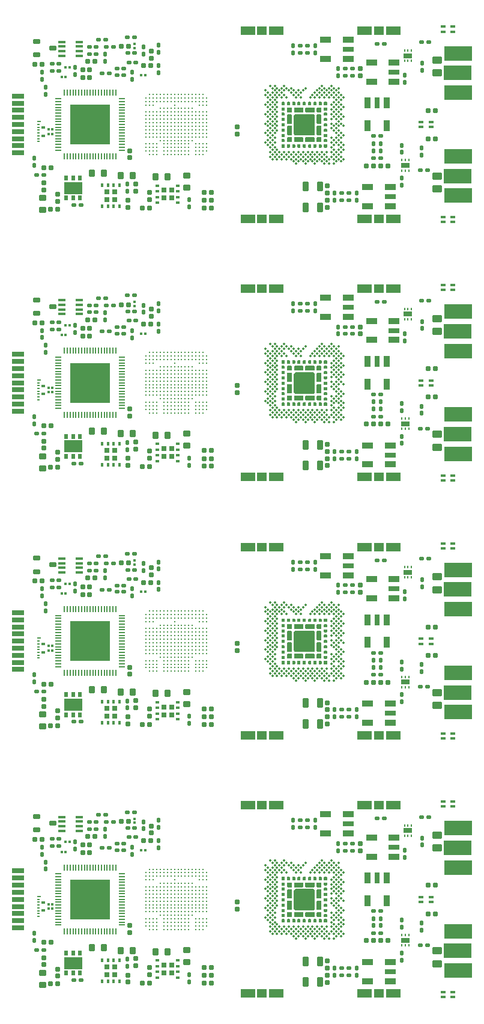
<source format=gtp>
G04*
G04 #@! TF.GenerationSoftware,Altium Limited,Altium Designer,19.1.6 (110)*
G04*
G04 Layer_Color=8421504*
%FSLAX44Y44*%
%MOMM*%
G71*
G01*
G75*
%ADD14R,4.0000X2.0000*%
G04:AMPARAMS|DCode=15|XSize=0.7mm|YSize=0.4mm|CornerRadius=0.05mm|HoleSize=0mm|Usage=FLASHONLY|Rotation=0.000|XOffset=0mm|YOffset=0mm|HoleType=Round|Shape=RoundedRectangle|*
%AMROUNDEDRECTD15*
21,1,0.7000,0.3000,0,0,0.0*
21,1,0.6000,0.4000,0,0,0.0*
1,1,0.1000,0.3000,-0.1500*
1,1,0.1000,-0.3000,-0.1500*
1,1,0.1000,-0.3000,0.1500*
1,1,0.1000,0.3000,0.1500*
%
%ADD15ROUNDEDRECTD15*%
%ADD16R,0.6000X0.4500*%
%ADD17R,0.4000X0.2300*%
%ADD18R,0.5000X0.2300*%
%ADD19C,0.3500*%
%ADD20R,0.2000X0.2000*%
G04:AMPARAMS|DCode=21|XSize=1.3mm|YSize=1mm|CornerRadius=0.125mm|HoleSize=0mm|Usage=FLASHONLY|Rotation=180.000|XOffset=0mm|YOffset=0mm|HoleType=Round|Shape=RoundedRectangle|*
%AMROUNDEDRECTD21*
21,1,1.3000,0.7500,0,0,180.0*
21,1,1.0500,1.0000,0,0,180.0*
1,1,0.2500,-0.5250,0.3750*
1,1,0.2500,0.5250,0.3750*
1,1,0.2500,0.5250,-0.3750*
1,1,0.2500,-0.5250,-0.3750*
%
%ADD21ROUNDEDRECTD21*%
%ADD23R,0.5000X0.7000*%
%ADD24R,2.5000X1.7000*%
%ADD25R,0.2500X0.3500*%
%ADD26R,1.2000X0.7000*%
%ADD27R,2.0000X1.3000*%
%ADD28R,1.4000X1.3000*%
%ADD30R,0.9000X1.6500*%
%ADD31R,0.7600X1.6500*%
G04:AMPARAMS|DCode=32|XSize=1mm|YSize=0.9mm|CornerRadius=0.1125mm|HoleSize=0mm|Usage=FLASHONLY|Rotation=90.000|XOffset=0mm|YOffset=0mm|HoleType=Round|Shape=RoundedRectangle|*
%AMROUNDEDRECTD32*
21,1,1.0000,0.6750,0,0,90.0*
21,1,0.7750,0.9000,0,0,90.0*
1,1,0.2250,0.3375,0.3875*
1,1,0.2250,0.3375,-0.3875*
1,1,0.2250,-0.3375,-0.3875*
1,1,0.2250,-0.3375,0.3875*
%
%ADD32ROUNDEDRECTD32*%
%ADD33R,0.5000X0.4500*%
%ADD34R,0.8000X0.8000*%
G04:AMPARAMS|DCode=35|XSize=0.6mm|YSize=0.6mm|CornerRadius=0.06mm|HoleSize=0mm|Usage=FLASHONLY|Rotation=180.000|XOffset=0mm|YOffset=0mm|HoleType=Round|Shape=RoundedRectangle|*
%AMROUNDEDRECTD35*
21,1,0.6000,0.4800,0,0,180.0*
21,1,0.4800,0.6000,0,0,180.0*
1,1,0.1200,-0.2400,0.2400*
1,1,0.1200,0.2400,0.2400*
1,1,0.1200,0.2400,-0.2400*
1,1,0.1200,-0.2400,-0.2400*
%
%ADD35ROUNDEDRECTD35*%
%ADD36R,5.5500X5.5500*%
%ADD37R,0.9000X0.2000*%
%ADD38R,0.2000X0.9000*%
%ADD39C,0.2900*%
%ADD40R,1.8000X0.7000*%
%ADD41R,1.0000X0.4000*%
%ADD42R,0.3000X0.3500*%
G04:AMPARAMS|DCode=43|XSize=0.6mm|YSize=1mm|CornerRadius=0.075mm|HoleSize=0mm|Usage=FLASHONLY|Rotation=270.000|XOffset=0mm|YOffset=0mm|HoleType=Round|Shape=RoundedRectangle|*
%AMROUNDEDRECTD43*
21,1,0.6000,0.8500,0,0,270.0*
21,1,0.4500,1.0000,0,0,270.0*
1,1,0.1500,-0.4250,-0.2250*
1,1,0.1500,-0.4250,0.2250*
1,1,0.1500,0.4250,0.2250*
1,1,0.1500,0.4250,-0.2250*
%
%ADD43ROUNDEDRECTD43*%
%ADD44R,0.8000X0.8000*%
%ADD45R,0.4500X0.5000*%
G04:AMPARAMS|DCode=46|XSize=0.6mm|YSize=0.6mm|CornerRadius=0.06mm|HoleSize=0mm|Usage=FLASHONLY|Rotation=90.000|XOffset=0mm|YOffset=0mm|HoleType=Round|Shape=RoundedRectangle|*
%AMROUNDEDRECTD46*
21,1,0.6000,0.4800,0,0,90.0*
21,1,0.4800,0.6000,0,0,90.0*
1,1,0.1200,0.2400,0.2400*
1,1,0.1200,0.2400,-0.2400*
1,1,0.1200,-0.2400,-0.2400*
1,1,0.1200,-0.2400,0.2400*
%
%ADD46ROUNDEDRECTD46*%
G04:AMPARAMS|DCode=47|XSize=0.5mm|YSize=0.6mm|CornerRadius=0.05mm|HoleSize=0mm|Usage=FLASHONLY|Rotation=270.000|XOffset=0mm|YOffset=0mm|HoleType=Round|Shape=RoundedRectangle|*
%AMROUNDEDRECTD47*
21,1,0.5000,0.5000,0,0,270.0*
21,1,0.4000,0.6000,0,0,270.0*
1,1,0.1000,-0.2500,-0.2000*
1,1,0.1000,-0.2500,0.2000*
1,1,0.1000,0.2500,0.2000*
1,1,0.1000,0.2500,-0.2000*
%
%ADD47ROUNDEDRECTD47*%
G04:AMPARAMS|DCode=48|XSize=0.5mm|YSize=0.6mm|CornerRadius=0.05mm|HoleSize=0mm|Usage=FLASHONLY|Rotation=0.000|XOffset=0mm|YOffset=0mm|HoleType=Round|Shape=RoundedRectangle|*
%AMROUNDEDRECTD48*
21,1,0.5000,0.5000,0,0,0.0*
21,1,0.4000,0.6000,0,0,0.0*
1,1,0.1000,0.2000,-0.2500*
1,1,0.1000,-0.2000,-0.2500*
1,1,0.1000,-0.2000,0.2500*
1,1,0.1000,0.2000,0.2500*
%
%ADD48ROUNDEDRECTD48*%
G04:AMPARAMS|DCode=49|XSize=1.3mm|YSize=0.8mm|CornerRadius=0.1mm|HoleSize=0mm|Usage=FLASHONLY|Rotation=270.000|XOffset=0mm|YOffset=0mm|HoleType=Round|Shape=RoundedRectangle|*
%AMROUNDEDRECTD49*
21,1,1.3000,0.6000,0,0,270.0*
21,1,1.1000,0.8000,0,0,270.0*
1,1,0.2000,-0.3000,-0.5500*
1,1,0.2000,-0.3000,0.5500*
1,1,0.2000,0.3000,0.5500*
1,1,0.2000,0.3000,-0.5500*
%
%ADD49ROUNDEDRECTD49*%
G04:AMPARAMS|DCode=50|XSize=1mm|YSize=0.9mm|CornerRadius=0.1125mm|HoleSize=0mm|Usage=FLASHONLY|Rotation=0.000|XOffset=0mm|YOffset=0mm|HoleType=Round|Shape=RoundedRectangle|*
%AMROUNDEDRECTD50*
21,1,1.0000,0.6750,0,0,0.0*
21,1,0.7750,0.9000,0,0,0.0*
1,1,0.2250,0.3875,-0.3375*
1,1,0.2250,-0.3875,-0.3375*
1,1,0.2250,-0.3875,0.3375*
1,1,0.2250,0.3875,0.3375*
%
%ADD50ROUNDEDRECTD50*%
%ADD51R,1.6500X0.9000*%
%ADD52R,1.6500X0.7600*%
%ADD54R,0.3500X0.3000*%
G36*
X475659Y1279762D02*
X475859Y1279762D01*
X476227Y1279609D01*
X476509Y1279327D01*
X476662Y1278959D01*
Y1278759D01*
X476662Y1275762D01*
X476662Y1275762D01*
X476662Y1275563D01*
X476510Y1275196D01*
X476228Y1274914D01*
X475860Y1274762D01*
X475662Y1274762D01*
X473410Y1274762D01*
X473410Y1274762D01*
X473211Y1274762D01*
X472844Y1274914D01*
X472564Y1275195D01*
X472412Y1275561D01*
X472411Y1275760D01*
X472410Y1278760D01*
X472410D01*
X472410Y1278959D01*
X472562Y1279327D01*
X472844Y1279609D01*
X473212Y1279762D01*
X473411Y1279761D01*
X475659Y1279762D01*
X475659Y1279762D01*
D02*
G37*
G36*
X431163Y1279759D02*
X431362Y1279759D01*
X431730Y1279607D01*
X432012Y1279325D01*
X432164Y1278957D01*
X432164Y1278757D01*
X432164D01*
X432163Y1275758D01*
X432163Y1275559D01*
X432010Y1275192D01*
X431730Y1274912D01*
X431363Y1274760D01*
X431164Y1274760D01*
X431165Y1274760D01*
X428913Y1274759D01*
X428713Y1274760D01*
X428346Y1274912D01*
X428065Y1275194D01*
X427912Y1275561D01*
X427912Y1275760D01*
X427912Y1275760D01*
X427912Y1278757D01*
Y1278956D01*
X428065Y1279325D01*
X428347Y1279607D01*
X428715Y1279759D01*
X428915Y1279759D01*
X428915Y1279759D01*
X431163Y1279759D01*
D02*
G37*
G36*
X468412Y1279758D02*
X468412Y1279757D01*
X468610Y1279757D01*
X468977Y1279605D01*
X469258Y1279325D01*
X469410Y1278958D01*
X469410Y1278760D01*
X469411Y1275760D01*
X469411D01*
X469412Y1275561D01*
X469259Y1275192D01*
X468978Y1274910D01*
X468610Y1274758D01*
X468410Y1274758D01*
X466162Y1274758D01*
X466162Y1274758D01*
X465963Y1274758D01*
X465594Y1274911D01*
X465312Y1275192D01*
X465159Y1275561D01*
Y1275760D01*
X465159Y1278757D01*
X465159Y1278757D01*
X465159Y1278956D01*
X465312Y1279324D01*
X465593Y1279605D01*
X465961Y1279758D01*
X466160Y1279758D01*
X468412Y1279758D01*
D02*
G37*
G36*
X461161Y1279757D02*
X461160Y1279756D01*
X461359Y1279756D01*
X461726Y1279604D01*
X462006Y1279324D01*
X462158Y1278957D01*
X462159Y1278759D01*
X462160Y1275759D01*
X462160D01*
X462160Y1275560D01*
X462008Y1275191D01*
X461726Y1274909D01*
X461358Y1274757D01*
X461159Y1274757D01*
X458911Y1274757D01*
X458911Y1274757D01*
X458711Y1274757D01*
X458343Y1274910D01*
X458061Y1275192D01*
X457908Y1275560D01*
Y1275759D01*
X457908Y1278756D01*
X457908Y1278756D01*
X457908Y1278955D01*
X458060Y1279323D01*
X458342Y1279604D01*
X458709Y1279757D01*
X458909Y1279757D01*
X461161Y1279757D01*
D02*
G37*
G36*
X453409Y1279756D02*
X453409Y1279755D01*
X453607Y1279755D01*
X453974Y1279604D01*
X454255Y1279323D01*
X454407Y1278956D01*
X454407Y1278758D01*
X454409Y1275758D01*
X454409D01*
X454409Y1275559D01*
X454257Y1275190D01*
X453975Y1274909D01*
X453607Y1274756D01*
X453408Y1274756D01*
X451159Y1274756D01*
X451159Y1274756D01*
X450960Y1274756D01*
X450592Y1274909D01*
X450309Y1275191D01*
X450157Y1275559D01*
Y1275759D01*
X450157Y1278755D01*
X450157Y1278755D01*
X450157Y1278954D01*
X450309Y1279322D01*
X450591Y1279603D01*
X450958Y1279756D01*
X451157Y1279756D01*
X453409Y1279756D01*
D02*
G37*
G36*
X483408Y1279762D02*
X483408Y1279762D01*
X483658Y1279762D01*
X484118Y1279572D01*
X484471Y1279219D01*
X484662Y1278758D01*
X484662Y1278509D01*
X484662Y1276012D01*
X484662Y1276012D01*
X484662Y1275764D01*
X484472Y1275304D01*
X484121Y1274953D01*
X483661Y1274763D01*
X483413Y1274763D01*
X480909Y1274762D01*
X480909Y1274762D01*
X480661Y1274762D01*
X480203Y1274952D01*
X479852Y1275303D01*
X479663Y1275761D01*
Y1276009D01*
X479662Y1278512D01*
X479662D01*
X479662Y1278761D01*
X479853Y1279220D01*
X480204Y1279572D01*
X480664Y1279763D01*
X480913Y1279763D01*
X483408Y1279762D01*
D02*
G37*
G36*
X423658Y1279760D02*
X423658Y1279760D01*
X423908Y1279760D01*
X424368Y1279569D01*
X424721Y1279217D01*
X424912Y1278756D01*
X424912Y1278507D01*
X424912Y1276010D01*
X424912Y1276010D01*
X424912Y1275761D01*
X424722Y1275302D01*
X424370Y1274951D01*
X423911Y1274761D01*
X423663Y1274761D01*
X421158Y1274760D01*
X421158Y1274760D01*
X420911Y1274760D01*
X420453Y1274950D01*
X420102Y1275301D01*
X419912Y1275759D01*
Y1276006D01*
X419912Y1278510D01*
X419912D01*
X419912Y1278758D01*
X420102Y1279218D01*
X420454Y1279570D01*
X420914Y1279761D01*
X421163Y1279761D01*
X423658Y1279760D01*
D02*
G37*
G36*
X438613Y1279755D02*
X438981Y1279603D01*
X439262Y1279322D01*
X439415Y1278954D01*
X439415Y1278755D01*
X439415Y1278755D01*
X439415Y1275758D01*
Y1275559D01*
X439262Y1275190D01*
X438980Y1274908D01*
X438611Y1274756D01*
X438412Y1274756D01*
X438412Y1274756D01*
X436164Y1274756D01*
X435965Y1274756D01*
X435596Y1274908D01*
X435315Y1275190D01*
X435162Y1275558D01*
X435163Y1275758D01*
X435163D01*
X435164Y1278757D01*
X435164Y1278956D01*
X435317Y1279323D01*
X435597Y1279603D01*
X435964Y1279755D01*
X436162Y1279755D01*
X436162Y1279755D01*
X438414Y1279756D01*
X438613Y1279755D01*
D02*
G37*
G36*
X445865Y1279754D02*
X446232Y1279602D01*
X446514Y1279321D01*
X446666Y1278953D01*
X446666Y1278754D01*
X446666Y1278754D01*
X446666Y1275757D01*
Y1275558D01*
X446513Y1275189D01*
X446231Y1274907D01*
X445863Y1274755D01*
X445663Y1274755D01*
X445663Y1274755D01*
X443415Y1274755D01*
X443216Y1274755D01*
X442848Y1274907D01*
X442566Y1275189D01*
X442414Y1275557D01*
X442414Y1275757D01*
X442414D01*
X442416Y1278756D01*
X442416Y1278955D01*
X442568Y1279322D01*
X442849Y1279602D01*
X443215Y1279754D01*
X443414Y1279754D01*
X443414Y1279754D01*
X445666Y1279755D01*
X445865Y1279754D01*
D02*
G37*
G36*
X434332Y1271653D02*
X434613Y1271372D01*
X434765Y1271005D01*
X434765Y1270806D01*
X434765Y1270806D01*
X434765Y1266056D01*
X434765Y1265857D01*
X434613Y1265489D01*
X434331Y1265208D01*
X433964Y1265056D01*
X433765Y1265056D01*
X433765Y1265056D01*
X429015Y1265056D01*
X428816Y1265056D01*
X428448Y1265209D01*
X428167Y1265490D01*
X428015Y1265857D01*
X428015Y1266056D01*
Y1266056D01*
X428015Y1270806D01*
X428015Y1271005D01*
X428167Y1271372D01*
X428449Y1271653D01*
X428817Y1271805D01*
X429016Y1271805D01*
X429016Y1271805D01*
X433766Y1271805D01*
X433964Y1271805D01*
X434332Y1271653D01*
D02*
G37*
G36*
X483659Y1271762D02*
X483858Y1271762D01*
X484225Y1271610D01*
X484507Y1271328D01*
X484659Y1270961D01*
X484660Y1270762D01*
X484659Y1268510D01*
X484659Y1268510D01*
X484659Y1268311D01*
X484507Y1267945D01*
X484226Y1267664D01*
X483860Y1267512D01*
X483661Y1267512D01*
X480662Y1267510D01*
X480662Y1267510D01*
X480462Y1267510D01*
X480094Y1267662D01*
X479812Y1267944D01*
X479660Y1268312D01*
X479660Y1268511D01*
X479660Y1270759D01*
X479660Y1270759D01*
X479660Y1270959D01*
X479812Y1271327D01*
X480094Y1271609D01*
X480463Y1271762D01*
X480662D01*
X483659Y1271762D01*
X483659Y1271762D01*
D02*
G37*
G36*
X423909Y1271760D02*
X424108Y1271760D01*
X424475Y1271607D01*
X424757Y1271326D01*
X424909Y1270958D01*
X424909Y1270759D01*
X424909Y1268507D01*
X424909Y1268507D01*
X424909Y1268309D01*
X424757Y1267942D01*
X424476Y1267662D01*
X424110Y1267509D01*
X423911Y1267509D01*
X420911Y1267508D01*
X420911Y1267508D01*
X420712Y1267507D01*
X420344Y1267660D01*
X420062Y1267941D01*
X419910Y1268310D01*
X419910Y1268509D01*
X419909Y1270757D01*
X419909Y1270757D01*
X419909Y1270956D01*
X420062Y1271325D01*
X420344Y1271607D01*
X420713Y1271760D01*
X420912D01*
X423909Y1271760D01*
X423909Y1271760D01*
D02*
G37*
G36*
X454765Y1271805D02*
X465765Y1271805D01*
X465765Y1271805D01*
X465964Y1271805D01*
X466331Y1271653D01*
X466612Y1271371D01*
X466764Y1271004D01*
X466764Y1270805D01*
X466765Y1266055D01*
X466764Y1266055D01*
X466764Y1265856D01*
X466612Y1265488D01*
X466330Y1265207D01*
X465963Y1265055D01*
X465764Y1265055D01*
X454764Y1265055D01*
X454764Y1265055D01*
X454565Y1265055D01*
X454198Y1265207D01*
X453917Y1265489D01*
X453764Y1265856D01*
X453765Y1266055D01*
X453764Y1270805D01*
Y1270805D01*
X453764Y1271004D01*
X453917Y1271372D01*
X454198Y1271653D01*
X454566Y1271805D01*
X454765Y1271805D01*
D02*
G37*
G36*
X475516D02*
X475715Y1271805D01*
X476082Y1271653D01*
X476363Y1271371D01*
X476515Y1271004D01*
X476515Y1270805D01*
X476515Y1270805D01*
X476515Y1266055D01*
X476515Y1265856D01*
X476363Y1265489D01*
X476082Y1265207D01*
X475715Y1265055D01*
X475516Y1265055D01*
X475516Y1265055D01*
X470766Y1265055D01*
X470567Y1265055D01*
X470199Y1265208D01*
X469918Y1265489D01*
X469766Y1265857D01*
X469766Y1266056D01*
X469766Y1266056D01*
X469766Y1270806D01*
X469766Y1271005D01*
X469919Y1271372D01*
X470200Y1271653D01*
X470567Y1271805D01*
X470766Y1271806D01*
X470766Y1271806D01*
X475516Y1271805D01*
D02*
G37*
G36*
X450331Y1271653D02*
X450613Y1271372D01*
X450765Y1271004D01*
X450765Y1270805D01*
X450765Y1270805D01*
X450765Y1266055D01*
X450765Y1265856D01*
X450613Y1265488D01*
X450331Y1265207D01*
X449964Y1265055D01*
X449765Y1265055D01*
X449765Y1265055D01*
X438765Y1265055D01*
X438566Y1265055D01*
X438199Y1265207D01*
X437917Y1265488D01*
X437765Y1265855D01*
X437765Y1266054D01*
X437765Y1266054D01*
X437765Y1270805D01*
X437765Y1271004D01*
X437917Y1271371D01*
X438198Y1271652D01*
X438566Y1271804D01*
X438765Y1271805D01*
X438765Y1271805D01*
X449765Y1271805D01*
X449964Y1271805D01*
X450331Y1271653D01*
D02*
G37*
G36*
X484229Y1264360D02*
X484511Y1264078D01*
X484663Y1263710D01*
X484663Y1263510D01*
X484663Y1261262D01*
X484663Y1261262D01*
X484663Y1261063D01*
X484511Y1260694D01*
X484229Y1260412D01*
X483860Y1260260D01*
X483661D01*
X480664Y1260259D01*
X480664Y1260259D01*
X480465Y1260259D01*
X480098Y1260412D01*
X479816Y1260693D01*
X479664Y1261061D01*
X479663Y1261260D01*
X479664Y1263512D01*
X479664Y1263512D01*
X479664Y1263710D01*
X479816Y1264077D01*
X480096Y1264358D01*
X480463Y1264510D01*
X480662Y1264510D01*
X483661Y1264511D01*
X483661Y1264511D01*
X483861Y1264512D01*
X484229Y1264360D01*
D02*
G37*
G36*
X424479Y1264357D02*
X424761Y1264075D01*
X424913Y1263707D01*
X424913Y1263508D01*
X424913Y1261260D01*
X424913Y1261260D01*
X424913Y1261060D01*
X424761Y1260692D01*
X424478Y1260410D01*
X424110Y1260257D01*
X423911D01*
X420914Y1260257D01*
X420914Y1260257D01*
X420715Y1260257D01*
X420347Y1260410D01*
X420066Y1260691D01*
X419913Y1261059D01*
X419913Y1261258D01*
X419913Y1263510D01*
X419914Y1263510D01*
X419914Y1263708D01*
X420066Y1264075D01*
X420346Y1264355D01*
X420713Y1264508D01*
X420911Y1264508D01*
X423911Y1264509D01*
X423911Y1264509D01*
X424110Y1264510D01*
X424479Y1264357D01*
D02*
G37*
G36*
X464265Y1262555D02*
X464862Y1262555D01*
X465965Y1262098D01*
X466808Y1261254D01*
X467265Y1260152D01*
X467265Y1259555D01*
X467265Y1235555D01*
X467265Y1235555D01*
X467265Y1234959D01*
X466809Y1233856D01*
X465965Y1233012D01*
X464862Y1232555D01*
X464265Y1232555D01*
X440265Y1232555D01*
X440265Y1232555D01*
X439668Y1232555D01*
X438566Y1233012D01*
X437722Y1233856D01*
X437265Y1234959D01*
X437266Y1235555D01*
X437265Y1259555D01*
X437265Y1259555D01*
X437265Y1260152D01*
X437722Y1261254D01*
X438565Y1262098D01*
X439668Y1262555D01*
X440265Y1262555D01*
X464265Y1262555D01*
X464265Y1262555D01*
D02*
G37*
G36*
X484230Y1257108D02*
X484512Y1256826D01*
X484664Y1256458D01*
X484664Y1256259D01*
X484664Y1254011D01*
X484664Y1254011D01*
X484664Y1253811D01*
X484512Y1253443D01*
X484230Y1253161D01*
X483861Y1253008D01*
X483662D01*
X480665Y1253008D01*
X480665Y1253008D01*
X480466Y1253008D01*
X480098Y1253161D01*
X479817Y1253442D01*
X479664Y1253810D01*
X479664Y1254009D01*
X479665Y1256261D01*
X479665Y1256261D01*
X479665Y1256459D01*
X479817Y1256826D01*
X480097Y1257106D01*
X480464Y1257259D01*
X480662Y1257259D01*
X483662Y1257260D01*
X483662Y1257260D01*
X483862Y1257261D01*
X484230Y1257108D01*
D02*
G37*
G36*
X424480Y1257106D02*
X424762Y1256824D01*
X424914Y1256456D01*
X424914Y1256257D01*
X424914Y1254009D01*
X424914Y1254008D01*
X424914Y1253809D01*
X424761Y1253441D01*
X424479Y1253159D01*
X424111Y1253006D01*
X423912D01*
X420915Y1253006D01*
X420915Y1253006D01*
X420716Y1253006D01*
X420348Y1253158D01*
X420067Y1253440D01*
X419914Y1253807D01*
X419914Y1254006D01*
X419914Y1256258D01*
X419915Y1256258D01*
X419915Y1256457D01*
X420066Y1256823D01*
X420347Y1257104D01*
X420714Y1257256D01*
X420912Y1257256D01*
X423912Y1257258D01*
X423912Y1257258D01*
X424111Y1257258D01*
X424480Y1257106D01*
D02*
G37*
G36*
X484231Y1249357D02*
X484513Y1249075D01*
X484665Y1248707D01*
X484665Y1248508D01*
X484665Y1246260D01*
X484665Y1246260D01*
X484665Y1246060D01*
X484512Y1245692D01*
X484230Y1245410D01*
X483862Y1245257D01*
X483663D01*
X480666Y1245257D01*
X480666Y1245257D01*
X480467Y1245257D01*
X480099Y1245409D01*
X479818Y1245691D01*
X479665Y1246058D01*
X479665Y1246257D01*
X479665Y1248509D01*
X479666Y1248509D01*
X479666Y1248708D01*
X479818Y1249074D01*
X480098Y1249355D01*
X480465Y1249507D01*
X480663Y1249507D01*
X483663Y1249509D01*
X483663Y1249509D01*
X483862Y1249509D01*
X484231Y1249357D01*
D02*
G37*
G36*
X424481Y1249355D02*
X424762Y1249073D01*
X424915Y1248705D01*
X424915Y1248505D01*
X424915Y1246257D01*
X424915Y1246257D01*
X424915Y1246058D01*
X424762Y1245689D01*
X424480Y1245407D01*
X424112Y1245255D01*
X423912D01*
X420916Y1245254D01*
X420916Y1245254D01*
X420717Y1245255D01*
X420349Y1245407D01*
X420068Y1245688D01*
X419915Y1246056D01*
X419915Y1246255D01*
X419915Y1248507D01*
X419915Y1248507D01*
X419916Y1248705D01*
X420067Y1249072D01*
X420348Y1249353D01*
X420715Y1249505D01*
X420913Y1249505D01*
X423913Y1249507D01*
X423913Y1249507D01*
X424112Y1249507D01*
X424481Y1249355D01*
D02*
G37*
G36*
X475515Y1262055D02*
X475714Y1262055D01*
X476081Y1261903D01*
X476362Y1261622D01*
X476515Y1261254D01*
X476515Y1261056D01*
X476515Y1261056D01*
X476515Y1250055D01*
X476515Y1249856D01*
X476363Y1249489D01*
X476082Y1249207D01*
X475714Y1249055D01*
X475515Y1249055D01*
X475515D01*
X470765Y1249056D01*
X470566Y1249055D01*
X470198Y1249208D01*
X469917Y1249489D01*
X469765Y1249856D01*
X469765Y1250055D01*
X469765Y1250055D01*
X469765Y1261055D01*
X469765Y1261254D01*
X469917Y1261621D01*
X470198Y1261903D01*
X470565Y1262055D01*
X470764Y1262055D01*
X470764Y1262056D01*
X475515Y1262055D01*
D02*
G37*
G36*
X429015Y1262055D02*
X429015Y1262055D01*
X433766Y1262054D01*
X433965Y1262054D01*
X434332Y1261902D01*
X434613Y1261621D01*
X434765Y1261254D01*
X434765Y1261055D01*
X434765Y1261055D01*
X434765Y1250055D01*
X434765Y1249856D01*
X434613Y1249489D01*
X434332Y1249207D01*
X433965Y1249055D01*
X433766Y1249054D01*
X433766Y1249054D01*
X429016Y1249055D01*
X428817Y1249055D01*
X428449Y1249207D01*
X428168Y1249488D01*
X428016Y1249855D01*
X428016Y1250054D01*
Y1250054D01*
X428015Y1261055D01*
X428015Y1261253D01*
X428167Y1261621D01*
X428449Y1261902D01*
X428816Y1262055D01*
X429015Y1262055D01*
D02*
G37*
G36*
X483664Y1241766D02*
X483863D01*
X484232Y1241613D01*
X484514Y1241331D01*
X484666Y1240963D01*
X484666Y1240763D01*
X484666Y1240763D01*
X484666Y1238515D01*
X484666Y1238316D01*
X484514Y1237948D01*
X484232Y1237666D01*
X483864Y1237514D01*
X483664Y1237514D01*
X483665Y1237514D01*
X480665Y1237516D01*
X480466Y1237516D01*
X480099Y1237668D01*
X479819Y1237949D01*
X479667Y1238315D01*
X479667Y1238514D01*
X479667Y1238514D01*
X479666Y1240766D01*
X479667Y1240965D01*
X479819Y1241332D01*
X480101Y1241614D01*
X480468Y1241766D01*
X480667Y1241766D01*
X480667Y1241766D01*
X483664Y1241766D01*
D02*
G37*
G36*
X423914Y1241764D02*
X424113D01*
X424482Y1241611D01*
X424764Y1241329D01*
X424916Y1240961D01*
X424916Y1240761D01*
X424916Y1240761D01*
X424916Y1238513D01*
X424916Y1238314D01*
X424764Y1237945D01*
X424482Y1237664D01*
X424114Y1237512D01*
X423914Y1237512D01*
X423914Y1237512D01*
X420914Y1237513D01*
X420716Y1237514D01*
X420349Y1237666D01*
X420069Y1237946D01*
X419917Y1238313D01*
X419917Y1238512D01*
X419917Y1238511D01*
X419916Y1240763D01*
X419916Y1240962D01*
X420069Y1241330D01*
X420350Y1241611D01*
X420718Y1241764D01*
X420917Y1241764D01*
X420917Y1241764D01*
X423914Y1241764D01*
D02*
G37*
G36*
X475515Y1246056D02*
X475714Y1246056D01*
X476081Y1245903D01*
X476362Y1245622D01*
X476514Y1245255D01*
X476514Y1245056D01*
X476514Y1245056D01*
X476515Y1234056D01*
X476515Y1233857D01*
X476363Y1233489D01*
X476082Y1233208D01*
X475714Y1233055D01*
X475515Y1233055D01*
X475515D01*
X470764Y1233056D01*
X470566Y1233056D01*
X470198Y1233208D01*
X469917Y1233489D01*
X469765Y1233856D01*
X469765Y1234055D01*
X469765Y1234055D01*
X469765Y1245055D01*
X469765Y1245254D01*
X469917Y1245622D01*
X470198Y1245903D01*
X470565Y1246056D01*
X470764Y1246056D01*
X470764Y1246056D01*
X475515Y1246056D01*
D02*
G37*
G36*
X429015Y1246055D02*
X429015Y1246055D01*
X433766Y1246055D01*
X433965Y1246055D01*
X434332Y1245903D01*
X434613Y1245621D01*
X434765Y1245254D01*
X434765Y1245055D01*
X434765Y1245055D01*
X434765Y1234055D01*
X434765Y1233856D01*
X434613Y1233489D01*
X434332Y1233207D01*
X433965Y1233055D01*
X433766Y1233055D01*
X433766Y1233055D01*
X429015Y1233055D01*
X428817Y1233055D01*
X428449Y1233207D01*
X428168Y1233488D01*
X428016Y1233856D01*
X428016Y1234055D01*
Y1234055D01*
X428015Y1245055D01*
X428015Y1245254D01*
X428167Y1245621D01*
X428448Y1245903D01*
X428816Y1246055D01*
X429015Y1246055D01*
D02*
G37*
G36*
X483663Y1234515D02*
X483862D01*
X484231Y1234362D01*
X484513Y1234080D01*
X484665Y1233712D01*
X484665Y1233512D01*
X484665Y1233512D01*
X484665Y1231264D01*
X484665Y1231065D01*
X484513Y1230696D01*
X484231Y1230415D01*
X483863Y1230263D01*
X483663Y1230263D01*
X483663Y1230263D01*
X480664Y1230264D01*
X480465Y1230265D01*
X480099Y1230417D01*
X479818Y1230697D01*
X479666Y1231064D01*
X479666Y1231263D01*
X479666Y1231262D01*
X479665Y1233514D01*
X479666Y1233713D01*
X479818Y1234081D01*
X480100Y1234362D01*
X480467Y1234515D01*
X480666Y1234515D01*
X480666Y1234515D01*
X483663Y1234515D01*
D02*
G37*
G36*
X423913Y1234512D02*
X424112D01*
X424481Y1234360D01*
X424763Y1234078D01*
X424915Y1233709D01*
X424915Y1233510D01*
X424915Y1233510D01*
X424915Y1231262D01*
X424915Y1231062D01*
X424763Y1230694D01*
X424481Y1230412D01*
X424113Y1230260D01*
X423913Y1230260D01*
X423913Y1230260D01*
X420914Y1230262D01*
X420715Y1230262D01*
X420348Y1230414D01*
X420068Y1230695D01*
X419916Y1231062D01*
X419916Y1231260D01*
X419916Y1231260D01*
X419915Y1233512D01*
X419916Y1233711D01*
X420068Y1234079D01*
X420350Y1234360D01*
X420717Y1234512D01*
X420916Y1234513D01*
X420916Y1234513D01*
X423913Y1234512D01*
D02*
G37*
G36*
X465765Y1230055D02*
X465964Y1230055D01*
X466331Y1229903D01*
X466613Y1229622D01*
X466765Y1229255D01*
X466766Y1229056D01*
X466766Y1229056D01*
X466765Y1224305D01*
X466765Y1224107D01*
X466613Y1223739D01*
X466332Y1223458D01*
X465964Y1223306D01*
X465766Y1223306D01*
X465766D01*
X454766Y1223305D01*
X454566Y1223305D01*
X454199Y1223457D01*
X453918Y1223738D01*
X453765Y1224106D01*
X453765Y1224305D01*
Y1224305D01*
X453766Y1229056D01*
X453765Y1229255D01*
X453918Y1229622D01*
X454199Y1229903D01*
X454566Y1230055D01*
X454765Y1230055D01*
X454765Y1230055D01*
X465765Y1230055D01*
D02*
G37*
G36*
X449766Y1230055D02*
X449965Y1230055D01*
X450332Y1229903D01*
X450614Y1229622D01*
X450766Y1229254D01*
X450765Y1229055D01*
X450766Y1224305D01*
X450766Y1224305D01*
X450766Y1224106D01*
X450614Y1223738D01*
X450332Y1223457D01*
X449965Y1223305D01*
X449766Y1223305D01*
X438765Y1223305D01*
X438766D01*
X438567Y1223305D01*
X438199Y1223458D01*
X437918Y1223739D01*
X437766Y1224106D01*
X437766Y1224305D01*
X437766Y1229056D01*
X437766Y1229055D01*
X437766Y1229254D01*
X437918Y1229622D01*
X438200Y1229903D01*
X438567Y1230055D01*
X438766Y1230055D01*
X449766Y1230055D01*
X449766Y1230055D01*
D02*
G37*
G36*
X475516Y1230054D02*
X475714Y1230054D01*
X476082Y1229901D01*
X476363Y1229620D01*
X476515Y1229253D01*
X476516Y1229054D01*
X476516D01*
X476515Y1224305D01*
X476515Y1224106D01*
X476363Y1223738D01*
X476081Y1223457D01*
X475714Y1223305D01*
X475514Y1223305D01*
X475514Y1223305D01*
X470765Y1223305D01*
X470566Y1223305D01*
X470198Y1223457D01*
X469917Y1223738D01*
X469765Y1224106D01*
X469765Y1224304D01*
X469765Y1224305D01*
X469765Y1229054D01*
X469765Y1229253D01*
X469918Y1229621D01*
X470199Y1229902D01*
X470567Y1230054D01*
X470766Y1230054D01*
X470765Y1230054D01*
X475516Y1230054D01*
D02*
G37*
G36*
X433767Y1230053D02*
X433965Y1230053D01*
X434333Y1229900D01*
X434614Y1229619D01*
X434766Y1229252D01*
X434767Y1229053D01*
X434767D01*
X434766Y1224304D01*
X434766Y1224105D01*
X434614Y1223737D01*
X434332Y1223456D01*
X433965Y1223304D01*
X433766Y1223304D01*
X433765Y1223304D01*
X429016Y1223304D01*
X428817Y1223304D01*
X428449Y1223456D01*
X428168Y1223737D01*
X428016Y1224105D01*
X428016Y1224303D01*
X428016Y1224304D01*
X428016Y1229053D01*
X428016Y1229252D01*
X428169Y1229620D01*
X428450Y1229901D01*
X428818Y1230053D01*
X429017Y1230053D01*
X429016Y1230053D01*
X433767Y1230053D01*
D02*
G37*
G36*
X480664Y1227264D02*
X480664Y1227264D01*
X483663Y1227263D01*
X483862Y1227263D01*
X484229Y1227111D01*
X484509Y1226830D01*
X484661Y1226463D01*
X484661Y1226265D01*
X484661Y1226265D01*
X484662Y1224013D01*
X484661Y1223814D01*
X484509Y1223446D01*
X484228Y1223165D01*
X483860Y1223012D01*
X483661Y1223012D01*
X483661Y1223012D01*
X480664Y1223012D01*
X480465D01*
X480096Y1223165D01*
X479814Y1223447D01*
X479662Y1223816D01*
X479662Y1224015D01*
X479662Y1224015D01*
X479662Y1226263D01*
X479662Y1226462D01*
X479814Y1226831D01*
X480096Y1227112D01*
X480464Y1227265D01*
X480664Y1227264D01*
D02*
G37*
G36*
X420914Y1227262D02*
X420914Y1227262D01*
X423913Y1227261D01*
X424112Y1227260D01*
X424478Y1227108D01*
X424759Y1226827D01*
X424911Y1226461D01*
X424911Y1226262D01*
X424911Y1226262D01*
X424911Y1224010D01*
X424911Y1223811D01*
X424759Y1223444D01*
X424477Y1223162D01*
X424110Y1223010D01*
X423911Y1223010D01*
X423911Y1223010D01*
X420914Y1223010D01*
X420715D01*
X420346Y1223163D01*
X420064Y1223445D01*
X419912Y1223813D01*
X419912Y1224013D01*
X419912Y1224013D01*
X419912Y1226261D01*
X419912Y1226460D01*
X420064Y1226828D01*
X420346Y1227110D01*
X420714Y1227262D01*
X420914Y1227262D01*
D02*
G37*
G36*
X461159Y1220263D02*
X461358Y1220264D01*
X461727Y1220111D01*
X462008Y1219829D01*
X462161Y1219461D01*
X462160Y1219262D01*
X462160Y1219262D01*
X462159Y1216262D01*
X462159Y1216063D01*
X462006Y1215697D01*
X461726Y1215416D01*
X461359Y1215264D01*
X461161Y1215264D01*
X461161Y1215264D01*
X458909Y1215264D01*
X458710Y1215264D01*
X458342Y1215416D01*
X458061Y1215698D01*
X457908Y1216066D01*
X457908Y1216264D01*
X457908Y1216264D01*
X457908Y1219261D01*
Y1219461D01*
X458061Y1219829D01*
X458343Y1220111D01*
X458712Y1220264D01*
X458911Y1220264D01*
X458911Y1220264D01*
X461159Y1220263D01*
D02*
G37*
G36*
X468410Y1220262D02*
X468610Y1220263D01*
X468978Y1220110D01*
X469260Y1219828D01*
X469412Y1219460D01*
X469412Y1219261D01*
X469412Y1219261D01*
X469410Y1216261D01*
X469410Y1216062D01*
X469258Y1215696D01*
X468977Y1215415D01*
X468610Y1215263D01*
X468412Y1215263D01*
X468412Y1215263D01*
X466160Y1215263D01*
X465961Y1215263D01*
X465593Y1215415D01*
X465312Y1215697D01*
X465160Y1216065D01*
X465159Y1216264D01*
X465159Y1216263D01*
X465160Y1219260D01*
Y1219460D01*
X465312Y1219828D01*
X465594Y1220110D01*
X465963Y1220263D01*
X466162Y1220263D01*
X466162Y1220263D01*
X468410Y1220262D01*
D02*
G37*
G36*
X453415Y1220262D02*
X453614Y1220262D01*
X453983Y1220110D01*
X454265Y1219828D01*
X454417Y1219459D01*
Y1219260D01*
X454418Y1216263D01*
X454418Y1216263D01*
X454417Y1216064D01*
X454265Y1215697D01*
X453984Y1215415D01*
X453616Y1215263D01*
X453417Y1215262D01*
X451165Y1215263D01*
X451165Y1215263D01*
X450967Y1215263D01*
X450600Y1215415D01*
X450319Y1215695D01*
X450167Y1216062D01*
X450167Y1216261D01*
X450165Y1219260D01*
X450165Y1219260D01*
X450165Y1219460D01*
X450317Y1219828D01*
X450599Y1220110D01*
X450967Y1220262D01*
X451167Y1220262D01*
X453415Y1220262D01*
X453415Y1220262D01*
D02*
G37*
G36*
X445664Y1220261D02*
X445863Y1220261D01*
X446231Y1220109D01*
X446513Y1219827D01*
X446666Y1219458D01*
Y1219259D01*
X446666Y1216262D01*
X446666Y1216262D01*
X446666Y1216063D01*
X446514Y1215696D01*
X446232Y1215414D01*
X445865Y1215262D01*
X445666Y1215262D01*
X443414Y1215262D01*
X443414Y1215262D01*
X443215Y1215262D01*
X442849Y1215414D01*
X442568Y1215695D01*
X442416Y1216061D01*
X442416Y1216260D01*
X442414Y1219259D01*
Y1219259D01*
X442414Y1219459D01*
X442566Y1219827D01*
X442848Y1220109D01*
X443216Y1220261D01*
X443415Y1220261D01*
X445663Y1220262D01*
X445664Y1220261D01*
D02*
G37*
G36*
X438980Y1220108D02*
X439262Y1219826D01*
X439415Y1219457D01*
Y1219258D01*
X439415Y1216261D01*
X439415Y1216261D01*
X439415Y1216062D01*
X439263Y1215695D01*
X438981Y1215413D01*
X438614Y1215261D01*
X438414Y1215261D01*
X436162Y1215261D01*
X436163Y1215261D01*
X435964Y1215261D01*
X435597Y1215413D01*
X435317Y1215694D01*
X435165Y1216060D01*
X435164Y1216259D01*
X435163Y1219259D01*
X435163Y1219259D01*
X435163Y1219458D01*
X435315Y1219826D01*
X435597Y1220108D01*
X435965Y1220260D01*
X436164Y1220260D01*
X438412Y1220260D01*
X438412Y1220260D01*
X438612Y1220260D01*
X438980Y1220108D01*
D02*
G37*
G36*
X431165Y1220257D02*
X431165Y1220256D01*
X431363Y1220256D01*
X431730Y1220104D01*
X432011Y1219824D01*
X432163Y1219457D01*
X432163Y1219259D01*
X432164Y1216259D01*
X432164Y1216259D01*
X432165Y1216059D01*
X432012Y1215691D01*
X431731Y1215409D01*
X431362Y1215257D01*
X431163Y1215257D01*
X428915Y1215257D01*
X428915Y1215257D01*
X428716Y1215257D01*
X428347Y1215409D01*
X428065Y1215691D01*
X427912Y1216060D01*
Y1216259D01*
X427912Y1219256D01*
X427912Y1219256D01*
X427912Y1219455D01*
X428065Y1219823D01*
X428346Y1220104D01*
X428714Y1220257D01*
X428913Y1220257D01*
X431165Y1220257D01*
D02*
G37*
G36*
X483409Y1220262D02*
X483409Y1220262D01*
X483658Y1220262D01*
X484119Y1220071D01*
X484471Y1219719D01*
X484662Y1219258D01*
X484662Y1219009D01*
X484662Y1216512D01*
X484662Y1216512D01*
X484662Y1216264D01*
X484472Y1215804D01*
X484121Y1215453D01*
X483662Y1215263D01*
X483413Y1215263D01*
X480909Y1215262D01*
X480909Y1215262D01*
X480661Y1215262D01*
X480203Y1215452D01*
X479852Y1215803D01*
X479663Y1216261D01*
Y1216509D01*
X479662Y1219012D01*
X479662D01*
X479662Y1219260D01*
X479853Y1219720D01*
X480205Y1220072D01*
X480664Y1220263D01*
X480913Y1220263D01*
X483409Y1220262D01*
D02*
G37*
G36*
X423658Y1220260D02*
X423658Y1220260D01*
X423908Y1220260D01*
X424369Y1220069D01*
X424721Y1219717D01*
X424912Y1219256D01*
X424912Y1219006D01*
X424912Y1216510D01*
X424912Y1216510D01*
X424912Y1216261D01*
X424722Y1215802D01*
X424371Y1215451D01*
X423911Y1215260D01*
X423663Y1215260D01*
X421159Y1215260D01*
X421159Y1215260D01*
X420911Y1215260D01*
X420453Y1215450D01*
X420102Y1215800D01*
X419913Y1216258D01*
Y1216506D01*
X419912Y1219009D01*
X419912D01*
X419912Y1219258D01*
X420103Y1219718D01*
X420454Y1220070D01*
X420914Y1220260D01*
X421163Y1220261D01*
X423658Y1220260D01*
D02*
G37*
G36*
X475861Y1220259D02*
X476228Y1220106D01*
X476510Y1219825D01*
X476662Y1219457D01*
X476662Y1219258D01*
X476662Y1219258D01*
X476662Y1216262D01*
Y1216062D01*
X476509Y1215694D01*
X476227Y1215412D01*
X475859Y1215259D01*
X475659Y1215259D01*
X475659Y1215259D01*
X473411Y1215259D01*
X473212Y1215259D01*
X472844Y1215412D01*
X472562Y1215693D01*
X472410Y1216062D01*
X472410Y1216261D01*
X472410Y1216261D01*
X472412Y1219261D01*
X472412Y1219459D01*
X472564Y1219826D01*
X472845Y1220107D01*
X473211Y1220258D01*
X473410Y1220258D01*
X473410Y1220259D01*
X475662Y1220259D01*
X475861Y1220259D01*
D02*
G37*
G36*
X475659Y916061D02*
X475859Y916061D01*
X476227Y915909D01*
X476509Y915627D01*
X476662Y915258D01*
Y915059D01*
X476662Y912062D01*
X476662Y912062D01*
X476662Y911863D01*
X476510Y911496D01*
X476228Y911214D01*
X475860Y911062D01*
X475662Y911062D01*
X473410Y911062D01*
X473410Y911062D01*
X473211Y911062D01*
X472844Y911214D01*
X472564Y911495D01*
X472412Y911861D01*
X472411Y912060D01*
X472410Y915060D01*
X472410D01*
X472410Y915259D01*
X472562Y915627D01*
X472844Y915909D01*
X473212Y916061D01*
X473411Y916061D01*
X475659Y916061D01*
X475659Y916061D01*
D02*
G37*
G36*
X431163Y916059D02*
X431362Y916059D01*
X431730Y915907D01*
X432012Y915625D01*
X432164Y915257D01*
X432164Y915057D01*
X432164D01*
X432163Y912057D01*
X432163Y911859D01*
X432010Y911492D01*
X431730Y911212D01*
X431363Y911060D01*
X431164Y911060D01*
X431165Y911060D01*
X428913Y911059D01*
X428713Y911060D01*
X428346Y911212D01*
X428065Y911494D01*
X427912Y911861D01*
X427912Y912060D01*
X427912Y912060D01*
X427912Y915057D01*
Y915256D01*
X428065Y915625D01*
X428347Y915907D01*
X428715Y916059D01*
X428915Y916059D01*
X428915Y916059D01*
X431163Y916059D01*
D02*
G37*
G36*
X468412Y916057D02*
X468412Y916057D01*
X468610Y916057D01*
X468977Y915905D01*
X469258Y915625D01*
X469410Y915258D01*
X469410Y915060D01*
X469411Y912060D01*
X469411D01*
X469412Y911861D01*
X469259Y911492D01*
X468978Y911210D01*
X468610Y911058D01*
X468410Y911058D01*
X466162Y911058D01*
X466162Y911058D01*
X465963Y911058D01*
X465594Y911210D01*
X465312Y911492D01*
X465159Y911861D01*
Y912060D01*
X465159Y915057D01*
X465159Y915057D01*
X465159Y915256D01*
X465312Y915624D01*
X465593Y915905D01*
X465961Y916058D01*
X466160Y916058D01*
X468412Y916057D01*
D02*
G37*
G36*
X461161Y916057D02*
X461160Y916056D01*
X461359Y916056D01*
X461726Y915904D01*
X462006Y915624D01*
X462158Y915257D01*
X462159Y915059D01*
X462160Y912059D01*
X462160D01*
X462160Y911860D01*
X462008Y911491D01*
X461726Y911209D01*
X461358Y911057D01*
X461159Y911057D01*
X458911Y911057D01*
X458911Y911057D01*
X458711Y911057D01*
X458343Y911209D01*
X458061Y911491D01*
X457908Y911860D01*
Y912059D01*
X457908Y915056D01*
X457908Y915056D01*
X457908Y915255D01*
X458060Y915623D01*
X458342Y915904D01*
X458709Y916057D01*
X458909Y916057D01*
X461161Y916057D01*
D02*
G37*
G36*
X453409Y916056D02*
X453409Y916055D01*
X453607Y916055D01*
X453974Y915903D01*
X454255Y915623D01*
X454407Y915256D01*
X454407Y915058D01*
X454409Y912058D01*
X454409D01*
X454409Y911859D01*
X454257Y911490D01*
X453975Y911208D01*
X453607Y911056D01*
X453408Y911056D01*
X451159Y911056D01*
X451159Y911056D01*
X450960Y911056D01*
X450592Y911209D01*
X450309Y911491D01*
X450157Y911859D01*
Y912058D01*
X450157Y915055D01*
X450157Y915055D01*
X450157Y915254D01*
X450309Y915622D01*
X450591Y915903D01*
X450958Y916056D01*
X451157Y916056D01*
X453409Y916056D01*
D02*
G37*
G36*
X483408Y916062D02*
X483408Y916062D01*
X483658Y916062D01*
X484118Y915872D01*
X484471Y915519D01*
X484662Y915058D01*
X484662Y914809D01*
X484662Y912312D01*
X484662Y912312D01*
X484662Y912064D01*
X484472Y911604D01*
X484121Y911253D01*
X483661Y911063D01*
X483413Y911063D01*
X480909Y911062D01*
X480909Y911062D01*
X480661Y911062D01*
X480203Y911252D01*
X479852Y911603D01*
X479663Y912061D01*
Y912309D01*
X479662Y914812D01*
X479662D01*
X479662Y915061D01*
X479853Y915520D01*
X480204Y915872D01*
X480664Y916063D01*
X480913Y916063D01*
X483408Y916062D01*
D02*
G37*
G36*
X423658Y916060D02*
X423658Y916060D01*
X423908Y916060D01*
X424368Y915869D01*
X424721Y915517D01*
X424912Y915056D01*
X424912Y914807D01*
X424912Y912310D01*
X424912Y912310D01*
X424912Y912061D01*
X424722Y911602D01*
X424370Y911251D01*
X423911Y911060D01*
X423663Y911060D01*
X421158Y911060D01*
X421158Y911060D01*
X420911Y911060D01*
X420453Y911250D01*
X420102Y911600D01*
X419912Y912059D01*
Y912307D01*
X419912Y914809D01*
X419912D01*
X419912Y915058D01*
X420102Y915518D01*
X420454Y915870D01*
X420914Y916060D01*
X421163Y916061D01*
X423658Y916060D01*
D02*
G37*
G36*
X438613Y916055D02*
X438981Y915903D01*
X439262Y915621D01*
X439415Y915254D01*
X439415Y915055D01*
X439415Y915055D01*
X439415Y912058D01*
Y911859D01*
X439262Y911490D01*
X438980Y911208D01*
X438611Y911056D01*
X438412Y911056D01*
X438412Y911056D01*
X436164Y911056D01*
X435965Y911056D01*
X435596Y911208D01*
X435315Y911490D01*
X435162Y911858D01*
X435163Y912058D01*
X435163D01*
X435164Y915057D01*
X435164Y915256D01*
X435317Y915622D01*
X435597Y915903D01*
X435964Y916055D01*
X436162Y916055D01*
X436162Y916055D01*
X438414Y916056D01*
X438613Y916055D01*
D02*
G37*
G36*
X445865Y916055D02*
X446232Y915902D01*
X446514Y915620D01*
X446666Y915253D01*
X446666Y915054D01*
X446666Y915054D01*
X446666Y912057D01*
Y911858D01*
X446513Y911489D01*
X446231Y911207D01*
X445863Y911055D01*
X445663Y911055D01*
X445663Y911055D01*
X443415Y911055D01*
X443216Y911055D01*
X442848Y911207D01*
X442566Y911489D01*
X442414Y911857D01*
X442414Y912057D01*
X442414D01*
X442416Y915057D01*
X442416Y915255D01*
X442568Y915622D01*
X442849Y915902D01*
X443215Y916054D01*
X443414Y916054D01*
X443414Y916054D01*
X445666Y916055D01*
X445865Y916055D01*
D02*
G37*
G36*
X434332Y907953D02*
X434613Y907672D01*
X434765Y907305D01*
X434765Y907106D01*
X434765Y907106D01*
X434765Y902356D01*
X434765Y902157D01*
X434613Y901789D01*
X434331Y901508D01*
X433964Y901356D01*
X433765Y901356D01*
X433765Y901356D01*
X429015Y901356D01*
X428816Y901356D01*
X428448Y901509D01*
X428167Y901790D01*
X428015Y902157D01*
X428015Y902356D01*
Y902356D01*
X428015Y907106D01*
X428015Y907305D01*
X428167Y907672D01*
X428449Y907953D01*
X428817Y908105D01*
X429016Y908105D01*
X429016Y908105D01*
X433766Y908105D01*
X433964Y908105D01*
X434332Y907953D01*
D02*
G37*
G36*
X483659Y908062D02*
X483858Y908062D01*
X484225Y907909D01*
X484507Y907628D01*
X484659Y907261D01*
X484660Y907062D01*
X484659Y904810D01*
X484659Y904810D01*
X484659Y904611D01*
X484507Y904245D01*
X484226Y903964D01*
X483860Y903812D01*
X483661Y903811D01*
X480662Y903810D01*
X480662Y903810D01*
X480462Y903810D01*
X480094Y903962D01*
X479812Y904244D01*
X479660Y904612D01*
X479660Y904811D01*
X479660Y907059D01*
X479660Y907059D01*
X479660Y907259D01*
X479812Y907627D01*
X480094Y907909D01*
X480463Y908062D01*
X480662D01*
X483659Y908062D01*
X483659Y908062D01*
D02*
G37*
G36*
X423909Y908060D02*
X424108Y908060D01*
X424475Y907907D01*
X424757Y907626D01*
X424909Y907258D01*
X424909Y907059D01*
X424909Y904807D01*
X424909Y904807D01*
X424909Y904609D01*
X424757Y904242D01*
X424476Y903961D01*
X424110Y903809D01*
X423911Y903809D01*
X420911Y903808D01*
X420911Y903808D01*
X420712Y903807D01*
X420344Y903960D01*
X420062Y904241D01*
X419910Y904610D01*
X419910Y904809D01*
X419909Y907057D01*
X419909Y907057D01*
X419909Y907256D01*
X420062Y907625D01*
X420344Y907907D01*
X420713Y908060D01*
X420912D01*
X423909Y908060D01*
X423909Y908060D01*
D02*
G37*
G36*
X454765Y908105D02*
X465765Y908105D01*
X465765Y908105D01*
X465964Y908105D01*
X466331Y907952D01*
X466612Y907671D01*
X466764Y907304D01*
X466764Y907105D01*
X466765Y902355D01*
X466764Y902355D01*
X466764Y902156D01*
X466612Y901788D01*
X466330Y901507D01*
X465963Y901355D01*
X465764Y901355D01*
X454764Y901355D01*
X454764Y901355D01*
X454565Y901355D01*
X454198Y901507D01*
X453917Y901788D01*
X453764Y902156D01*
X453765Y902355D01*
X453764Y907105D01*
Y907105D01*
X453764Y907304D01*
X453917Y907672D01*
X454198Y907953D01*
X454566Y908105D01*
X454765Y908105D01*
D02*
G37*
G36*
X475516D02*
X475715Y908105D01*
X476082Y907953D01*
X476363Y907671D01*
X476515Y907304D01*
X476515Y907105D01*
X476515Y907105D01*
X476515Y902355D01*
X476515Y902156D01*
X476363Y901788D01*
X476082Y901507D01*
X475715Y901355D01*
X475516Y901355D01*
X475516Y901355D01*
X470766Y901355D01*
X470567Y901355D01*
X470199Y901508D01*
X469918Y901789D01*
X469766Y902157D01*
X469766Y902356D01*
X469766Y902356D01*
X469766Y907106D01*
X469766Y907305D01*
X469919Y907672D01*
X470200Y907953D01*
X470567Y908105D01*
X470766Y908106D01*
X470766Y908106D01*
X475516Y908105D01*
D02*
G37*
G36*
X450331Y907953D02*
X450613Y907672D01*
X450765Y907304D01*
X450765Y907105D01*
X450765Y907105D01*
X450765Y902354D01*
X450765Y902156D01*
X450613Y901788D01*
X450331Y901507D01*
X449964Y901355D01*
X449765Y901355D01*
X449765Y901355D01*
X438765Y901355D01*
X438566Y901355D01*
X438199Y901507D01*
X437917Y901788D01*
X437765Y902155D01*
X437765Y902354D01*
X437765Y902354D01*
X437765Y907105D01*
X437765Y907303D01*
X437917Y907671D01*
X438198Y907952D01*
X438566Y908104D01*
X438765Y908104D01*
X438765Y908104D01*
X449765Y908105D01*
X449964Y908105D01*
X450331Y907953D01*
D02*
G37*
G36*
X484229Y900659D02*
X484511Y900378D01*
X484663Y900010D01*
X484663Y899810D01*
X484663Y897562D01*
X484663Y897562D01*
X484663Y897363D01*
X484511Y896994D01*
X484229Y896712D01*
X483860Y896560D01*
X483661D01*
X480664Y896559D01*
X480664Y896559D01*
X480465Y896559D01*
X480098Y896712D01*
X479816Y896993D01*
X479664Y897361D01*
X479663Y897560D01*
X479664Y899812D01*
X479664Y899812D01*
X479664Y900010D01*
X479816Y900377D01*
X480096Y900658D01*
X480463Y900810D01*
X480662Y900810D01*
X483661Y900811D01*
X483661Y900811D01*
X483861Y900812D01*
X484229Y900659D01*
D02*
G37*
G36*
X424479Y900657D02*
X424761Y900376D01*
X424913Y900007D01*
X424913Y899808D01*
X424913Y897560D01*
X424913Y897560D01*
X424913Y897360D01*
X424761Y896992D01*
X424478Y896710D01*
X424110Y896557D01*
X423911D01*
X420914Y896557D01*
X420914Y896557D01*
X420715Y896557D01*
X420347Y896710D01*
X420066Y896991D01*
X419913Y897359D01*
X419913Y897558D01*
X419913Y899810D01*
X419914Y899809D01*
X419914Y900008D01*
X420066Y900375D01*
X420346Y900655D01*
X420713Y900807D01*
X420911Y900808D01*
X423911Y900809D01*
X423911Y900809D01*
X424110Y900809D01*
X424479Y900657D01*
D02*
G37*
G36*
X464265Y898855D02*
X464862Y898855D01*
X465965Y898398D01*
X466808Y897554D01*
X467265Y896452D01*
X467265Y895855D01*
X467265Y871855D01*
X467265Y871855D01*
X467265Y871259D01*
X466809Y870156D01*
X465965Y869312D01*
X464862Y868855D01*
X464265Y868855D01*
X440265Y868855D01*
X440265Y868855D01*
X439668Y868855D01*
X438566Y869312D01*
X437722Y870156D01*
X437265Y871259D01*
X437266Y871855D01*
X437265Y895855D01*
X437265Y895855D01*
X437265Y896452D01*
X437722Y897554D01*
X438565Y898398D01*
X439668Y898855D01*
X440265Y898855D01*
X464265Y898855D01*
X464265Y898855D01*
D02*
G37*
G36*
X484230Y893408D02*
X484512Y893127D01*
X484664Y892758D01*
X484664Y892559D01*
X484664Y890311D01*
X484664Y890311D01*
X484664Y890111D01*
X484512Y889743D01*
X484230Y889461D01*
X483861Y889308D01*
X483662D01*
X480665Y889308D01*
X480665Y889308D01*
X480466Y889308D01*
X480098Y889461D01*
X479817Y889742D01*
X479664Y890109D01*
X479664Y890309D01*
X479665Y892561D01*
X479665Y892560D01*
X479665Y892759D01*
X479817Y893126D01*
X480097Y893406D01*
X480464Y893558D01*
X480662Y893559D01*
X483662Y893560D01*
X483662Y893560D01*
X483862Y893560D01*
X484230Y893408D01*
D02*
G37*
G36*
X424480Y893406D02*
X424762Y893124D01*
X424914Y892756D01*
X424914Y892557D01*
X424914Y890309D01*
X424914Y890309D01*
X424914Y890109D01*
X424761Y889741D01*
X424479Y889458D01*
X424111Y889306D01*
X423912D01*
X420915Y889306D01*
X420915Y889306D01*
X420716Y889306D01*
X420348Y889458D01*
X420067Y889740D01*
X419914Y890107D01*
X419914Y890306D01*
X419914Y892558D01*
X419915Y892558D01*
X419915Y892757D01*
X420066Y893123D01*
X420347Y893404D01*
X420714Y893556D01*
X420912Y893556D01*
X423912Y893558D01*
X423912Y893558D01*
X424111Y893558D01*
X424480Y893406D01*
D02*
G37*
G36*
X484231Y885657D02*
X484513Y885375D01*
X484665Y885007D01*
X484665Y884808D01*
X484665Y882560D01*
X484665Y882559D01*
X484665Y882360D01*
X484512Y881992D01*
X484230Y881710D01*
X483862Y881557D01*
X483663D01*
X480666Y881557D01*
X480666Y881557D01*
X480467Y881557D01*
X480099Y881709D01*
X479818Y881991D01*
X479665Y882358D01*
X479665Y882557D01*
X479665Y884809D01*
X479666Y884809D01*
X479666Y885008D01*
X479818Y885374D01*
X480098Y885655D01*
X480465Y885807D01*
X480663Y885807D01*
X483663Y885809D01*
X483663Y885809D01*
X483862Y885809D01*
X484231Y885657D01*
D02*
G37*
G36*
X424481Y885655D02*
X424762Y885373D01*
X424915Y885005D01*
X424915Y884805D01*
X424915Y882557D01*
X424915Y882557D01*
X424915Y882358D01*
X424762Y881989D01*
X424480Y881707D01*
X424112Y881555D01*
X423912D01*
X420916Y881554D01*
X420916Y881554D01*
X420717Y881554D01*
X420349Y881707D01*
X420068Y881988D01*
X419915Y882356D01*
X419915Y882555D01*
X419915Y884807D01*
X419915Y884807D01*
X419916Y885005D01*
X420067Y885372D01*
X420348Y885653D01*
X420715Y885805D01*
X420913Y885805D01*
X423913Y885807D01*
X423913Y885807D01*
X424112Y885807D01*
X424481Y885655D01*
D02*
G37*
G36*
X475515Y898355D02*
X475714Y898355D01*
X476081Y898203D01*
X476362Y897922D01*
X476515Y897554D01*
X476515Y897355D01*
X476515Y897355D01*
X476515Y886355D01*
X476515Y886156D01*
X476363Y885789D01*
X476082Y885507D01*
X475714Y885355D01*
X475515Y885355D01*
X475515D01*
X470765Y885356D01*
X470566Y885355D01*
X470198Y885507D01*
X469917Y885789D01*
X469765Y886156D01*
X469765Y886355D01*
X469765Y886355D01*
X469765Y897355D01*
X469765Y897554D01*
X469917Y897921D01*
X470198Y898203D01*
X470565Y898355D01*
X470764Y898355D01*
X470764Y898355D01*
X475515Y898355D01*
D02*
G37*
G36*
X429015Y898355D02*
X429015Y898355D01*
X433766Y898354D01*
X433965Y898354D01*
X434332Y898202D01*
X434613Y897921D01*
X434765Y897554D01*
X434765Y897355D01*
X434765Y897355D01*
X434765Y886355D01*
X434765Y886156D01*
X434613Y885788D01*
X434332Y885507D01*
X433965Y885355D01*
X433766Y885354D01*
X433766Y885354D01*
X429016Y885355D01*
X428817Y885355D01*
X428449Y885507D01*
X428168Y885788D01*
X428016Y886155D01*
X428016Y886354D01*
Y886354D01*
X428015Y897354D01*
X428015Y897553D01*
X428167Y897921D01*
X428449Y898202D01*
X428816Y898355D01*
X429015Y898355D01*
D02*
G37*
G36*
X483664Y878066D02*
X483863D01*
X484232Y877913D01*
X484514Y877631D01*
X484666Y877263D01*
X484666Y877063D01*
X484666Y877063D01*
X484666Y874815D01*
X484666Y874616D01*
X484514Y874248D01*
X484232Y873966D01*
X483864Y873814D01*
X483664Y873814D01*
X483665Y873814D01*
X480665Y873816D01*
X480466Y873816D01*
X480099Y873968D01*
X479819Y874249D01*
X479667Y874615D01*
X479667Y874814D01*
X479667Y874814D01*
X479666Y877066D01*
X479667Y877265D01*
X479819Y877632D01*
X480101Y877914D01*
X480468Y878066D01*
X480667Y878066D01*
X480667Y878066D01*
X483664Y878066D01*
D02*
G37*
G36*
X423914Y878064D02*
X424113D01*
X424482Y877911D01*
X424764Y877629D01*
X424916Y877261D01*
X424916Y877061D01*
X424916Y877061D01*
X424916Y874813D01*
X424916Y874614D01*
X424764Y874245D01*
X424482Y873964D01*
X424114Y873811D01*
X423914Y873812D01*
X423914Y873812D01*
X420914Y873813D01*
X420716Y873813D01*
X420349Y873966D01*
X420069Y874246D01*
X419917Y874613D01*
X419917Y874811D01*
X419917Y874811D01*
X419916Y877063D01*
X419916Y877262D01*
X420069Y877630D01*
X420350Y877911D01*
X420718Y878064D01*
X420917Y878064D01*
X420917Y878064D01*
X423914Y878064D01*
D02*
G37*
G36*
X475515Y882355D02*
X475714Y882355D01*
X476081Y882203D01*
X476362Y881922D01*
X476514Y881554D01*
X476514Y881356D01*
X476514Y881356D01*
X476515Y870356D01*
X476515Y870157D01*
X476363Y869789D01*
X476082Y869508D01*
X475714Y869355D01*
X475515Y869355D01*
X475515D01*
X470764Y869356D01*
X470566Y869356D01*
X470198Y869508D01*
X469917Y869789D01*
X469765Y870156D01*
X469765Y870355D01*
X469765Y870355D01*
X469765Y881355D01*
X469765Y881554D01*
X469917Y881922D01*
X470198Y882203D01*
X470565Y882355D01*
X470764Y882356D01*
X470764Y882356D01*
X475515Y882355D01*
D02*
G37*
G36*
X429015Y882355D02*
X429015Y882355D01*
X433766Y882354D01*
X433965Y882355D01*
X434332Y882203D01*
X434613Y881921D01*
X434765Y881554D01*
X434765Y881355D01*
X434765Y881355D01*
X434765Y870355D01*
X434765Y870156D01*
X434613Y869789D01*
X434332Y869507D01*
X433965Y869355D01*
X433766Y869355D01*
X433766Y869355D01*
X429015Y869355D01*
X428817Y869355D01*
X428449Y869507D01*
X428168Y869788D01*
X428016Y870156D01*
X428016Y870355D01*
Y870355D01*
X428015Y881355D01*
X428015Y881554D01*
X428167Y881921D01*
X428448Y882203D01*
X428816Y882355D01*
X429015Y882355D01*
D02*
G37*
G36*
X483663Y870815D02*
X483862D01*
X484231Y870662D01*
X484513Y870380D01*
X484665Y870012D01*
X484665Y869812D01*
X484665Y869812D01*
X484665Y867564D01*
X484665Y867365D01*
X484513Y866996D01*
X484231Y866715D01*
X483863Y866562D01*
X483663Y866563D01*
X483663Y866563D01*
X480664Y866564D01*
X480465Y866564D01*
X480099Y866717D01*
X479818Y866997D01*
X479666Y867364D01*
X479666Y867562D01*
X479666Y867562D01*
X479665Y869814D01*
X479666Y870013D01*
X479818Y870381D01*
X480100Y870662D01*
X480467Y870815D01*
X480666Y870815D01*
X480666Y870815D01*
X483663Y870815D01*
D02*
G37*
G36*
X423913Y870812D02*
X424112D01*
X424481Y870660D01*
X424763Y870378D01*
X424915Y870009D01*
X424915Y869810D01*
X424915Y869810D01*
X424915Y867562D01*
X424915Y867362D01*
X424763Y866994D01*
X424481Y866712D01*
X424113Y866560D01*
X423913Y866560D01*
X423913Y866560D01*
X420914Y866562D01*
X420715Y866562D01*
X420348Y866714D01*
X420068Y866995D01*
X419916Y867362D01*
X419916Y867560D01*
X419916Y867560D01*
X419915Y869812D01*
X419916Y870011D01*
X420068Y870379D01*
X420350Y870660D01*
X420717Y870812D01*
X420916Y870813D01*
X420916Y870813D01*
X423913Y870812D01*
D02*
G37*
G36*
X465765Y866355D02*
X465964Y866355D01*
X466331Y866203D01*
X466613Y865922D01*
X466765Y865555D01*
X466766Y865356D01*
X466766Y865356D01*
X466765Y860605D01*
X466765Y860406D01*
X466613Y860039D01*
X466332Y859758D01*
X465964Y859606D01*
X465766Y859606D01*
X465766D01*
X454766Y859605D01*
X454566Y859605D01*
X454199Y859757D01*
X453918Y860038D01*
X453765Y860406D01*
X453765Y860605D01*
Y860605D01*
X453766Y865356D01*
X453765Y865554D01*
X453918Y865922D01*
X454199Y866203D01*
X454566Y866355D01*
X454765Y866355D01*
X454765Y866355D01*
X465765Y866355D01*
D02*
G37*
G36*
X449766Y866355D02*
X449965Y866355D01*
X450332Y866203D01*
X450614Y865922D01*
X450766Y865554D01*
X450765Y865355D01*
X450766Y860605D01*
X450766Y860605D01*
X450766Y860406D01*
X450614Y860038D01*
X450332Y859757D01*
X449965Y859605D01*
X449766Y859605D01*
X438765Y859605D01*
X438766D01*
X438567Y859605D01*
X438199Y859758D01*
X437918Y860039D01*
X437766Y860406D01*
X437766Y860605D01*
X437766Y865356D01*
X437766Y865355D01*
X437766Y865554D01*
X437918Y865922D01*
X438200Y866203D01*
X438567Y866355D01*
X438766Y866355D01*
X449766Y866355D01*
X449766Y866355D01*
D02*
G37*
G36*
X475516Y866354D02*
X475714Y866354D01*
X476082Y866201D01*
X476363Y865920D01*
X476515Y865553D01*
X476516Y865354D01*
X476516D01*
X476515Y860604D01*
X476515Y860406D01*
X476363Y860038D01*
X476081Y859757D01*
X475714Y859605D01*
X475514Y859605D01*
X475514Y859605D01*
X470765Y859605D01*
X470566Y859605D01*
X470198Y859757D01*
X469917Y860038D01*
X469765Y860406D01*
X469765Y860604D01*
X469765Y860604D01*
X469765Y865354D01*
X469765Y865553D01*
X469918Y865921D01*
X470199Y866202D01*
X470567Y866354D01*
X470766Y866354D01*
X470765Y866354D01*
X475516Y866354D01*
D02*
G37*
G36*
X433767Y866353D02*
X433965Y866353D01*
X434333Y866200D01*
X434614Y865919D01*
X434766Y865552D01*
X434767Y865353D01*
X434767D01*
X434766Y860603D01*
X434766Y860405D01*
X434614Y860037D01*
X434332Y859756D01*
X433965Y859604D01*
X433766Y859604D01*
X433765Y859604D01*
X429016Y859604D01*
X428817Y859604D01*
X428449Y859756D01*
X428168Y860037D01*
X428016Y860405D01*
X428016Y860603D01*
X428016Y860603D01*
X428016Y865353D01*
X428016Y865552D01*
X428169Y865920D01*
X428450Y866201D01*
X428818Y866353D01*
X429017Y866353D01*
X429016Y866353D01*
X433767Y866353D01*
D02*
G37*
G36*
X480664Y863564D02*
X480664Y863564D01*
X483663Y863563D01*
X483862Y863562D01*
X484229Y863410D01*
X484509Y863130D01*
X484661Y862763D01*
X484661Y862564D01*
X484661Y862565D01*
X484662Y860313D01*
X484661Y860114D01*
X484509Y859746D01*
X484228Y859465D01*
X483860Y859312D01*
X483661Y859312D01*
X483661Y859312D01*
X480664Y859312D01*
X480465D01*
X480096Y859465D01*
X479814Y859747D01*
X479662Y860115D01*
X479662Y860315D01*
X479662Y860315D01*
X479662Y862563D01*
X479662Y862762D01*
X479814Y863130D01*
X480096Y863412D01*
X480464Y863565D01*
X480664Y863564D01*
D02*
G37*
G36*
X420914Y863562D02*
X420914Y863562D01*
X423913Y863560D01*
X424112Y863560D01*
X424478Y863408D01*
X424759Y863127D01*
X424911Y862761D01*
X424911Y862562D01*
X424911Y862562D01*
X424911Y860310D01*
X424911Y860111D01*
X424759Y859744D01*
X424477Y859462D01*
X424110Y859310D01*
X423911Y859310D01*
X423911Y859310D01*
X420914Y859310D01*
X420715D01*
X420346Y859463D01*
X420064Y859745D01*
X419912Y860113D01*
X419912Y860312D01*
X419912Y860313D01*
X419912Y862561D01*
X419912Y862760D01*
X420064Y863128D01*
X420346Y863410D01*
X420714Y863562D01*
X420914Y863562D01*
D02*
G37*
G36*
X461159Y856563D02*
X461358Y856563D01*
X461727Y856411D01*
X462008Y856129D01*
X462161Y855761D01*
X462160Y855562D01*
X462160Y855562D01*
X462159Y852562D01*
X462159Y852363D01*
X462006Y851997D01*
X461726Y851716D01*
X461359Y851564D01*
X461161Y851564D01*
X461161Y851564D01*
X458909Y851564D01*
X458710Y851564D01*
X458342Y851716D01*
X458061Y851998D01*
X457908Y852365D01*
X457908Y852564D01*
X457908Y852564D01*
X457908Y855561D01*
Y855760D01*
X458061Y856129D01*
X458343Y856411D01*
X458712Y856564D01*
X458911Y856563D01*
X458911Y856564D01*
X461159Y856563D01*
D02*
G37*
G36*
X468410Y856562D02*
X468610Y856562D01*
X468978Y856410D01*
X469260Y856128D01*
X469412Y855760D01*
X469412Y855561D01*
X469412Y855561D01*
X469410Y852561D01*
X469410Y852363D01*
X469258Y851996D01*
X468977Y851715D01*
X468610Y851563D01*
X468412Y851563D01*
X468412Y851563D01*
X466160Y851563D01*
X465961Y851563D01*
X465593Y851715D01*
X465312Y851997D01*
X465160Y852365D01*
X465159Y852563D01*
X465159Y852563D01*
X465160Y855560D01*
Y855760D01*
X465312Y856128D01*
X465594Y856410D01*
X465963Y856563D01*
X466162Y856563D01*
X466162Y856563D01*
X468410Y856562D01*
D02*
G37*
G36*
X453415Y856562D02*
X453614Y856562D01*
X453983Y856410D01*
X454265Y856128D01*
X454417Y855759D01*
Y855560D01*
X454418Y852563D01*
X454418Y852563D01*
X454417Y852364D01*
X454265Y851997D01*
X453984Y851715D01*
X453616Y851563D01*
X453417Y851562D01*
X451165Y851563D01*
X451165Y851563D01*
X450967Y851563D01*
X450600Y851715D01*
X450319Y851995D01*
X450167Y852362D01*
X450167Y852561D01*
X450165Y855560D01*
X450165Y855560D01*
X450165Y855760D01*
X450317Y856128D01*
X450599Y856410D01*
X450967Y856562D01*
X451167Y856562D01*
X453415Y856562D01*
X453415Y856562D01*
D02*
G37*
G36*
X445664Y856561D02*
X445863Y856561D01*
X446231Y856409D01*
X446513Y856127D01*
X446666Y855758D01*
Y855559D01*
X446666Y852562D01*
X446666Y852562D01*
X446666Y852363D01*
X446514Y851996D01*
X446232Y851714D01*
X445865Y851562D01*
X445666Y851561D01*
X443414Y851562D01*
X443414Y851562D01*
X443215Y851562D01*
X442849Y851714D01*
X442568Y851994D01*
X442416Y852361D01*
X442416Y852560D01*
X442414Y855559D01*
Y855559D01*
X442414Y855759D01*
X442566Y856127D01*
X442848Y856409D01*
X443216Y856561D01*
X443415Y856561D01*
X445663Y856561D01*
X445664Y856561D01*
D02*
G37*
G36*
X438980Y856408D02*
X439262Y856126D01*
X439415Y855757D01*
Y855558D01*
X439415Y852561D01*
X439415Y852561D01*
X439415Y852362D01*
X439263Y851995D01*
X438981Y851713D01*
X438614Y851561D01*
X438414Y851561D01*
X436162Y851561D01*
X436163Y851561D01*
X435964Y851561D01*
X435597Y851713D01*
X435317Y851994D01*
X435165Y852360D01*
X435164Y852559D01*
X435163Y855559D01*
X435163Y855558D01*
X435163Y855758D01*
X435315Y856126D01*
X435597Y856408D01*
X435965Y856560D01*
X436164Y856560D01*
X438412Y856561D01*
X438412Y856560D01*
X438612Y856561D01*
X438980Y856408D01*
D02*
G37*
G36*
X431165Y856556D02*
X431165Y856556D01*
X431363Y856556D01*
X431730Y856404D01*
X432011Y856124D01*
X432163Y855757D01*
X432163Y855559D01*
X432164Y852559D01*
X432164Y852559D01*
X432165Y852359D01*
X432012Y851991D01*
X431731Y851709D01*
X431362Y851557D01*
X431163Y851557D01*
X428915Y851557D01*
X428915Y851557D01*
X428716Y851557D01*
X428347Y851709D01*
X428065Y851991D01*
X427912Y852360D01*
Y852559D01*
X427912Y855556D01*
X427912Y855556D01*
X427912Y855755D01*
X428065Y856123D01*
X428346Y856404D01*
X428714Y856556D01*
X428913Y856557D01*
X431165Y856556D01*
D02*
G37*
G36*
X483409Y856562D02*
X483409Y856562D01*
X483658Y856562D01*
X484119Y856371D01*
X484471Y856019D01*
X484662Y855558D01*
X484662Y855309D01*
X484662Y852812D01*
X484662Y852812D01*
X484662Y852563D01*
X484472Y852104D01*
X484121Y851753D01*
X483662Y851563D01*
X483413Y851563D01*
X480909Y851562D01*
X480909Y851562D01*
X480661Y851562D01*
X480203Y851752D01*
X479852Y852103D01*
X479663Y852561D01*
Y852809D01*
X479662Y855312D01*
X479662D01*
X479662Y855560D01*
X479853Y856020D01*
X480205Y856372D01*
X480664Y856563D01*
X480913Y856563D01*
X483409Y856562D01*
D02*
G37*
G36*
X423658Y856560D02*
X423658Y856560D01*
X423908Y856560D01*
X424369Y856369D01*
X424721Y856016D01*
X424912Y855556D01*
X424912Y855306D01*
X424912Y852810D01*
X424912Y852810D01*
X424912Y852561D01*
X424722Y852102D01*
X424371Y851750D01*
X423911Y851560D01*
X423663Y851560D01*
X421159Y851560D01*
X421159Y851560D01*
X420911Y851560D01*
X420453Y851750D01*
X420102Y852100D01*
X419913Y852558D01*
Y852806D01*
X419912Y855309D01*
X419912D01*
X419912Y855558D01*
X420103Y856018D01*
X420454Y856370D01*
X420914Y856560D01*
X421163Y856561D01*
X423658Y856560D01*
D02*
G37*
G36*
X475861Y856559D02*
X476228Y856406D01*
X476510Y856125D01*
X476662Y855757D01*
X476662Y855558D01*
X476662Y855558D01*
X476662Y852561D01*
Y852362D01*
X476509Y851994D01*
X476227Y851712D01*
X475859Y851559D01*
X475659Y851559D01*
X475659Y851559D01*
X473411Y851559D01*
X473212Y851559D01*
X472844Y851711D01*
X472562Y851993D01*
X472410Y852362D01*
X472410Y852561D01*
X472410Y852561D01*
X472412Y855561D01*
X472412Y855759D01*
X472564Y856126D01*
X472845Y856406D01*
X473211Y856558D01*
X473410Y856558D01*
X473410Y856559D01*
X475662Y856559D01*
X475861Y856559D01*
D02*
G37*
G36*
X475659Y552361D02*
X475859Y552361D01*
X476227Y552209D01*
X476509Y551927D01*
X476662Y551558D01*
Y551359D01*
X476662Y548362D01*
X476662Y548362D01*
X476662Y548163D01*
X476510Y547796D01*
X476228Y547514D01*
X475860Y547362D01*
X475662Y547361D01*
X473410Y547362D01*
X473410Y547362D01*
X473211Y547362D01*
X472844Y547514D01*
X472564Y547795D01*
X472412Y548161D01*
X472411Y548360D01*
X472410Y551359D01*
X472410D01*
X472410Y551559D01*
X472562Y551927D01*
X472844Y552209D01*
X473212Y552361D01*
X473411Y552361D01*
X475659Y552361D01*
X475659Y552361D01*
D02*
G37*
G36*
X431163Y552359D02*
X431362Y552359D01*
X431730Y552207D01*
X432012Y551925D01*
X432164Y551557D01*
X432164Y551357D01*
X432164D01*
X432163Y548358D01*
X432163Y548159D01*
X432010Y547792D01*
X431730Y547512D01*
X431363Y547360D01*
X431164Y547360D01*
X431165Y547360D01*
X428913Y547359D01*
X428713Y547360D01*
X428346Y547512D01*
X428065Y547793D01*
X427912Y548161D01*
X427912Y548360D01*
X427912Y548360D01*
X427912Y551357D01*
Y551556D01*
X428065Y551925D01*
X428347Y552207D01*
X428715Y552359D01*
X428915Y552359D01*
X428915Y552359D01*
X431163Y552359D01*
D02*
G37*
G36*
X468412Y552357D02*
X468412Y552357D01*
X468610Y552357D01*
X468977Y552205D01*
X469258Y551925D01*
X469410Y551558D01*
X469410Y551359D01*
X469411Y548360D01*
X469411D01*
X469412Y548160D01*
X469259Y547792D01*
X468978Y547510D01*
X468610Y547358D01*
X468410Y547358D01*
X466162Y547358D01*
X466162Y547358D01*
X465963Y547358D01*
X465594Y547510D01*
X465312Y547792D01*
X465159Y548161D01*
Y548360D01*
X465159Y551357D01*
X465159Y551357D01*
X465159Y551556D01*
X465312Y551924D01*
X465593Y552205D01*
X465961Y552357D01*
X466160Y552358D01*
X468412Y552357D01*
D02*
G37*
G36*
X461161Y552356D02*
X461160Y552356D01*
X461359Y552356D01*
X461726Y552204D01*
X462006Y551924D01*
X462158Y551557D01*
X462159Y551359D01*
X462160Y548359D01*
X462160D01*
X462160Y548159D01*
X462008Y547791D01*
X461726Y547509D01*
X461358Y547357D01*
X461159Y547357D01*
X458911Y547357D01*
X458911Y547357D01*
X458711Y547357D01*
X458343Y547509D01*
X458061Y547791D01*
X457908Y548160D01*
Y548359D01*
X457908Y551356D01*
X457908Y551356D01*
X457908Y551555D01*
X458060Y551923D01*
X458342Y552204D01*
X458709Y552357D01*
X458909Y552357D01*
X461161Y552356D01*
D02*
G37*
G36*
X453409Y552355D02*
X453409Y552355D01*
X453607Y552355D01*
X453974Y552203D01*
X454255Y551923D01*
X454407Y551556D01*
X454407Y551358D01*
X454409Y548358D01*
X454409D01*
X454409Y548159D01*
X454257Y547790D01*
X453975Y547508D01*
X453607Y547356D01*
X453408Y547356D01*
X451159Y547356D01*
X451159Y547356D01*
X450960Y547356D01*
X450592Y547509D01*
X450309Y547790D01*
X450157Y548159D01*
Y548358D01*
X450157Y551355D01*
X450157Y551355D01*
X450157Y551554D01*
X450309Y551922D01*
X450591Y552203D01*
X450958Y552356D01*
X451157Y552356D01*
X453409Y552355D01*
D02*
G37*
G36*
X483408Y552362D02*
X483408Y552362D01*
X483658Y552362D01*
X484118Y552172D01*
X484471Y551819D01*
X484662Y551358D01*
X484662Y551109D01*
X484662Y548612D01*
X484662Y548612D01*
X484662Y548364D01*
X484472Y547904D01*
X484121Y547553D01*
X483661Y547363D01*
X483413Y547363D01*
X480909Y547362D01*
X480909Y547362D01*
X480661Y547362D01*
X480203Y547552D01*
X479852Y547903D01*
X479663Y548361D01*
Y548609D01*
X479662Y551112D01*
X479662D01*
X479662Y551361D01*
X479853Y551820D01*
X480204Y552172D01*
X480664Y552363D01*
X480913Y552363D01*
X483408Y552362D01*
D02*
G37*
G36*
X423658Y552360D02*
X423658Y552360D01*
X423908Y552360D01*
X424368Y552169D01*
X424721Y551817D01*
X424912Y551356D01*
X424912Y551106D01*
X424912Y548610D01*
X424912Y548610D01*
X424912Y548361D01*
X424722Y547902D01*
X424370Y547551D01*
X423911Y547360D01*
X423663Y547360D01*
X421158Y547360D01*
X421158Y547360D01*
X420911Y547360D01*
X420453Y547550D01*
X420102Y547901D01*
X419912Y548358D01*
Y548606D01*
X419912Y551109D01*
X419912D01*
X419912Y551358D01*
X420102Y551818D01*
X420454Y552170D01*
X420914Y552360D01*
X421163Y552361D01*
X423658Y552360D01*
D02*
G37*
G36*
X438613Y552355D02*
X438981Y552203D01*
X439262Y551921D01*
X439415Y551554D01*
X439415Y551355D01*
X439415Y551355D01*
X439415Y548358D01*
Y548159D01*
X439262Y547790D01*
X438980Y547508D01*
X438611Y547356D01*
X438412Y547356D01*
X438412Y547356D01*
X436164Y547356D01*
X435965Y547356D01*
X435596Y547508D01*
X435315Y547790D01*
X435162Y548158D01*
X435163Y548358D01*
X435163D01*
X435164Y551357D01*
X435164Y551556D01*
X435317Y551922D01*
X435597Y552203D01*
X435964Y552355D01*
X436162Y552355D01*
X436162Y552355D01*
X438414Y552355D01*
X438613Y552355D01*
D02*
G37*
G36*
X445865Y552354D02*
X446232Y552202D01*
X446514Y551921D01*
X446666Y551553D01*
X446666Y551354D01*
X446666Y551354D01*
X446666Y548357D01*
Y548158D01*
X446513Y547789D01*
X446231Y547507D01*
X445863Y547355D01*
X445663Y547355D01*
X445663Y547355D01*
X443415Y547355D01*
X443216Y547355D01*
X442848Y547507D01*
X442566Y547789D01*
X442414Y548157D01*
X442414Y548357D01*
X442414D01*
X442416Y551356D01*
X442416Y551555D01*
X442568Y551922D01*
X442849Y552202D01*
X443215Y552354D01*
X443414Y552354D01*
X443414Y552354D01*
X445666Y552355D01*
X445865Y552354D01*
D02*
G37*
G36*
X434332Y544253D02*
X434613Y543972D01*
X434765Y543604D01*
X434765Y543406D01*
X434765Y543405D01*
X434765Y538656D01*
X434765Y538457D01*
X434613Y538089D01*
X434331Y537808D01*
X433964Y537656D01*
X433765Y537656D01*
X433765Y537656D01*
X429015Y537656D01*
X428816Y537656D01*
X428448Y537809D01*
X428167Y538090D01*
X428015Y538457D01*
X428015Y538656D01*
Y538656D01*
X428015Y543405D01*
X428015Y543605D01*
X428167Y543972D01*
X428449Y544253D01*
X428817Y544405D01*
X429016Y544405D01*
X429016Y544405D01*
X433766Y544405D01*
X433964Y544405D01*
X434332Y544253D01*
D02*
G37*
G36*
X483659Y544362D02*
X483858Y544362D01*
X484225Y544210D01*
X484507Y543928D01*
X484659Y543560D01*
X484660Y543362D01*
X484659Y541110D01*
X484659Y541110D01*
X484659Y540911D01*
X484507Y540544D01*
X484226Y540264D01*
X483860Y540112D01*
X483661Y540111D01*
X480662Y540110D01*
X480662Y540110D01*
X480462Y540110D01*
X480094Y540262D01*
X479812Y540544D01*
X479660Y540912D01*
X479660Y541111D01*
X479660Y543359D01*
X479660Y543359D01*
X479660Y543559D01*
X479812Y543927D01*
X480094Y544209D01*
X480463Y544362D01*
X480662D01*
X483659Y544362D01*
X483659Y544362D01*
D02*
G37*
G36*
X423909Y544360D02*
X424108Y544360D01*
X424475Y544207D01*
X424757Y543926D01*
X424909Y543558D01*
X424909Y543359D01*
X424909Y541107D01*
X424909Y541107D01*
X424909Y540909D01*
X424757Y540542D01*
X424476Y540261D01*
X424110Y540109D01*
X423911Y540109D01*
X420911Y540108D01*
X420911Y540108D01*
X420712Y540107D01*
X420344Y540260D01*
X420062Y540541D01*
X419910Y540910D01*
X419910Y541109D01*
X419909Y543357D01*
X419909Y543357D01*
X419909Y543556D01*
X420062Y543925D01*
X420344Y544207D01*
X420713Y544360D01*
X420912D01*
X423909Y544360D01*
X423909Y544360D01*
D02*
G37*
G36*
X454765Y544405D02*
X465765Y544405D01*
X465765Y544405D01*
X465964Y544405D01*
X466331Y544252D01*
X466612Y543971D01*
X466764Y543604D01*
X466764Y543405D01*
X466765Y538655D01*
X466764Y538655D01*
X466764Y538456D01*
X466612Y538088D01*
X466330Y537807D01*
X465963Y537655D01*
X465764Y537655D01*
X454764Y537655D01*
X454764Y537655D01*
X454565Y537655D01*
X454198Y537807D01*
X453917Y538088D01*
X453764Y538456D01*
X453765Y538655D01*
X453764Y543405D01*
Y543405D01*
X453764Y543604D01*
X453917Y543972D01*
X454198Y544253D01*
X454566Y544405D01*
X454765Y544405D01*
D02*
G37*
G36*
X475516D02*
X475715Y544405D01*
X476082Y544253D01*
X476363Y543971D01*
X476515Y543604D01*
X476515Y543405D01*
X476515Y543405D01*
X476515Y538655D01*
X476515Y538456D01*
X476363Y538088D01*
X476082Y537807D01*
X475715Y537655D01*
X475516Y537655D01*
X475516Y537655D01*
X470766Y537655D01*
X470567Y537655D01*
X470199Y537808D01*
X469918Y538089D01*
X469766Y538457D01*
X469766Y538656D01*
X469766Y538656D01*
X469766Y543406D01*
X469766Y543605D01*
X469919Y543972D01*
X470200Y544253D01*
X470567Y544405D01*
X470766Y544406D01*
X470766Y544406D01*
X475516Y544405D01*
D02*
G37*
G36*
X450331Y544253D02*
X450613Y543971D01*
X450765Y543604D01*
X450765Y543405D01*
X450765Y543405D01*
X450765Y538654D01*
X450765Y538456D01*
X450613Y538088D01*
X450331Y537807D01*
X449964Y537655D01*
X449765Y537655D01*
X449765Y537655D01*
X438765Y537655D01*
X438566Y537655D01*
X438199Y537807D01*
X437917Y538088D01*
X437765Y538455D01*
X437765Y538654D01*
X437765Y538654D01*
X437765Y543405D01*
X437765Y543604D01*
X437917Y543971D01*
X438198Y544252D01*
X438566Y544404D01*
X438765Y544404D01*
X438765Y544404D01*
X449765Y544405D01*
X449964Y544405D01*
X450331Y544253D01*
D02*
G37*
G36*
X484229Y536959D02*
X484511Y536678D01*
X484663Y536309D01*
X484663Y536110D01*
X484663Y533862D01*
X484663Y533862D01*
X484663Y533663D01*
X484511Y533294D01*
X484229Y533012D01*
X483860Y532859D01*
X483661D01*
X480664Y532859D01*
X480664Y532859D01*
X480465Y532859D01*
X480098Y533012D01*
X479816Y533293D01*
X479664Y533661D01*
X479663Y533860D01*
X479664Y536112D01*
X479664Y536112D01*
X479664Y536310D01*
X479816Y536677D01*
X480096Y536958D01*
X480463Y537110D01*
X480662Y537110D01*
X483661Y537111D01*
X483661Y537111D01*
X483861Y537112D01*
X484229Y536959D01*
D02*
G37*
G36*
X424479Y536957D02*
X424761Y536675D01*
X424913Y536307D01*
X424913Y536108D01*
X424913Y533860D01*
X424913Y533860D01*
X424913Y533660D01*
X424761Y533292D01*
X424478Y533010D01*
X424110Y532857D01*
X423911D01*
X420914Y532857D01*
X420914Y532857D01*
X420715Y532857D01*
X420347Y533009D01*
X420066Y533291D01*
X419913Y533658D01*
X419913Y533857D01*
X419913Y536110D01*
X419914Y536109D01*
X419914Y536308D01*
X420066Y536674D01*
X420346Y536955D01*
X420713Y537107D01*
X420911Y537108D01*
X423911Y537109D01*
X423911Y537109D01*
X424110Y537109D01*
X424479Y536957D01*
D02*
G37*
G36*
X464265Y535155D02*
X464862Y535155D01*
X465965Y534698D01*
X466808Y533854D01*
X467265Y532752D01*
X467265Y532155D01*
X467265Y508155D01*
X467265Y508155D01*
X467265Y507559D01*
X466809Y506456D01*
X465965Y505612D01*
X464862Y505155D01*
X464265Y505155D01*
X440265Y505155D01*
X440265Y505155D01*
X439668Y505155D01*
X438566Y505612D01*
X437722Y506456D01*
X437265Y507559D01*
X437266Y508155D01*
X437265Y532155D01*
X437265Y532155D01*
X437265Y532752D01*
X437722Y533854D01*
X438565Y534698D01*
X439668Y535155D01*
X440265Y535155D01*
X464265Y535155D01*
X464265Y535155D01*
D02*
G37*
G36*
X484230Y529708D02*
X484512Y529426D01*
X484664Y529058D01*
X484664Y528859D01*
X484664Y526611D01*
X484664Y526611D01*
X484664Y526411D01*
X484512Y526043D01*
X484230Y525761D01*
X483861Y525608D01*
X483662D01*
X480665Y525608D01*
X480665Y525608D01*
X480466Y525608D01*
X480098Y525760D01*
X479817Y526042D01*
X479664Y526409D01*
X479664Y526608D01*
X479665Y528861D01*
X479665Y528860D01*
X479665Y529059D01*
X479817Y529426D01*
X480097Y529706D01*
X480464Y529858D01*
X480662Y529859D01*
X483662Y529860D01*
X483662Y529860D01*
X483862Y529860D01*
X484230Y529708D01*
D02*
G37*
G36*
X424480Y529706D02*
X424762Y529424D01*
X424914Y529056D01*
X424914Y528857D01*
X424914Y526609D01*
X424914Y526608D01*
X424914Y526409D01*
X424761Y526040D01*
X424479Y525759D01*
X424111Y525606D01*
X423912D01*
X420915Y525606D01*
X420915Y525606D01*
X420716Y525606D01*
X420348Y525758D01*
X420067Y526040D01*
X419914Y526407D01*
X419914Y526606D01*
X419914Y528858D01*
X419915Y528858D01*
X419915Y529057D01*
X420066Y529423D01*
X420347Y529704D01*
X420714Y529856D01*
X420912Y529856D01*
X423912Y529858D01*
X423912Y529858D01*
X424111Y529858D01*
X424480Y529706D01*
D02*
G37*
G36*
X484231Y521957D02*
X484513Y521675D01*
X484665Y521307D01*
X484665Y521108D01*
X484665Y518859D01*
X484665Y518859D01*
X484665Y518660D01*
X484512Y518292D01*
X484230Y518009D01*
X483862Y517857D01*
X483663D01*
X480666Y517857D01*
X480666Y517857D01*
X480467Y517857D01*
X480099Y518009D01*
X479818Y518291D01*
X479665Y518658D01*
X479665Y518857D01*
X479665Y521109D01*
X479666Y521109D01*
X479666Y521307D01*
X479818Y521674D01*
X480098Y521955D01*
X480465Y522107D01*
X480663Y522107D01*
X483663Y522109D01*
X483663Y522109D01*
X483862Y522109D01*
X484231Y521957D01*
D02*
G37*
G36*
X424481Y521954D02*
X424762Y521673D01*
X424915Y521305D01*
X424915Y521105D01*
X424915Y518857D01*
X424915Y518857D01*
X424915Y518658D01*
X424762Y518289D01*
X424480Y518007D01*
X424112Y517854D01*
X423912D01*
X420916Y517854D01*
X420916Y517854D01*
X420717Y517854D01*
X420349Y518007D01*
X420068Y518288D01*
X419915Y518656D01*
X419915Y518855D01*
X419915Y521107D01*
X419915Y521107D01*
X419916Y521305D01*
X420067Y521672D01*
X420348Y521953D01*
X420715Y522105D01*
X420913Y522105D01*
X423913Y522107D01*
X423913Y522106D01*
X424112Y522107D01*
X424481Y521954D01*
D02*
G37*
G36*
X475515Y534655D02*
X475714Y534655D01*
X476081Y534503D01*
X476362Y534222D01*
X476515Y533854D01*
X476515Y533655D01*
X476515Y533655D01*
X476515Y522655D01*
X476515Y522456D01*
X476363Y522089D01*
X476082Y521807D01*
X475714Y521655D01*
X475515Y521655D01*
X475515D01*
X470765Y521656D01*
X470566Y521655D01*
X470198Y521807D01*
X469917Y522089D01*
X469765Y522456D01*
X469765Y522655D01*
X469765Y522655D01*
X469765Y533655D01*
X469765Y533854D01*
X469917Y534221D01*
X470198Y534503D01*
X470565Y534655D01*
X470764Y534655D01*
X470764Y534655D01*
X475515Y534655D01*
D02*
G37*
G36*
X429015Y534655D02*
X429015Y534655D01*
X433766Y534654D01*
X433965Y534654D01*
X434332Y534502D01*
X434613Y534221D01*
X434765Y533854D01*
X434765Y533655D01*
X434765Y533655D01*
X434765Y522655D01*
X434765Y522456D01*
X434613Y522088D01*
X434332Y521807D01*
X433965Y521655D01*
X433766Y521654D01*
X433766Y521654D01*
X429016Y521655D01*
X428817Y521655D01*
X428449Y521807D01*
X428168Y522088D01*
X428016Y522455D01*
X428016Y522654D01*
Y522654D01*
X428015Y533654D01*
X428015Y533853D01*
X428167Y534221D01*
X428449Y534502D01*
X428816Y534655D01*
X429015Y534655D01*
D02*
G37*
G36*
X483664Y514366D02*
X483863D01*
X484232Y514213D01*
X484514Y513931D01*
X484666Y513563D01*
X484666Y513363D01*
X484666Y513363D01*
X484666Y511115D01*
X484666Y510916D01*
X484514Y510548D01*
X484232Y510266D01*
X483864Y510114D01*
X483664Y510114D01*
X483665Y510114D01*
X480665Y510116D01*
X480466Y510116D01*
X480099Y510268D01*
X479819Y510549D01*
X479667Y510915D01*
X479667Y511114D01*
X479667Y511114D01*
X479666Y513366D01*
X479667Y513565D01*
X479819Y513932D01*
X480101Y514214D01*
X480468Y514366D01*
X480667Y514366D01*
X480667Y514366D01*
X483664Y514366D01*
D02*
G37*
G36*
X423914Y514364D02*
X424113D01*
X424482Y514211D01*
X424764Y513929D01*
X424916Y513560D01*
X424916Y513361D01*
X424916Y513361D01*
X424916Y511113D01*
X424916Y510914D01*
X424764Y510545D01*
X424482Y510264D01*
X424114Y510111D01*
X423914Y510112D01*
X423914Y510112D01*
X420914Y510113D01*
X420716Y510113D01*
X420349Y510266D01*
X420069Y510546D01*
X419917Y510913D01*
X419917Y511111D01*
X419917Y511111D01*
X419916Y513363D01*
X419916Y513562D01*
X420069Y513930D01*
X420350Y514211D01*
X420718Y514364D01*
X420917Y514364D01*
X420917Y514364D01*
X423914Y514364D01*
D02*
G37*
G36*
X475515Y518655D02*
X475714Y518655D01*
X476081Y518503D01*
X476362Y518222D01*
X476514Y517854D01*
X476514Y517656D01*
X476514Y517656D01*
X476515Y506656D01*
X476515Y506457D01*
X476363Y506089D01*
X476082Y505807D01*
X475714Y505655D01*
X475515Y505655D01*
X475515D01*
X470764Y505656D01*
X470566Y505656D01*
X470198Y505808D01*
X469917Y506089D01*
X469765Y506456D01*
X469765Y506655D01*
X469765Y506655D01*
X469765Y517655D01*
X469765Y517854D01*
X469917Y518222D01*
X470198Y518503D01*
X470565Y518655D01*
X470764Y518656D01*
X470764Y518656D01*
X475515Y518655D01*
D02*
G37*
G36*
X429015Y518655D02*
X429015Y518655D01*
X433766Y518654D01*
X433965Y518655D01*
X434332Y518503D01*
X434613Y518221D01*
X434765Y517854D01*
X434765Y517655D01*
X434765Y517655D01*
X434765Y506655D01*
X434765Y506456D01*
X434613Y506089D01*
X434332Y505807D01*
X433965Y505655D01*
X433766Y505655D01*
X433766Y505654D01*
X429015Y505655D01*
X428817Y505655D01*
X428449Y505807D01*
X428168Y506088D01*
X428016Y506456D01*
X428016Y506655D01*
Y506655D01*
X428015Y517655D01*
X428015Y517854D01*
X428167Y518221D01*
X428448Y518503D01*
X428816Y518655D01*
X429015Y518655D01*
D02*
G37*
G36*
X483663Y507115D02*
X483862D01*
X484231Y506962D01*
X484513Y506680D01*
X484665Y506311D01*
X484665Y506112D01*
X484665Y506112D01*
X484665Y503864D01*
X484665Y503665D01*
X484513Y503296D01*
X484231Y503015D01*
X483863Y502862D01*
X483663Y502863D01*
X483663Y502863D01*
X480664Y502864D01*
X480465Y502864D01*
X480099Y503017D01*
X479818Y503297D01*
X479666Y503664D01*
X479666Y503862D01*
X479666Y503862D01*
X479665Y506114D01*
X479666Y506313D01*
X479818Y506681D01*
X480100Y506962D01*
X480467Y507115D01*
X480666Y507115D01*
X480666Y507115D01*
X483663Y507115D01*
D02*
G37*
G36*
X423913Y507112D02*
X424112D01*
X424481Y506960D01*
X424763Y506678D01*
X424915Y506309D01*
X424915Y506110D01*
X424915Y506110D01*
X424915Y503862D01*
X424915Y503662D01*
X424763Y503294D01*
X424481Y503012D01*
X424113Y502860D01*
X423913Y502860D01*
X423913Y502860D01*
X420914Y502862D01*
X420715Y502862D01*
X420348Y503014D01*
X420068Y503295D01*
X419916Y503662D01*
X419916Y503860D01*
X419916Y503860D01*
X419915Y506112D01*
X419916Y506311D01*
X420068Y506679D01*
X420350Y506960D01*
X420717Y507112D01*
X420916Y507113D01*
X420916Y507113D01*
X423913Y507112D01*
D02*
G37*
G36*
X465765Y502655D02*
X465964Y502655D01*
X466331Y502503D01*
X466613Y502222D01*
X466765Y501855D01*
X466766Y501656D01*
X466766Y501656D01*
X466765Y496905D01*
X466765Y496706D01*
X466613Y496339D01*
X466332Y496058D01*
X465964Y495906D01*
X465766Y495905D01*
X465766D01*
X454766Y495905D01*
X454566Y495905D01*
X454199Y496057D01*
X453918Y496338D01*
X453765Y496706D01*
X453765Y496905D01*
Y496905D01*
X453766Y501656D01*
X453765Y501854D01*
X453918Y502222D01*
X454199Y502503D01*
X454566Y502655D01*
X454765Y502655D01*
X454765Y502655D01*
X465765Y502655D01*
D02*
G37*
G36*
X449766Y502654D02*
X449965Y502655D01*
X450332Y502503D01*
X450614Y502221D01*
X450766Y501854D01*
X450765Y501655D01*
X450766Y496905D01*
X450766Y496905D01*
X450766Y496706D01*
X450614Y496338D01*
X450332Y496057D01*
X449965Y495905D01*
X449766Y495905D01*
X438765Y495905D01*
X438766D01*
X438567Y495905D01*
X438199Y496058D01*
X437918Y496339D01*
X437766Y496706D01*
X437766Y496905D01*
X437766Y501655D01*
X437766Y501655D01*
X437766Y501854D01*
X437918Y502222D01*
X438200Y502503D01*
X438567Y502655D01*
X438766Y502655D01*
X449766Y502655D01*
X449766Y502654D01*
D02*
G37*
G36*
X475516Y502654D02*
X475714Y502654D01*
X476082Y502501D01*
X476363Y502220D01*
X476515Y501853D01*
X476516Y501654D01*
X476516D01*
X476515Y496904D01*
X476515Y496705D01*
X476363Y496338D01*
X476081Y496057D01*
X475714Y495905D01*
X475514Y495905D01*
X475514Y495905D01*
X470765Y495905D01*
X470566Y495905D01*
X470198Y496057D01*
X469917Y496338D01*
X469765Y496705D01*
X469765Y496904D01*
X469765Y496904D01*
X469765Y501654D01*
X469765Y501853D01*
X469918Y502221D01*
X470199Y502502D01*
X470567Y502654D01*
X470766Y502654D01*
X470765Y502654D01*
X475516Y502654D01*
D02*
G37*
G36*
X433767Y502653D02*
X433965Y502653D01*
X434333Y502500D01*
X434614Y502219D01*
X434766Y501852D01*
X434767Y501653D01*
X434767D01*
X434766Y496903D01*
X434766Y496704D01*
X434614Y496337D01*
X434332Y496056D01*
X433965Y495904D01*
X433766Y495904D01*
X433765Y495904D01*
X429016Y495904D01*
X428817Y495904D01*
X428449Y496056D01*
X428168Y496337D01*
X428016Y496704D01*
X428016Y496903D01*
X428016Y496903D01*
X428016Y501653D01*
X428016Y501852D01*
X428169Y502220D01*
X428450Y502501D01*
X428818Y502653D01*
X429017Y502653D01*
X429016Y502653D01*
X433767Y502653D01*
D02*
G37*
G36*
X480664Y499864D02*
X480664Y499864D01*
X483663Y499863D01*
X483862Y499863D01*
X484229Y499710D01*
X484509Y499430D01*
X484661Y499063D01*
X484661Y498864D01*
X484661Y498865D01*
X484662Y496613D01*
X484661Y496413D01*
X484509Y496046D01*
X484228Y495765D01*
X483860Y495612D01*
X483661Y495612D01*
X483661Y495612D01*
X480664Y495612D01*
X480465D01*
X480096Y495765D01*
X479814Y496047D01*
X479662Y496415D01*
X479662Y496615D01*
X479662Y496615D01*
X479662Y498863D01*
X479662Y499062D01*
X479814Y499431D01*
X480096Y499712D01*
X480464Y499864D01*
X480664Y499864D01*
D02*
G37*
G36*
X420914Y499862D02*
X420914Y499862D01*
X423913Y499860D01*
X424112Y499860D01*
X424478Y499708D01*
X424759Y499427D01*
X424911Y499061D01*
X424911Y498862D01*
X424911Y498862D01*
X424911Y496610D01*
X424911Y496411D01*
X424759Y496044D01*
X424477Y495762D01*
X424110Y495610D01*
X423911Y495610D01*
X423911Y495610D01*
X420914Y495610D01*
X420715D01*
X420346Y495763D01*
X420064Y496045D01*
X419912Y496413D01*
X419912Y496613D01*
X419912Y496613D01*
X419912Y498861D01*
X419912Y499060D01*
X420064Y499428D01*
X420346Y499710D01*
X420714Y499862D01*
X420914Y499862D01*
D02*
G37*
G36*
X461159Y492863D02*
X461358Y492863D01*
X461727Y492711D01*
X462008Y492429D01*
X462161Y492061D01*
X462160Y491862D01*
X462160Y491862D01*
X462159Y488862D01*
X462159Y488663D01*
X462006Y488297D01*
X461726Y488016D01*
X461359Y487864D01*
X461161Y487864D01*
X461161Y487864D01*
X458909Y487864D01*
X458710Y487864D01*
X458342Y488016D01*
X458061Y488298D01*
X457908Y488665D01*
X457908Y488864D01*
X457908Y488864D01*
X457908Y491861D01*
Y492060D01*
X458061Y492429D01*
X458343Y492711D01*
X458712Y492864D01*
X458911Y492864D01*
X458911Y492864D01*
X461159Y492863D01*
D02*
G37*
G36*
X468410Y492862D02*
X468610Y492863D01*
X468978Y492710D01*
X469260Y492428D01*
X469412Y492060D01*
X469412Y491861D01*
X469412Y491861D01*
X469410Y488861D01*
X469410Y488662D01*
X469258Y488296D01*
X468977Y488015D01*
X468610Y487863D01*
X468412Y487863D01*
X468412Y487863D01*
X466160Y487863D01*
X465961Y487863D01*
X465593Y488015D01*
X465312Y488297D01*
X465160Y488664D01*
X465159Y488863D01*
X465159Y488863D01*
X465160Y491860D01*
Y492060D01*
X465312Y492428D01*
X465594Y492710D01*
X465963Y492863D01*
X466162Y492863D01*
X466162Y492863D01*
X468410Y492862D01*
D02*
G37*
G36*
X453415Y492862D02*
X453614Y492862D01*
X453983Y492710D01*
X454265Y492428D01*
X454417Y492059D01*
Y491860D01*
X454418Y488863D01*
X454418Y488863D01*
X454417Y488664D01*
X454265Y488296D01*
X453984Y488015D01*
X453616Y487863D01*
X453417Y487862D01*
X451165Y487863D01*
X451165Y487863D01*
X450967Y487863D01*
X450600Y488015D01*
X450319Y488295D01*
X450167Y488662D01*
X450167Y488861D01*
X450165Y491860D01*
X450165Y491860D01*
X450165Y492060D01*
X450317Y492428D01*
X450599Y492710D01*
X450967Y492862D01*
X451167Y492862D01*
X453415Y492862D01*
X453415Y492862D01*
D02*
G37*
G36*
X445664Y492861D02*
X445863Y492861D01*
X446231Y492709D01*
X446513Y492427D01*
X446666Y492058D01*
Y491859D01*
X446666Y488862D01*
X446666Y488862D01*
X446666Y488663D01*
X446514Y488296D01*
X446232Y488014D01*
X445865Y487862D01*
X445666Y487861D01*
X443414Y487862D01*
X443414Y487862D01*
X443215Y487862D01*
X442849Y488014D01*
X442568Y488294D01*
X442416Y488661D01*
X442416Y488860D01*
X442414Y491859D01*
Y491859D01*
X442414Y492059D01*
X442566Y492427D01*
X442848Y492709D01*
X443216Y492861D01*
X443415Y492861D01*
X445663Y492861D01*
X445664Y492861D01*
D02*
G37*
G36*
X438980Y492708D02*
X439262Y492426D01*
X439415Y492057D01*
Y491858D01*
X439415Y488861D01*
X439415Y488861D01*
X439415Y488662D01*
X439263Y488295D01*
X438981Y488013D01*
X438614Y487861D01*
X438414Y487860D01*
X436162Y487861D01*
X436163Y487861D01*
X435964Y487861D01*
X435597Y488013D01*
X435317Y488293D01*
X435165Y488660D01*
X435164Y488859D01*
X435163Y491858D01*
X435163Y491858D01*
X435163Y492058D01*
X435315Y492426D01*
X435597Y492708D01*
X435965Y492860D01*
X436164Y492860D01*
X438412Y492860D01*
X438412Y492860D01*
X438612Y492860D01*
X438980Y492708D01*
D02*
G37*
G36*
X431165Y492856D02*
X431165Y492856D01*
X431363Y492856D01*
X431730Y492704D01*
X432011Y492424D01*
X432163Y492057D01*
X432163Y491858D01*
X432164Y488859D01*
X432164Y488859D01*
X432165Y488659D01*
X432012Y488291D01*
X431731Y488009D01*
X431362Y487857D01*
X431163Y487857D01*
X428915Y487857D01*
X428915Y487857D01*
X428716Y487857D01*
X428347Y488009D01*
X428065Y488291D01*
X427912Y488660D01*
Y488859D01*
X427912Y491856D01*
X427912Y491856D01*
X427912Y492055D01*
X428065Y492422D01*
X428346Y492704D01*
X428714Y492856D01*
X428913Y492857D01*
X431165Y492856D01*
D02*
G37*
G36*
X483409Y492862D02*
X483409Y492862D01*
X483658Y492862D01*
X484119Y492671D01*
X484471Y492319D01*
X484662Y491858D01*
X484662Y491609D01*
X484662Y489112D01*
X484662Y489112D01*
X484662Y488863D01*
X484472Y488404D01*
X484121Y488053D01*
X483662Y487863D01*
X483413Y487863D01*
X480909Y487862D01*
X480909Y487862D01*
X480661Y487862D01*
X480203Y488052D01*
X479852Y488403D01*
X479663Y488861D01*
Y489109D01*
X479662Y491612D01*
X479662D01*
X479662Y491860D01*
X479853Y492320D01*
X480205Y492672D01*
X480664Y492863D01*
X480913Y492863D01*
X483409Y492862D01*
D02*
G37*
G36*
X423658Y492860D02*
X423658Y492860D01*
X423908Y492860D01*
X424369Y492669D01*
X424721Y492316D01*
X424912Y491856D01*
X424912Y491606D01*
X424912Y489109D01*
X424912Y489110D01*
X424912Y488861D01*
X424722Y488402D01*
X424371Y488050D01*
X423911Y487860D01*
X423663Y487860D01*
X421159Y487859D01*
X421159Y487860D01*
X420911Y487860D01*
X420453Y488050D01*
X420102Y488400D01*
X419913Y488858D01*
Y489106D01*
X419912Y491609D01*
X419912D01*
X419912Y491858D01*
X420103Y492318D01*
X420454Y492670D01*
X420914Y492860D01*
X421163Y492860D01*
X423658Y492860D01*
D02*
G37*
G36*
X475861Y492859D02*
X476228Y492706D01*
X476510Y492425D01*
X476662Y492057D01*
X476662Y491858D01*
X476662Y491858D01*
X476662Y488861D01*
Y488662D01*
X476509Y488293D01*
X476227Y488012D01*
X475859Y487859D01*
X475659Y487859D01*
X475659Y487859D01*
X473411Y487859D01*
X473212Y487859D01*
X472844Y488011D01*
X472562Y488293D01*
X472410Y488662D01*
X472410Y488861D01*
X472410Y488861D01*
X472412Y491861D01*
X472412Y492059D01*
X472564Y492426D01*
X472845Y492706D01*
X473211Y492858D01*
X473410Y492858D01*
X473410Y492859D01*
X475662Y492859D01*
X475861Y492859D01*
D02*
G37*
G36*
X475659Y188661D02*
X475859Y188661D01*
X476227Y188509D01*
X476509Y188227D01*
X476662Y187858D01*
Y187659D01*
X476662Y184662D01*
X476662Y184662D01*
X476662Y184463D01*
X476510Y184096D01*
X476228Y183814D01*
X475860Y183662D01*
X475662Y183661D01*
X473410Y183662D01*
X473410Y183662D01*
X473211Y183662D01*
X472844Y183814D01*
X472564Y184095D01*
X472412Y184461D01*
X472411Y184660D01*
X472410Y187659D01*
X472410D01*
X472410Y187859D01*
X472562Y188227D01*
X472844Y188509D01*
X473212Y188661D01*
X473411Y188661D01*
X475659Y188661D01*
X475659Y188661D01*
D02*
G37*
G36*
X431163Y188659D02*
X431362Y188659D01*
X431730Y188507D01*
X432012Y188225D01*
X432164Y187857D01*
X432164Y187657D01*
X432164D01*
X432163Y184657D01*
X432163Y184459D01*
X432010Y184092D01*
X431730Y183812D01*
X431363Y183660D01*
X431164Y183660D01*
X431165Y183660D01*
X428913Y183659D01*
X428713Y183659D01*
X428346Y183812D01*
X428065Y184093D01*
X427912Y184461D01*
X427912Y184660D01*
X427912Y184660D01*
X427912Y187657D01*
Y187856D01*
X428065Y188225D01*
X428347Y188507D01*
X428715Y188659D01*
X428915Y188659D01*
X428915Y188659D01*
X431163Y188659D01*
D02*
G37*
G36*
X468412Y188657D02*
X468412Y188657D01*
X468610Y188657D01*
X468977Y188505D01*
X469258Y188225D01*
X469410Y187858D01*
X469410Y187659D01*
X469411Y184660D01*
X469411D01*
X469412Y184460D01*
X469259Y184092D01*
X468978Y183810D01*
X468610Y183658D01*
X468410Y183658D01*
X466162Y183658D01*
X466162Y183658D01*
X465963Y183658D01*
X465594Y183810D01*
X465312Y184092D01*
X465159Y184461D01*
Y184660D01*
X465159Y187657D01*
X465159Y187657D01*
X465159Y187856D01*
X465312Y188223D01*
X465593Y188505D01*
X465961Y188657D01*
X466160Y188658D01*
X468412Y188657D01*
D02*
G37*
G36*
X461161Y188656D02*
X461160Y188656D01*
X461359Y188656D01*
X461726Y188504D01*
X462006Y188224D01*
X462158Y187857D01*
X462159Y187659D01*
X462160Y184659D01*
X462160D01*
X462160Y184459D01*
X462008Y184091D01*
X461726Y183809D01*
X461358Y183657D01*
X461159Y183657D01*
X458911Y183657D01*
X458911Y183657D01*
X458711Y183657D01*
X458343Y183809D01*
X458061Y184091D01*
X457908Y184460D01*
Y184659D01*
X457908Y187656D01*
X457908Y187656D01*
X457908Y187855D01*
X458060Y188223D01*
X458342Y188504D01*
X458709Y188657D01*
X458909Y188657D01*
X461161Y188656D01*
D02*
G37*
G36*
X453409Y188655D02*
X453409Y188655D01*
X453607Y188655D01*
X453974Y188503D01*
X454255Y188223D01*
X454407Y187856D01*
X454407Y187658D01*
X454409Y184658D01*
X454409D01*
X454409Y184459D01*
X454257Y184090D01*
X453975Y183808D01*
X453607Y183656D01*
X453408Y183656D01*
X451159Y183656D01*
X451159Y183656D01*
X450960Y183656D01*
X450592Y183808D01*
X450309Y184090D01*
X450157Y184459D01*
Y184658D01*
X450157Y187655D01*
X450157Y187655D01*
X450157Y187854D01*
X450309Y188222D01*
X450591Y188503D01*
X450958Y188656D01*
X451157Y188656D01*
X453409Y188655D01*
D02*
G37*
G36*
X483408Y188662D02*
X483408Y188662D01*
X483658Y188662D01*
X484118Y188472D01*
X484471Y188119D01*
X484662Y187658D01*
X484662Y187409D01*
X484662Y184912D01*
X484662Y184912D01*
X484662Y184664D01*
X484472Y184204D01*
X484121Y183853D01*
X483661Y183663D01*
X483413Y183663D01*
X480909Y183662D01*
X480909Y183662D01*
X480661Y183662D01*
X480203Y183852D01*
X479852Y184203D01*
X479663Y184661D01*
Y184909D01*
X479662Y187412D01*
X479662D01*
X479662Y187661D01*
X479853Y188120D01*
X480204Y188472D01*
X480664Y188663D01*
X480913Y188663D01*
X483408Y188662D01*
D02*
G37*
G36*
X423658Y188660D02*
X423658Y188660D01*
X423908Y188660D01*
X424368Y188469D01*
X424721Y188116D01*
X424912Y187656D01*
X424912Y187406D01*
X424912Y184910D01*
X424912Y184910D01*
X424912Y184661D01*
X424722Y184202D01*
X424370Y183850D01*
X423911Y183660D01*
X423663Y183660D01*
X421158Y183660D01*
X421158Y183660D01*
X420911Y183660D01*
X420453Y183850D01*
X420102Y184200D01*
X419912Y184659D01*
Y184906D01*
X419912Y187409D01*
X419912D01*
X419912Y187658D01*
X420102Y188118D01*
X420454Y188470D01*
X420914Y188660D01*
X421163Y188661D01*
X423658Y188660D01*
D02*
G37*
G36*
X438613Y188655D02*
X438981Y188503D01*
X439262Y188221D01*
X439415Y187854D01*
X439415Y187655D01*
X439415Y187655D01*
X439415Y184658D01*
Y184459D01*
X439262Y184090D01*
X438980Y183808D01*
X438611Y183655D01*
X438412Y183655D01*
X438412Y183655D01*
X436164Y183656D01*
X435965Y183656D01*
X435596Y183808D01*
X435315Y184090D01*
X435162Y184458D01*
X435163Y184657D01*
X435163D01*
X435164Y187657D01*
X435164Y187856D01*
X435317Y188222D01*
X435597Y188503D01*
X435964Y188655D01*
X436162Y188655D01*
X436162Y188655D01*
X438414Y188655D01*
X438613Y188655D01*
D02*
G37*
G36*
X445865Y188654D02*
X446232Y188502D01*
X446514Y188220D01*
X446666Y187853D01*
X446666Y187654D01*
X446666Y187654D01*
X446666Y184657D01*
Y184458D01*
X446513Y184089D01*
X446231Y183807D01*
X445863Y183655D01*
X445663Y183655D01*
X445663Y183655D01*
X443415Y183655D01*
X443216Y183655D01*
X442848Y183807D01*
X442566Y184089D01*
X442414Y184457D01*
X442414Y184657D01*
X442414D01*
X442416Y187656D01*
X442416Y187855D01*
X442568Y188221D01*
X442849Y188502D01*
X443215Y188654D01*
X443414Y188654D01*
X443414Y188654D01*
X445666Y188654D01*
X445865Y188654D01*
D02*
G37*
G36*
X434332Y180553D02*
X434613Y180272D01*
X434765Y179904D01*
X434765Y179706D01*
X434765Y179706D01*
X434765Y174956D01*
X434765Y174757D01*
X434613Y174389D01*
X434331Y174108D01*
X433964Y173956D01*
X433765Y173956D01*
X433765Y173956D01*
X429015Y173956D01*
X428816Y173956D01*
X428448Y174109D01*
X428167Y174390D01*
X428015Y174757D01*
X428015Y174956D01*
Y174956D01*
X428015Y179706D01*
X428015Y179904D01*
X428167Y180272D01*
X428449Y180553D01*
X428817Y180705D01*
X429016Y180705D01*
X429016Y180705D01*
X433766Y180705D01*
X433964Y180705D01*
X434332Y180553D01*
D02*
G37*
G36*
X483659Y180662D02*
X483858Y180662D01*
X484225Y180509D01*
X484507Y180228D01*
X484659Y179860D01*
X484660Y179662D01*
X484659Y177409D01*
X484659Y177410D01*
X484659Y177211D01*
X484507Y176844D01*
X484226Y176564D01*
X483860Y176411D01*
X483661Y176411D01*
X480662Y176410D01*
X480662Y176410D01*
X480462Y176410D01*
X480094Y176562D01*
X479812Y176843D01*
X479660Y177212D01*
X479660Y177411D01*
X479660Y179659D01*
X479660Y179659D01*
X479660Y179859D01*
X479812Y180227D01*
X480094Y180509D01*
X480463Y180662D01*
X480662D01*
X483659Y180662D01*
X483659Y180662D01*
D02*
G37*
G36*
X423909Y180660D02*
X424108Y180660D01*
X424475Y180507D01*
X424757Y180226D01*
X424909Y179858D01*
X424909Y179659D01*
X424909Y177407D01*
X424909Y177407D01*
X424909Y177209D01*
X424757Y176842D01*
X424476Y176561D01*
X424110Y176409D01*
X423911Y176409D01*
X420911Y176408D01*
X420911Y176408D01*
X420712Y176407D01*
X420344Y176560D01*
X420062Y176841D01*
X419910Y177209D01*
X419910Y177409D01*
X419909Y179657D01*
X419909Y179657D01*
X419909Y179856D01*
X420062Y180225D01*
X420344Y180507D01*
X420713Y180660D01*
X420912D01*
X423909Y180660D01*
X423909Y180660D01*
D02*
G37*
G36*
X454765Y180705D02*
X465765Y180705D01*
X465765Y180705D01*
X465964Y180705D01*
X466331Y180552D01*
X466612Y180271D01*
X466764Y179904D01*
X466764Y179705D01*
X466765Y174954D01*
X466764Y174954D01*
X466764Y174756D01*
X466612Y174388D01*
X466330Y174107D01*
X465963Y173955D01*
X465764Y173955D01*
X454764Y173955D01*
X454764Y173955D01*
X454565Y173955D01*
X454198Y174107D01*
X453917Y174388D01*
X453764Y174756D01*
X453765Y174955D01*
X453764Y179705D01*
Y179705D01*
X453764Y179904D01*
X453917Y180272D01*
X454198Y180553D01*
X454566Y180705D01*
X454765Y180705D01*
D02*
G37*
G36*
X475516D02*
X475715Y180705D01*
X476082Y180553D01*
X476363Y180271D01*
X476515Y179904D01*
X476515Y179704D01*
X476515Y179704D01*
X476515Y174955D01*
X476515Y174756D01*
X476363Y174388D01*
X476082Y174107D01*
X475715Y173955D01*
X475516Y173955D01*
X475516Y173955D01*
X470766Y173955D01*
X470567Y173955D01*
X470199Y174108D01*
X469918Y174389D01*
X469766Y174757D01*
X469766Y174956D01*
X469766Y174956D01*
X469766Y179706D01*
X469766Y179904D01*
X469919Y180272D01*
X470200Y180553D01*
X470567Y180705D01*
X470766Y180706D01*
X470766Y180706D01*
X475516Y180705D01*
D02*
G37*
G36*
X450331Y180553D02*
X450613Y180271D01*
X450765Y179904D01*
X450765Y179705D01*
X450765Y179705D01*
X450765Y174954D01*
X450765Y174755D01*
X450613Y174388D01*
X450331Y174107D01*
X449964Y173955D01*
X449765Y173955D01*
X449765Y173955D01*
X438765Y173955D01*
X438566Y173955D01*
X438199Y174107D01*
X437917Y174388D01*
X437765Y174755D01*
X437765Y174954D01*
X437765Y174954D01*
X437765Y179705D01*
X437765Y179903D01*
X437917Y180271D01*
X438198Y180552D01*
X438566Y180704D01*
X438765Y180704D01*
X438765Y180704D01*
X449765Y180705D01*
X449964Y180705D01*
X450331Y180553D01*
D02*
G37*
G36*
X484229Y173259D02*
X484511Y172978D01*
X484663Y172609D01*
X484663Y172410D01*
X484663Y170162D01*
X484663Y170162D01*
X484663Y169963D01*
X484511Y169594D01*
X484229Y169312D01*
X483860Y169159D01*
X483661D01*
X480664Y169159D01*
X480664Y169159D01*
X480465Y169159D01*
X480098Y169312D01*
X479816Y169593D01*
X479664Y169961D01*
X479663Y170160D01*
X479664Y172412D01*
X479664Y172412D01*
X479664Y172610D01*
X479816Y172977D01*
X480096Y173258D01*
X480463Y173410D01*
X480662Y173410D01*
X483661Y173411D01*
X483661Y173411D01*
X483861Y173412D01*
X484229Y173259D01*
D02*
G37*
G36*
X424479Y173257D02*
X424761Y172975D01*
X424913Y172607D01*
X424913Y172408D01*
X424913Y170160D01*
X424913Y170160D01*
X424913Y169960D01*
X424761Y169592D01*
X424478Y169310D01*
X424110Y169157D01*
X423911D01*
X420914Y169157D01*
X420914Y169157D01*
X420715Y169157D01*
X420347Y169310D01*
X420066Y169591D01*
X419913Y169958D01*
X419913Y170157D01*
X419913Y172409D01*
X419914Y172409D01*
X419914Y172608D01*
X420066Y172974D01*
X420346Y173255D01*
X420713Y173407D01*
X420911Y173407D01*
X423911Y173409D01*
X423911Y173409D01*
X424110Y173409D01*
X424479Y173257D01*
D02*
G37*
G36*
X464265Y171455D02*
X464862Y171455D01*
X465965Y170998D01*
X466808Y170154D01*
X467265Y169051D01*
X467265Y168455D01*
X467265Y144455D01*
X467265Y144455D01*
X467265Y143859D01*
X466809Y142756D01*
X465965Y141912D01*
X464862Y141455D01*
X464265Y141455D01*
X440265Y141455D01*
X440265Y141455D01*
X439668Y141455D01*
X438566Y141912D01*
X437722Y142756D01*
X437265Y143859D01*
X437266Y144455D01*
X437265Y168455D01*
X437265Y168455D01*
X437265Y169052D01*
X437722Y170154D01*
X438565Y170998D01*
X439668Y171455D01*
X440265Y171455D01*
X464265Y171455D01*
X464265Y171455D01*
D02*
G37*
G36*
X484230Y166008D02*
X484512Y165726D01*
X484664Y165358D01*
X484664Y165159D01*
X484664Y162911D01*
X484664Y162911D01*
X484664Y162711D01*
X484512Y162343D01*
X484230Y162061D01*
X483861Y161908D01*
X483662D01*
X480665Y161908D01*
X480665Y161908D01*
X480466Y161908D01*
X480098Y162060D01*
X479817Y162342D01*
X479664Y162709D01*
X479664Y162908D01*
X479665Y165160D01*
X479665Y165160D01*
X479665Y165359D01*
X479817Y165725D01*
X480097Y166006D01*
X480464Y166158D01*
X480662Y166159D01*
X483662Y166160D01*
X483662Y166160D01*
X483862Y166160D01*
X484230Y166008D01*
D02*
G37*
G36*
X424480Y166006D02*
X424762Y165724D01*
X424914Y165356D01*
X424914Y165157D01*
X424914Y162908D01*
X424914Y162908D01*
X424914Y162709D01*
X424761Y162341D01*
X424479Y162058D01*
X424111Y161906D01*
X423912D01*
X420915Y161905D01*
X420915Y161906D01*
X420716Y161906D01*
X420348Y162058D01*
X420067Y162339D01*
X419914Y162707D01*
X419914Y162906D01*
X419914Y165158D01*
X419915Y165158D01*
X419915Y165357D01*
X420066Y165723D01*
X420347Y166004D01*
X420714Y166156D01*
X420912Y166156D01*
X423912Y166158D01*
X423912Y166158D01*
X424111Y166158D01*
X424480Y166006D01*
D02*
G37*
G36*
X484231Y158257D02*
X484513Y157975D01*
X484665Y157607D01*
X484665Y157408D01*
X484665Y155159D01*
X484665Y155159D01*
X484665Y154960D01*
X484512Y154591D01*
X484230Y154309D01*
X483862Y154157D01*
X483663D01*
X480666Y154157D01*
X480666Y154157D01*
X480467Y154157D01*
X480099Y154309D01*
X479818Y154591D01*
X479665Y154958D01*
X479665Y155157D01*
X479665Y157409D01*
X479666Y157409D01*
X479666Y157607D01*
X479818Y157974D01*
X480098Y158255D01*
X480465Y158407D01*
X480663Y158407D01*
X483663Y158409D01*
X483663Y158409D01*
X483862Y158409D01*
X484231Y158257D01*
D02*
G37*
G36*
X424481Y158254D02*
X424762Y157973D01*
X424915Y157605D01*
X424915Y157405D01*
X424915Y155157D01*
X424915Y155157D01*
X424915Y154958D01*
X424762Y154589D01*
X424480Y154307D01*
X424112Y154155D01*
X423912D01*
X420916Y154154D01*
X420916Y154154D01*
X420717Y154154D01*
X420349Y154307D01*
X420068Y154588D01*
X419915Y154956D01*
X419915Y155155D01*
X419915Y157407D01*
X419915Y157407D01*
X419916Y157605D01*
X420067Y157972D01*
X420348Y158253D01*
X420715Y158405D01*
X420913Y158405D01*
X423913Y158406D01*
X423913Y158406D01*
X424112Y158407D01*
X424481Y158254D01*
D02*
G37*
G36*
X475515Y170955D02*
X475714Y170955D01*
X476081Y170803D01*
X476362Y170522D01*
X476515Y170154D01*
X476515Y169955D01*
X476515Y169955D01*
X476515Y158955D01*
X476515Y158756D01*
X476363Y158389D01*
X476082Y158107D01*
X475714Y157955D01*
X475515Y157955D01*
X475515D01*
X470765Y157955D01*
X470566Y157955D01*
X470198Y158107D01*
X469917Y158389D01*
X469765Y158756D01*
X469765Y158955D01*
X469765Y158955D01*
X469765Y169955D01*
X469765Y170154D01*
X469917Y170521D01*
X470198Y170803D01*
X470565Y170955D01*
X470764Y170955D01*
X470764Y170955D01*
X475515Y170955D01*
D02*
G37*
G36*
X429015Y170954D02*
X429015Y170954D01*
X433766Y170954D01*
X433965Y170954D01*
X434332Y170802D01*
X434613Y170521D01*
X434765Y170154D01*
X434765Y169955D01*
X434765Y169955D01*
X434765Y158955D01*
X434765Y158756D01*
X434613Y158388D01*
X434332Y158107D01*
X433965Y157954D01*
X433766Y157954D01*
X433766Y157954D01*
X429016Y157954D01*
X428817Y157955D01*
X428449Y158107D01*
X428168Y158388D01*
X428016Y158755D01*
X428016Y158954D01*
Y158954D01*
X428015Y169954D01*
X428015Y170153D01*
X428167Y170521D01*
X428449Y170802D01*
X428816Y170954D01*
X429015Y170954D01*
D02*
G37*
G36*
X483664Y150666D02*
X483863D01*
X484232Y150513D01*
X484514Y150231D01*
X484666Y149863D01*
X484666Y149663D01*
X484666Y149663D01*
X484666Y147415D01*
X484666Y147216D01*
X484514Y146848D01*
X484232Y146566D01*
X483864Y146414D01*
X483664Y146414D01*
X483665Y146414D01*
X480665Y146415D01*
X480466Y146416D01*
X480099Y146568D01*
X479819Y146848D01*
X479667Y147215D01*
X479667Y147414D01*
X479667Y147414D01*
X479666Y149665D01*
X479667Y149865D01*
X479819Y150232D01*
X480101Y150513D01*
X480468Y150666D01*
X480667Y150666D01*
X480667Y150666D01*
X483664Y150666D01*
D02*
G37*
G36*
X423914Y150664D02*
X424113D01*
X424482Y150511D01*
X424764Y150229D01*
X424916Y149860D01*
X424916Y149661D01*
X424916Y149661D01*
X424916Y147413D01*
X424916Y147213D01*
X424764Y146845D01*
X424482Y146564D01*
X424114Y146411D01*
X423914Y146412D01*
X423914Y146412D01*
X420914Y146413D01*
X420716Y146413D01*
X420349Y146565D01*
X420069Y146846D01*
X419917Y147213D01*
X419917Y147411D01*
X419917Y147411D01*
X419916Y149663D01*
X419916Y149862D01*
X420069Y150230D01*
X420350Y150511D01*
X420718Y150664D01*
X420917Y150664D01*
X420917Y150664D01*
X423914Y150664D01*
D02*
G37*
G36*
X475515Y154955D02*
X475714Y154955D01*
X476081Y154803D01*
X476362Y154522D01*
X476514Y154154D01*
X476514Y153956D01*
X476514Y153956D01*
X476515Y142956D01*
X476515Y142757D01*
X476363Y142389D01*
X476082Y142107D01*
X475714Y141955D01*
X475515Y141955D01*
X475515D01*
X470764Y141956D01*
X470566Y141955D01*
X470198Y142107D01*
X469917Y142389D01*
X469765Y142756D01*
X469765Y142955D01*
X469765Y142955D01*
X469765Y153955D01*
X469765Y154154D01*
X469917Y154522D01*
X470198Y154803D01*
X470565Y154955D01*
X470764Y154956D01*
X470764Y154956D01*
X475515Y154955D01*
D02*
G37*
G36*
X429015Y154955D02*
X429015Y154955D01*
X433766Y154954D01*
X433965Y154955D01*
X434332Y154803D01*
X434613Y154521D01*
X434765Y154154D01*
X434765Y153955D01*
X434765Y153955D01*
X434765Y142955D01*
X434765Y142756D01*
X434613Y142388D01*
X434332Y142107D01*
X433965Y141955D01*
X433766Y141954D01*
X433766Y141954D01*
X429015Y141955D01*
X428817Y141955D01*
X428449Y142107D01*
X428168Y142388D01*
X428016Y142756D01*
X428016Y142954D01*
Y142954D01*
X428015Y153954D01*
X428015Y154153D01*
X428167Y154521D01*
X428448Y154803D01*
X428816Y154955D01*
X429015Y154955D01*
D02*
G37*
G36*
X483663Y143414D02*
X483862D01*
X484231Y143262D01*
X484513Y142980D01*
X484665Y142611D01*
X484665Y142412D01*
X484665Y142412D01*
X484665Y140164D01*
X484665Y139965D01*
X484513Y139596D01*
X484231Y139314D01*
X483863Y139162D01*
X483663Y139163D01*
X483663Y139163D01*
X480664Y139164D01*
X480465Y139164D01*
X480099Y139316D01*
X479818Y139597D01*
X479666Y139964D01*
X479666Y140162D01*
X479666Y140162D01*
X479665Y142414D01*
X479666Y142613D01*
X479818Y142981D01*
X480100Y143262D01*
X480467Y143415D01*
X480666Y143415D01*
X480666Y143415D01*
X483663Y143414D01*
D02*
G37*
G36*
X423913Y143412D02*
X424112D01*
X424481Y143260D01*
X424763Y142978D01*
X424915Y142609D01*
X424915Y142410D01*
X424915Y142410D01*
X424915Y140162D01*
X424915Y139962D01*
X424763Y139594D01*
X424481Y139312D01*
X424113Y139160D01*
X423913Y139160D01*
X423913Y139160D01*
X420914Y139162D01*
X420715Y139162D01*
X420348Y139314D01*
X420068Y139595D01*
X419916Y139962D01*
X419916Y140160D01*
X419916Y140160D01*
X419915Y142412D01*
X419916Y142611D01*
X420068Y142978D01*
X420350Y143260D01*
X420717Y143412D01*
X420916Y143413D01*
X420916Y143413D01*
X423913Y143412D01*
D02*
G37*
G36*
X465765Y138955D02*
X465964Y138955D01*
X466331Y138803D01*
X466613Y138522D01*
X466765Y138154D01*
X466766Y137956D01*
X466766Y137956D01*
X466765Y133205D01*
X466765Y133006D01*
X466613Y132639D01*
X466332Y132358D01*
X465964Y132205D01*
X465766Y132205D01*
X465766D01*
X454766Y132205D01*
X454566Y132205D01*
X454199Y132357D01*
X453918Y132638D01*
X453765Y133006D01*
X453765Y133205D01*
Y133205D01*
X453766Y137956D01*
X453765Y138154D01*
X453918Y138522D01*
X454199Y138803D01*
X454566Y138955D01*
X454765Y138955D01*
X454765Y138955D01*
X465765Y138955D01*
D02*
G37*
G36*
X449766Y138954D02*
X449965Y138955D01*
X450332Y138803D01*
X450614Y138521D01*
X450766Y138154D01*
X450765Y137955D01*
X450766Y133205D01*
X450766Y133205D01*
X450766Y133006D01*
X450614Y132638D01*
X450332Y132357D01*
X449965Y132205D01*
X449766Y132205D01*
X438765Y132205D01*
X438766D01*
X438567Y132205D01*
X438199Y132357D01*
X437918Y132639D01*
X437766Y133006D01*
X437766Y133205D01*
X437766Y137955D01*
X437766Y137955D01*
X437766Y138154D01*
X437918Y138521D01*
X438200Y138803D01*
X438567Y138955D01*
X438766Y138954D01*
X449766Y138955D01*
X449766Y138954D01*
D02*
G37*
G36*
X475516Y138954D02*
X475714Y138954D01*
X476082Y138801D01*
X476363Y138520D01*
X476515Y138153D01*
X476516Y137954D01*
X476516D01*
X476515Y133204D01*
X476515Y133005D01*
X476363Y132638D01*
X476081Y132357D01*
X475714Y132205D01*
X475514Y132205D01*
X475514Y132205D01*
X470765Y132205D01*
X470566Y132205D01*
X470198Y132357D01*
X469917Y132638D01*
X469765Y133005D01*
X469765Y133204D01*
X469765Y133204D01*
X469765Y137954D01*
X469765Y138153D01*
X469918Y138521D01*
X470199Y138802D01*
X470567Y138954D01*
X470766Y138954D01*
X470765Y138954D01*
X475516Y138954D01*
D02*
G37*
G36*
X433767Y138953D02*
X433965Y138953D01*
X434333Y138800D01*
X434614Y138519D01*
X434766Y138152D01*
X434767Y137953D01*
X434767D01*
X434766Y133203D01*
X434766Y133004D01*
X434614Y132637D01*
X434332Y132356D01*
X433965Y132204D01*
X433766Y132204D01*
X433765Y132204D01*
X429016Y132204D01*
X428817Y132204D01*
X428449Y132356D01*
X428168Y132637D01*
X428016Y133005D01*
X428016Y133203D01*
X428016Y133203D01*
X428016Y137953D01*
X428016Y138152D01*
X428169Y138520D01*
X428450Y138801D01*
X428818Y138953D01*
X429017Y138953D01*
X429016Y138953D01*
X433767Y138953D01*
D02*
G37*
G36*
X480664Y136164D02*
X480664Y136164D01*
X483663Y136163D01*
X483862Y136162D01*
X484229Y136010D01*
X484509Y135730D01*
X484661Y135363D01*
X484661Y135164D01*
X484661Y135164D01*
X484662Y132913D01*
X484661Y132713D01*
X484509Y132346D01*
X484228Y132065D01*
X483860Y131912D01*
X483661Y131912D01*
X483661Y131912D01*
X480664Y131912D01*
X480465D01*
X480096Y132065D01*
X479814Y132347D01*
X479662Y132715D01*
X479662Y132915D01*
X479662Y132915D01*
X479662Y135163D01*
X479662Y135362D01*
X479814Y135730D01*
X480096Y136012D01*
X480464Y136164D01*
X480664Y136164D01*
D02*
G37*
G36*
X420914Y136162D02*
X420914Y136162D01*
X423913Y136160D01*
X424112Y136160D01*
X424478Y136008D01*
X424759Y135727D01*
X424911Y135361D01*
X424911Y135162D01*
X424911Y135162D01*
X424911Y132910D01*
X424911Y132711D01*
X424759Y132344D01*
X424477Y132062D01*
X424110Y131910D01*
X423911Y131910D01*
X423911Y131910D01*
X420914Y131910D01*
X420715D01*
X420346Y132063D01*
X420064Y132345D01*
X419912Y132713D01*
X419912Y132912D01*
X419912Y132913D01*
X419912Y135161D01*
X419912Y135360D01*
X420064Y135728D01*
X420346Y136010D01*
X420714Y136162D01*
X420914Y136162D01*
D02*
G37*
G36*
X461159Y129163D02*
X461358Y129163D01*
X461727Y129011D01*
X462008Y128729D01*
X462161Y128361D01*
X462160Y128161D01*
X462160Y128161D01*
X462159Y125162D01*
X462159Y124963D01*
X462006Y124597D01*
X461726Y124316D01*
X461359Y124164D01*
X461161Y124164D01*
X461161Y124164D01*
X458909Y124164D01*
X458710Y124164D01*
X458342Y124316D01*
X458061Y124598D01*
X457908Y124965D01*
X457908Y125164D01*
X457908Y125164D01*
X457908Y128161D01*
Y128360D01*
X458061Y128729D01*
X458343Y129011D01*
X458712Y129163D01*
X458911Y129163D01*
X458911Y129164D01*
X461159Y129163D01*
D02*
G37*
G36*
X468410Y129162D02*
X468610Y129162D01*
X468978Y129010D01*
X469260Y128728D01*
X469412Y128360D01*
X469412Y128161D01*
X469412Y128161D01*
X469410Y125161D01*
X469410Y124962D01*
X469258Y124596D01*
X468977Y124315D01*
X468610Y124163D01*
X468412Y124163D01*
X468412Y124163D01*
X466160Y124163D01*
X465961Y124163D01*
X465593Y124315D01*
X465312Y124597D01*
X465160Y124964D01*
X465159Y125163D01*
X465159Y125163D01*
X465160Y128160D01*
Y128359D01*
X465312Y128728D01*
X465594Y129010D01*
X465963Y129163D01*
X466162Y129163D01*
X466162Y129163D01*
X468410Y129162D01*
D02*
G37*
G36*
X453415Y129162D02*
X453614Y129162D01*
X453983Y129010D01*
X454265Y128728D01*
X454417Y128359D01*
Y128160D01*
X454418Y125163D01*
X454418Y125163D01*
X454417Y124964D01*
X454265Y124596D01*
X453984Y124315D01*
X453616Y124162D01*
X453417Y124162D01*
X451165Y124163D01*
X451165Y124163D01*
X450967Y124163D01*
X450600Y124315D01*
X450319Y124595D01*
X450167Y124962D01*
X450167Y125160D01*
X450165Y128160D01*
X450165Y128160D01*
X450165Y128359D01*
X450317Y128728D01*
X450599Y129010D01*
X450967Y129162D01*
X451167Y129162D01*
X453415Y129162D01*
X453415Y129162D01*
D02*
G37*
G36*
X445664Y129161D02*
X445863Y129161D01*
X446231Y129009D01*
X446513Y128727D01*
X446666Y128358D01*
Y128159D01*
X446666Y125162D01*
X446666Y125162D01*
X446666Y124963D01*
X446514Y124595D01*
X446232Y124314D01*
X445865Y124162D01*
X445666Y124161D01*
X443414Y124162D01*
X443414Y124162D01*
X443215Y124162D01*
X442849Y124314D01*
X442568Y124594D01*
X442416Y124961D01*
X442416Y125160D01*
X442414Y128159D01*
Y128159D01*
X442414Y128359D01*
X442566Y128727D01*
X442848Y129009D01*
X443216Y129161D01*
X443415Y129161D01*
X445663Y129161D01*
X445664Y129161D01*
D02*
G37*
G36*
X438980Y129008D02*
X439262Y128726D01*
X439415Y128357D01*
Y128158D01*
X439415Y125161D01*
X439415Y125161D01*
X439415Y124962D01*
X439263Y124594D01*
X438981Y124313D01*
X438614Y124161D01*
X438414Y124160D01*
X436162Y124161D01*
X436163Y124161D01*
X435964Y124161D01*
X435597Y124313D01*
X435317Y124593D01*
X435165Y124960D01*
X435164Y125159D01*
X435163Y128158D01*
X435163Y128158D01*
X435163Y128358D01*
X435315Y128726D01*
X435597Y129008D01*
X435965Y129160D01*
X436164Y129160D01*
X438412Y129160D01*
X438412Y129160D01*
X438612Y129160D01*
X438980Y129008D01*
D02*
G37*
G36*
X431165Y129156D02*
X431165Y129156D01*
X431363Y129156D01*
X431730Y129004D01*
X432011Y128723D01*
X432163Y128357D01*
X432163Y128158D01*
X432164Y125159D01*
X432164Y125159D01*
X432165Y124959D01*
X432012Y124591D01*
X431731Y124309D01*
X431362Y124157D01*
X431163Y124157D01*
X428915Y124157D01*
X428915Y124157D01*
X428716Y124157D01*
X428347Y124309D01*
X428065Y124591D01*
X427912Y124960D01*
Y125159D01*
X427912Y128156D01*
X427912Y128156D01*
X427912Y128355D01*
X428065Y128722D01*
X428346Y129004D01*
X428714Y129156D01*
X428913Y129157D01*
X431165Y129156D01*
D02*
G37*
G36*
X483409Y129162D02*
X483409Y129162D01*
X483658Y129162D01*
X484119Y128971D01*
X484471Y128619D01*
X484662Y128158D01*
X484662Y127908D01*
X484662Y125412D01*
X484662Y125412D01*
X484662Y125163D01*
X484472Y124704D01*
X484121Y124353D01*
X483662Y124162D01*
X483413Y124163D01*
X480909Y124162D01*
X480909Y124162D01*
X480661Y124162D01*
X480203Y124352D01*
X479852Y124703D01*
X479663Y125161D01*
Y125408D01*
X479662Y127912D01*
X479662D01*
X479662Y128160D01*
X479853Y128620D01*
X480205Y128972D01*
X480664Y129163D01*
X480913Y129163D01*
X483409Y129162D01*
D02*
G37*
G36*
X423658Y129160D02*
X423658Y129160D01*
X423908Y129160D01*
X424369Y128969D01*
X424721Y128616D01*
X424912Y128156D01*
X424912Y127906D01*
X424912Y125409D01*
X424912Y125410D01*
X424912Y125161D01*
X424722Y124702D01*
X424371Y124350D01*
X423911Y124160D01*
X423663Y124160D01*
X421159Y124159D01*
X421159Y124159D01*
X420911Y124160D01*
X420453Y124350D01*
X420102Y124700D01*
X419913Y125158D01*
Y125406D01*
X419912Y127909D01*
X419912D01*
X419912Y128158D01*
X420103Y128618D01*
X420454Y128970D01*
X420914Y129160D01*
X421163Y129160D01*
X423658Y129160D01*
D02*
G37*
G36*
X475861Y129159D02*
X476228Y129006D01*
X476510Y128725D01*
X476662Y128357D01*
X476662Y128158D01*
X476662Y128158D01*
X476662Y125161D01*
Y124962D01*
X476509Y124593D01*
X476227Y124312D01*
X475859Y124159D01*
X475659Y124159D01*
X475659Y124159D01*
X473411Y124159D01*
X473212Y124159D01*
X472844Y124311D01*
X472562Y124593D01*
X472410Y124962D01*
X472410Y125161D01*
X472410Y125161D01*
X472412Y128161D01*
X472412Y128359D01*
X472564Y128726D01*
X472845Y129006D01*
X473211Y129158D01*
X473410Y129158D01*
X473410Y129158D01*
X475662Y129159D01*
X475861Y129159D01*
D02*
G37*
D14*
X669450Y112075D02*
D03*
Y56675D02*
D03*
X668450Y84375D02*
D03*
X669450Y257075D02*
D03*
Y201675D02*
D03*
X668450Y229375D02*
D03*
X669450Y475775D02*
D03*
Y420375D02*
D03*
X668450Y448075D02*
D03*
X669450Y620775D02*
D03*
Y565375D02*
D03*
X668450Y593075D02*
D03*
X669450Y839475D02*
D03*
Y784075D02*
D03*
X668450Y811775D02*
D03*
X669450Y984475D02*
D03*
Y929075D02*
D03*
X668450Y956775D02*
D03*
X669450Y1203175D02*
D03*
Y1147775D02*
D03*
X668450Y1175475D02*
D03*
X669450Y1348175D02*
D03*
Y1292775D02*
D03*
X668450Y1320475D02*
D03*
D15*
X616903Y160100D02*
D03*
X630902D02*
D03*
X630902Y153100D02*
D03*
X616903D02*
D03*
X662000Y26500D02*
D03*
X648000D02*
D03*
X648000Y19500D02*
D03*
X662000D02*
D03*
Y287500D02*
D03*
X648000D02*
D03*
X648000Y294500D02*
D03*
X662000D02*
D03*
X616903Y523800D02*
D03*
X630902D02*
D03*
X630902Y516800D02*
D03*
X616903D02*
D03*
X662000Y390200D02*
D03*
X648000D02*
D03*
X648000Y383200D02*
D03*
X662000D02*
D03*
Y651200D02*
D03*
X648000D02*
D03*
X648000Y658200D02*
D03*
X662000D02*
D03*
X616903Y887500D02*
D03*
X630902D02*
D03*
X630902Y880500D02*
D03*
X616903D02*
D03*
X662000Y753900D02*
D03*
X648000D02*
D03*
X648000Y746900D02*
D03*
X662000D02*
D03*
Y1014900D02*
D03*
X648000D02*
D03*
X648000Y1021900D02*
D03*
X662000D02*
D03*
X616903Y1251200D02*
D03*
X630902D02*
D03*
X630902Y1244200D02*
D03*
X616903D02*
D03*
X662000Y1117600D02*
D03*
X648000D02*
D03*
X648000Y1110600D02*
D03*
X662000D02*
D03*
Y1378600D02*
D03*
X648000D02*
D03*
X648000Y1385600D02*
D03*
X662000D02*
D03*
D16*
X84175Y141050D02*
D03*
Y152650D02*
D03*
Y504750D02*
D03*
Y516350D02*
D03*
Y868450D02*
D03*
Y880050D02*
D03*
Y1232150D02*
D03*
Y1243750D02*
D03*
D17*
X77425Y132850D02*
D03*
Y136850D02*
D03*
Y140850D02*
D03*
Y144850D02*
D03*
Y148850D02*
D03*
Y152850D02*
D03*
Y156850D02*
D03*
Y496550D02*
D03*
Y500550D02*
D03*
Y504550D02*
D03*
Y508550D02*
D03*
Y512550D02*
D03*
Y516550D02*
D03*
Y520550D02*
D03*
Y860250D02*
D03*
Y864250D02*
D03*
Y868250D02*
D03*
Y872250D02*
D03*
Y876250D02*
D03*
Y880250D02*
D03*
Y884250D02*
D03*
Y1223950D02*
D03*
Y1227950D02*
D03*
Y1231950D02*
D03*
Y1235950D02*
D03*
Y1239950D02*
D03*
Y1243950D02*
D03*
Y1247950D02*
D03*
D18*
X77925Y160850D02*
D03*
Y524550D02*
D03*
Y888250D02*
D03*
Y1251950D02*
D03*
D19*
X440610Y101510D02*
D03*
X453930D02*
D03*
X467250D02*
D03*
X480570D02*
D03*
X487230D02*
D03*
X477240Y104839D02*
D03*
X470580D02*
D03*
X463920D02*
D03*
X457260D02*
D03*
X450600D02*
D03*
X443940D02*
D03*
X437280D02*
D03*
X483900D02*
D03*
X493890Y101510D02*
D03*
X487230Y108169D02*
D03*
X427290D02*
D03*
X433950D02*
D03*
X440610D02*
D03*
X447270D02*
D03*
X453930D02*
D03*
X460590D02*
D03*
X467250D02*
D03*
X473910D02*
D03*
X480570D02*
D03*
X430620Y111500D02*
D03*
X437280D02*
D03*
X443940D02*
D03*
X450600D02*
D03*
X457260D02*
D03*
X463920D02*
D03*
X470580D02*
D03*
X477240D02*
D03*
X483900D02*
D03*
X473910Y114830D02*
D03*
X480570D02*
D03*
X467250D02*
D03*
X460590D02*
D03*
X453930D02*
D03*
X447270D02*
D03*
X440610D02*
D03*
X433950D02*
D03*
X427290D02*
D03*
X503880Y118160D02*
D03*
X497220D02*
D03*
X490560D02*
D03*
X483900D02*
D03*
X477240D02*
D03*
X470580D02*
D03*
X463920D02*
D03*
X457260D02*
D03*
X450600D02*
D03*
X443940D02*
D03*
X437280D02*
D03*
X430620D02*
D03*
X423960D02*
D03*
X403980Y111500D02*
D03*
X407310Y108169D02*
D03*
X403980Y118160D02*
D03*
X407310Y114830D02*
D03*
X410640Y111500D02*
D03*
X413970Y108169D02*
D03*
X420630Y114830D02*
D03*
X423960Y111500D02*
D03*
X417300D02*
D03*
X420630Y108169D02*
D03*
X413970Y114830D02*
D03*
X410640Y118160D02*
D03*
X407310Y121489D02*
D03*
X400650Y128150D02*
D03*
X403980Y124820D02*
D03*
X397320Y131480D02*
D03*
X417300Y118160D02*
D03*
X413970Y121490D02*
D03*
X410640Y124820D02*
D03*
X403980Y131480D02*
D03*
X407310Y128150D02*
D03*
X400650Y134810D02*
D03*
X410640Y131480D02*
D03*
X407310Y134810D02*
D03*
X400650Y141470D02*
D03*
X403980Y138140D02*
D03*
X397320Y144800D02*
D03*
X410640Y138140D02*
D03*
X407310Y141470D02*
D03*
X400650Y148130D02*
D03*
X403980Y144800D02*
D03*
X410640Y144800D02*
D03*
X407310Y148130D02*
D03*
X400650Y154790D02*
D03*
X403980Y151460D02*
D03*
X397320Y158120D02*
D03*
X413970Y148130D02*
D03*
X410640Y151460D02*
D03*
X407310Y154790D02*
D03*
X400650Y161450D02*
D03*
X403980Y158120D02*
D03*
X413970Y154790D02*
D03*
X410640Y158120D02*
D03*
X407310Y161450D02*
D03*
X400650Y168110D02*
D03*
X403980Y164780D02*
D03*
X397320Y171440D02*
D03*
X413970Y161450D02*
D03*
X410640Y164780D02*
D03*
X407310Y168110D02*
D03*
X400650Y174770D02*
D03*
X403980Y171440D02*
D03*
X413970Y168110D02*
D03*
X410640Y171440D02*
D03*
X407310Y174770D02*
D03*
X400650Y181430D02*
D03*
X403980Y178100D02*
D03*
X397320Y184760D02*
D03*
X413970Y174770D02*
D03*
X410640Y178100D02*
D03*
X407310Y181430D02*
D03*
X400650Y188090D02*
D03*
X403980Y184760D02*
D03*
X413970Y181430D02*
D03*
X410640Y184760D02*
D03*
X407310Y188090D02*
D03*
X400650Y194750D02*
D03*
X403980Y191420D02*
D03*
X397320Y198080D02*
D03*
X413970Y188090D02*
D03*
X410640Y191420D02*
D03*
X407310Y194750D02*
D03*
X400650Y201410D02*
D03*
X403980Y198080D02*
D03*
X397320Y204740D02*
D03*
X413970Y194750D02*
D03*
X410640Y198080D02*
D03*
X407310Y201410D02*
D03*
X420630Y194750D02*
D03*
X417300Y198080D02*
D03*
X413970Y201410D02*
D03*
X407310Y208070D02*
D03*
X410640Y204740D02*
D03*
X403980Y211400D02*
D03*
X410640D02*
D03*
X417300Y204740D02*
D03*
X413970Y208070D02*
D03*
X420630Y201410D02*
D03*
X423960Y198080D02*
D03*
X427290Y194750D02*
D03*
X423960Y204740D02*
D03*
X420630Y208070D02*
D03*
X423960Y211400D02*
D03*
X427290Y208070D02*
D03*
X443940Y204740D02*
D03*
X430620D02*
D03*
X433950Y208070D02*
D03*
Y201410D02*
D03*
X437280Y204740D02*
D03*
X440610Y201410D02*
D03*
X437280Y198080D02*
D03*
X453930Y208070D02*
D03*
X450600Y204740D02*
D03*
X447270Y201410D02*
D03*
X443940Y198080D02*
D03*
X440610Y194750D02*
D03*
X447270D02*
D03*
X500550Y208070D02*
D03*
X493890Y108170D02*
D03*
X490560Y111500D02*
D03*
X497220Y104840D02*
D03*
X503880D02*
D03*
X493890Y114830D02*
D03*
X500550Y108170D02*
D03*
X497220Y111500D02*
D03*
X503880D02*
D03*
X507210Y108170D02*
D03*
X493890Y121490D02*
D03*
X490560Y124820D02*
D03*
X500550Y114830D02*
D03*
X493890Y128150D02*
D03*
X490560Y131480D02*
D03*
X500550Y121490D02*
D03*
X503880Y124820D02*
D03*
X507210Y121490D02*
D03*
X493890Y134810D02*
D03*
X490560Y138140D02*
D03*
X500550Y128150D02*
D03*
X497220Y131480D02*
D03*
X503880D02*
D03*
X507210Y128150D02*
D03*
X500550Y134810D02*
D03*
X497220Y138140D02*
D03*
X503880D02*
D03*
X493890Y148130D02*
D03*
X490560Y151460D02*
D03*
X500550Y141470D02*
D03*
X497220Y144800D02*
D03*
X503880D02*
D03*
X507210Y141470D02*
D03*
X493890Y154790D02*
D03*
X490560Y158120D02*
D03*
X500550Y148130D02*
D03*
X497220Y151460D02*
D03*
Y158120D02*
D03*
X500550Y154790D02*
D03*
X490560Y164780D02*
D03*
X497220D02*
D03*
X500550Y161450D02*
D03*
X490560Y171440D02*
D03*
X493890Y168110D02*
D03*
X507210Y154790D02*
D03*
X503880Y158120D02*
D03*
X493890Y174770D02*
D03*
X497220Y171440D02*
D03*
X490560Y178100D02*
D03*
X503880Y164780D02*
D03*
X500550Y168110D02*
D03*
X503880Y171440D02*
D03*
X507210Y168110D02*
D03*
X460590Y194750D02*
D03*
X463920Y198080D02*
D03*
X467250Y194750D02*
D03*
X473910D02*
D03*
X467250Y201410D02*
D03*
X470580Y198080D02*
D03*
X473910Y201410D02*
D03*
X470580Y204740D02*
D03*
X480570Y194750D02*
D03*
X477240Y198080D02*
D03*
X493890Y181430D02*
D03*
X490560Y184760D02*
D03*
X500550Y174770D02*
D03*
X497220Y178100D02*
D03*
X503880Y184760D02*
D03*
X507210Y181430D02*
D03*
X500550D02*
D03*
X503880Y178100D02*
D03*
X480570Y208070D02*
D03*
X477240Y211400D02*
D03*
Y204740D02*
D03*
X473910Y208070D02*
D03*
X493890Y188090D02*
D03*
X497220Y184760D02*
D03*
X487230Y194750D02*
D03*
X480570Y201410D02*
D03*
X483900Y198080D02*
D03*
X500550Y188090D02*
D03*
X497220Y191420D02*
D03*
X490560Y198080D02*
D03*
X493890Y194750D02*
D03*
X483900Y204740D02*
D03*
X487230Y201410D02*
D03*
X490560Y204740D02*
D03*
X487230Y208070D02*
D03*
X497220Y198080D02*
D03*
X493890Y201410D02*
D03*
X500550Y194750D02*
D03*
X503880Y191420D02*
D03*
X507210Y194750D02*
D03*
X503880Y198080D02*
D03*
X500550Y201410D02*
D03*
X497220Y204740D02*
D03*
X493890Y208070D02*
D03*
X490560Y211400D02*
D03*
X440610Y465210D02*
D03*
X453930D02*
D03*
X467250D02*
D03*
X480570D02*
D03*
X487230D02*
D03*
X477240Y468540D02*
D03*
X470580D02*
D03*
X463920D02*
D03*
X457260D02*
D03*
X450600D02*
D03*
X443940D02*
D03*
X437280D02*
D03*
X483900D02*
D03*
X493890Y465210D02*
D03*
X487230Y471870D02*
D03*
X427290D02*
D03*
X433950D02*
D03*
X440610D02*
D03*
X447270D02*
D03*
X453930D02*
D03*
X460590D02*
D03*
X467250D02*
D03*
X473910D02*
D03*
X480570D02*
D03*
X430620Y475200D02*
D03*
X437280D02*
D03*
X443940D02*
D03*
X450600D02*
D03*
X457260D02*
D03*
X463920D02*
D03*
X470580D02*
D03*
X477240D02*
D03*
X483900D02*
D03*
X473910Y478530D02*
D03*
X480570D02*
D03*
X467250D02*
D03*
X460590D02*
D03*
X453930D02*
D03*
X447270D02*
D03*
X440610D02*
D03*
X433950D02*
D03*
X427290D02*
D03*
X503880Y481860D02*
D03*
X497220D02*
D03*
X490560D02*
D03*
X483900D02*
D03*
X477240D02*
D03*
X470580D02*
D03*
X463920D02*
D03*
X457260D02*
D03*
X450600D02*
D03*
X443940D02*
D03*
X437280D02*
D03*
X430620D02*
D03*
X423960D02*
D03*
X403980Y475200D02*
D03*
X407310Y471870D02*
D03*
X403980Y481860D02*
D03*
X407310Y478530D02*
D03*
X410640Y475200D02*
D03*
X413970Y471870D02*
D03*
X420630Y478530D02*
D03*
X423960Y475200D02*
D03*
X417300D02*
D03*
X420630Y471870D02*
D03*
X413970Y478530D02*
D03*
X410640Y481860D02*
D03*
X407310Y485190D02*
D03*
X400650Y491850D02*
D03*
X403980Y488520D02*
D03*
X397320Y495180D02*
D03*
X417300Y481860D02*
D03*
X413970Y485190D02*
D03*
X410640Y488520D02*
D03*
X403980Y495180D02*
D03*
X407310Y491850D02*
D03*
X400650Y498510D02*
D03*
X410640Y495180D02*
D03*
X407310Y498510D02*
D03*
X400650Y505170D02*
D03*
X403980Y501840D02*
D03*
X397320Y508500D02*
D03*
X410640Y501840D02*
D03*
X407310Y505170D02*
D03*
X400650Y511830D02*
D03*
X403980Y508500D02*
D03*
X410640Y508500D02*
D03*
X407310Y511830D02*
D03*
X400650Y518490D02*
D03*
X403980Y515160D02*
D03*
X397320Y521820D02*
D03*
X413970Y511830D02*
D03*
X410640Y515160D02*
D03*
X407310Y518490D02*
D03*
X400650Y525150D02*
D03*
X403980Y521820D02*
D03*
X413970Y518490D02*
D03*
X410640Y521820D02*
D03*
X407310Y525150D02*
D03*
X400650Y531810D02*
D03*
X403980Y528480D02*
D03*
X397320Y535140D02*
D03*
X413970Y525150D02*
D03*
X410640Y528480D02*
D03*
X407310Y531810D02*
D03*
X400650Y538470D02*
D03*
X403980Y535140D02*
D03*
X413970Y531810D02*
D03*
X410640Y535140D02*
D03*
X407310Y538470D02*
D03*
X400650Y545130D02*
D03*
X403980Y541800D02*
D03*
X397320Y548460D02*
D03*
X413970Y538470D02*
D03*
X410640Y541800D02*
D03*
X407310Y545130D02*
D03*
X400650Y551790D02*
D03*
X403980Y548460D02*
D03*
X413970Y545130D02*
D03*
X410640Y548460D02*
D03*
X407310Y551790D02*
D03*
X400650Y558450D02*
D03*
X403980Y555120D02*
D03*
X397320Y561780D02*
D03*
X413970Y551790D02*
D03*
X410640Y555120D02*
D03*
X407310Y558450D02*
D03*
X400650Y565110D02*
D03*
X403980Y561780D02*
D03*
X397320Y568440D02*
D03*
X413970Y558450D02*
D03*
X410640Y561780D02*
D03*
X407310Y565110D02*
D03*
X420630Y558450D02*
D03*
X417300Y561780D02*
D03*
X413970Y565110D02*
D03*
X407310Y571770D02*
D03*
X410640Y568440D02*
D03*
X403980Y575100D02*
D03*
X410640D02*
D03*
X417300Y568440D02*
D03*
X413970Y571770D02*
D03*
X420630Y565110D02*
D03*
X423960Y561780D02*
D03*
X427290Y558450D02*
D03*
X423960Y568440D02*
D03*
X420630Y571770D02*
D03*
X423960Y575100D02*
D03*
X427290Y571770D02*
D03*
X443940Y568440D02*
D03*
X430620D02*
D03*
X433950Y571770D02*
D03*
Y565110D02*
D03*
X437280Y568440D02*
D03*
X440610Y565110D02*
D03*
X437280Y561780D02*
D03*
X453930Y571770D02*
D03*
X450600Y568440D02*
D03*
X447270Y565110D02*
D03*
X443940Y561780D02*
D03*
X440610Y558450D02*
D03*
X447270D02*
D03*
X500550Y571770D02*
D03*
X493890Y471870D02*
D03*
X490560Y475200D02*
D03*
X497220Y468540D02*
D03*
X503880D02*
D03*
X493890Y478530D02*
D03*
X500550Y471870D02*
D03*
X497220Y475200D02*
D03*
X503880D02*
D03*
X507210Y471870D02*
D03*
X493890Y485190D02*
D03*
X490560Y488520D02*
D03*
X500550Y478530D02*
D03*
X493890Y491850D02*
D03*
X490560Y495180D02*
D03*
X500550Y485190D02*
D03*
X503880Y488520D02*
D03*
X507210Y485190D02*
D03*
X493890Y498510D02*
D03*
X490560Y501840D02*
D03*
X500550Y491850D02*
D03*
X497220Y495180D02*
D03*
X503880D02*
D03*
X507210Y491850D02*
D03*
X500550Y498510D02*
D03*
X497220Y501840D02*
D03*
X503880D02*
D03*
X493890Y511830D02*
D03*
X490560Y515160D02*
D03*
X500550Y505170D02*
D03*
X497220Y508500D02*
D03*
X503880D02*
D03*
X507210Y505170D02*
D03*
X493890Y518490D02*
D03*
X490560Y521820D02*
D03*
X500550Y511830D02*
D03*
X497220Y515160D02*
D03*
Y521820D02*
D03*
X500550Y518490D02*
D03*
X490560Y528480D02*
D03*
X497220D02*
D03*
X500550Y525150D02*
D03*
X490560Y535140D02*
D03*
X493890Y531810D02*
D03*
X507210Y518490D02*
D03*
X503880Y521820D02*
D03*
X493890Y538470D02*
D03*
X497220Y535140D02*
D03*
X490560Y541800D02*
D03*
X503880Y528480D02*
D03*
X500550Y531810D02*
D03*
X503880Y535140D02*
D03*
X507210Y531810D02*
D03*
X460590Y558450D02*
D03*
X463920Y561780D02*
D03*
X467250Y558450D02*
D03*
X473910D02*
D03*
X467250Y565110D02*
D03*
X470580Y561780D02*
D03*
X473910Y565110D02*
D03*
X470580Y568440D02*
D03*
X480570Y558450D02*
D03*
X477240Y561780D02*
D03*
X493890Y545130D02*
D03*
X490560Y548460D02*
D03*
X500550Y538470D02*
D03*
X497220Y541800D02*
D03*
X503880Y548460D02*
D03*
X507210Y545130D02*
D03*
X500550D02*
D03*
X503880Y541800D02*
D03*
X480570Y571770D02*
D03*
X477240Y575100D02*
D03*
Y568440D02*
D03*
X473910Y571770D02*
D03*
X493890Y551790D02*
D03*
X497220Y548460D02*
D03*
X487230Y558450D02*
D03*
X480570Y565110D02*
D03*
X483900Y561780D02*
D03*
X500550Y551790D02*
D03*
X497220Y555120D02*
D03*
X490560Y561780D02*
D03*
X493890Y558450D02*
D03*
X483900Y568440D02*
D03*
X487230Y565110D02*
D03*
X490560Y568440D02*
D03*
X487230Y571770D02*
D03*
X497220Y561780D02*
D03*
X493890Y565110D02*
D03*
X500550Y558450D02*
D03*
X503880Y555120D02*
D03*
X507210Y558450D02*
D03*
X503880Y561780D02*
D03*
X500550Y565110D02*
D03*
X497220Y568440D02*
D03*
X493890Y571770D02*
D03*
X490560Y575100D02*
D03*
X440610Y828910D02*
D03*
X453930D02*
D03*
X467250D02*
D03*
X480570D02*
D03*
X487230D02*
D03*
X477240Y832240D02*
D03*
X470580D02*
D03*
X463920D02*
D03*
X457260D02*
D03*
X450600D02*
D03*
X443940D02*
D03*
X437280D02*
D03*
X483900D02*
D03*
X493890Y828910D02*
D03*
X487230Y835570D02*
D03*
X427290D02*
D03*
X433950D02*
D03*
X440610D02*
D03*
X447270D02*
D03*
X453930D02*
D03*
X460590D02*
D03*
X467250D02*
D03*
X473910D02*
D03*
X480570D02*
D03*
X430620Y838900D02*
D03*
X437280D02*
D03*
X443940D02*
D03*
X450600D02*
D03*
X457260D02*
D03*
X463920D02*
D03*
X470580D02*
D03*
X477240D02*
D03*
X483900D02*
D03*
X473910Y842230D02*
D03*
X480570D02*
D03*
X467250D02*
D03*
X460590D02*
D03*
X453930D02*
D03*
X447270D02*
D03*
X440610D02*
D03*
X433950D02*
D03*
X427290D02*
D03*
X503880Y845560D02*
D03*
X497220D02*
D03*
X490560D02*
D03*
X483900D02*
D03*
X477240D02*
D03*
X470580D02*
D03*
X463920D02*
D03*
X457260D02*
D03*
X450600D02*
D03*
X443940D02*
D03*
X437280D02*
D03*
X430620D02*
D03*
X423960D02*
D03*
X403980Y838900D02*
D03*
X407310Y835570D02*
D03*
X403980Y845560D02*
D03*
X407310Y842230D02*
D03*
X410640Y838900D02*
D03*
X413970Y835570D02*
D03*
X420630Y842230D02*
D03*
X423960Y838900D02*
D03*
X417300D02*
D03*
X420630Y835570D02*
D03*
X413970Y842230D02*
D03*
X410640Y845560D02*
D03*
X407310Y848890D02*
D03*
X400650Y855550D02*
D03*
X403980Y852220D02*
D03*
X397320Y858880D02*
D03*
X417300Y845560D02*
D03*
X413970Y848890D02*
D03*
X410640Y852220D02*
D03*
X403980Y858880D02*
D03*
X407310Y855550D02*
D03*
X400650Y862210D02*
D03*
X410640Y858880D02*
D03*
X407310Y862210D02*
D03*
X400650Y868870D02*
D03*
X403980Y865540D02*
D03*
X397320Y872200D02*
D03*
X410640Y865540D02*
D03*
X407310Y868870D02*
D03*
X400650Y875530D02*
D03*
X403980Y872200D02*
D03*
X410640Y872200D02*
D03*
X407310Y875530D02*
D03*
X400650Y882190D02*
D03*
X403980Y878860D02*
D03*
X397320Y885520D02*
D03*
X413970Y875530D02*
D03*
X410640Y878860D02*
D03*
X407310Y882190D02*
D03*
X400650Y888850D02*
D03*
X403980Y885520D02*
D03*
X413970Y882190D02*
D03*
X410640Y885520D02*
D03*
X407310Y888850D02*
D03*
X400650Y895510D02*
D03*
X403980Y892180D02*
D03*
X397320Y898840D02*
D03*
X413970Y888850D02*
D03*
X410640Y892180D02*
D03*
X407310Y895510D02*
D03*
X400650Y902170D02*
D03*
X403980Y898840D02*
D03*
X413970Y895510D02*
D03*
X410640Y898840D02*
D03*
X407310Y902170D02*
D03*
X400650Y908830D02*
D03*
X403980Y905500D02*
D03*
X397320Y912160D02*
D03*
X413970Y902170D02*
D03*
X410640Y905500D02*
D03*
X407310Y908830D02*
D03*
X400650Y915490D02*
D03*
X403980Y912160D02*
D03*
X413970Y908830D02*
D03*
X410640Y912160D02*
D03*
X407310Y915490D02*
D03*
X400650Y922150D02*
D03*
X403980Y918820D02*
D03*
X397320Y925480D02*
D03*
X413970Y915490D02*
D03*
X410640Y918820D02*
D03*
X407310Y922150D02*
D03*
X400650Y928810D02*
D03*
X403980Y925480D02*
D03*
X397320Y932140D02*
D03*
X413970Y922150D02*
D03*
X410640Y925480D02*
D03*
X407310Y928810D02*
D03*
X420630Y922150D02*
D03*
X417300Y925480D02*
D03*
X413970Y928810D02*
D03*
X407310Y935470D02*
D03*
X410640Y932140D02*
D03*
X403980Y938800D02*
D03*
X410640D02*
D03*
X417300Y932140D02*
D03*
X413970Y935470D02*
D03*
X420630Y928810D02*
D03*
X423960Y925480D02*
D03*
X427290Y922150D02*
D03*
X423960Y932140D02*
D03*
X420630Y935470D02*
D03*
X423960Y938800D02*
D03*
X427290Y935470D02*
D03*
X443940Y932140D02*
D03*
X430620D02*
D03*
X433950Y935470D02*
D03*
Y928810D02*
D03*
X437280Y932140D02*
D03*
X440610Y928810D02*
D03*
X437280Y925480D02*
D03*
X453930Y935470D02*
D03*
X450600Y932140D02*
D03*
X447270Y928810D02*
D03*
X443940Y925480D02*
D03*
X440610Y922150D02*
D03*
X447270D02*
D03*
X500550Y935470D02*
D03*
X493890Y835570D02*
D03*
X490560Y838900D02*
D03*
X497220Y832240D02*
D03*
X503880D02*
D03*
X493890Y842230D02*
D03*
X500550Y835570D02*
D03*
X497220Y838900D02*
D03*
X503880D02*
D03*
X507210Y835570D02*
D03*
X493890Y848890D02*
D03*
X490560Y852220D02*
D03*
X500550Y842230D02*
D03*
X493890Y855550D02*
D03*
X490560Y858880D02*
D03*
X500550Y848890D02*
D03*
X503880Y852220D02*
D03*
X507210Y848890D02*
D03*
X493890Y862210D02*
D03*
X490560Y865540D02*
D03*
X500550Y855550D02*
D03*
X497220Y858880D02*
D03*
X503880D02*
D03*
X507210Y855550D02*
D03*
X500550Y862210D02*
D03*
X497220Y865540D02*
D03*
X503880D02*
D03*
X493890Y875530D02*
D03*
X490560Y878860D02*
D03*
X500550Y868870D02*
D03*
X497220Y872200D02*
D03*
X503880D02*
D03*
X507210Y868870D02*
D03*
X493890Y882190D02*
D03*
X490560Y885520D02*
D03*
X500550Y875530D02*
D03*
X497220Y878860D02*
D03*
Y885520D02*
D03*
X500550Y882190D02*
D03*
X490560Y892180D02*
D03*
X497220D02*
D03*
X500550Y888850D02*
D03*
X490560Y898840D02*
D03*
X493890Y895510D02*
D03*
X507210Y882190D02*
D03*
X503880Y885520D02*
D03*
X493890Y902170D02*
D03*
X497220Y898840D02*
D03*
X490560Y905500D02*
D03*
X503880Y892180D02*
D03*
X500550Y895510D02*
D03*
X503880Y898840D02*
D03*
X507210Y895510D02*
D03*
X460590Y922150D02*
D03*
X463920Y925480D02*
D03*
X467250Y922150D02*
D03*
X473910D02*
D03*
X467250Y928810D02*
D03*
X470580Y925480D02*
D03*
X473910Y928810D02*
D03*
X470580Y932140D02*
D03*
X480570Y922150D02*
D03*
X477240Y925480D02*
D03*
X493890Y908830D02*
D03*
X490560Y912160D02*
D03*
X500550Y902170D02*
D03*
X497220Y905500D02*
D03*
X503880Y912160D02*
D03*
X507210Y908830D02*
D03*
X500550D02*
D03*
X503880Y905500D02*
D03*
X480570Y935470D02*
D03*
X477240Y938800D02*
D03*
Y932140D02*
D03*
X473910Y935470D02*
D03*
X493890Y915490D02*
D03*
X497220Y912160D02*
D03*
X487230Y922150D02*
D03*
X480570Y928810D02*
D03*
X483900Y925480D02*
D03*
X500550Y915490D02*
D03*
X497220Y918820D02*
D03*
X490560Y925480D02*
D03*
X493890Y922150D02*
D03*
X483900Y932140D02*
D03*
X487230Y928810D02*
D03*
X490560Y932140D02*
D03*
X487230Y935470D02*
D03*
X497220Y925480D02*
D03*
X493890Y928810D02*
D03*
X500550Y922150D02*
D03*
X503880Y918820D02*
D03*
X507210Y922150D02*
D03*
X503880Y925480D02*
D03*
X500550Y928810D02*
D03*
X497220Y932140D02*
D03*
X493890Y935470D02*
D03*
X490560Y938800D02*
D03*
X440610Y1192610D02*
D03*
X453930D02*
D03*
X467250D02*
D03*
X480570D02*
D03*
X487230D02*
D03*
X477240Y1195940D02*
D03*
X470580D02*
D03*
X463920D02*
D03*
X457260D02*
D03*
X450600D02*
D03*
X443940D02*
D03*
X437280D02*
D03*
X483900D02*
D03*
X493890Y1192610D02*
D03*
X487230Y1199270D02*
D03*
X427290D02*
D03*
X433950D02*
D03*
X440610D02*
D03*
X447270D02*
D03*
X453930D02*
D03*
X460590D02*
D03*
X467250D02*
D03*
X473910D02*
D03*
X480570D02*
D03*
X430620Y1202600D02*
D03*
X437280D02*
D03*
X443940D02*
D03*
X450600D02*
D03*
X457260D02*
D03*
X463920D02*
D03*
X470580D02*
D03*
X477240D02*
D03*
X483900D02*
D03*
X473910Y1205930D02*
D03*
X480570D02*
D03*
X467250D02*
D03*
X460590D02*
D03*
X453930D02*
D03*
X447270D02*
D03*
X440610D02*
D03*
X433950D02*
D03*
X427290D02*
D03*
X503880Y1209260D02*
D03*
X497220D02*
D03*
X490560D02*
D03*
X483900D02*
D03*
X477240D02*
D03*
X470580D02*
D03*
X463920D02*
D03*
X457260D02*
D03*
X450600D02*
D03*
X443940D02*
D03*
X437280D02*
D03*
X430620D02*
D03*
X423960D02*
D03*
X403980Y1202600D02*
D03*
X407310Y1199270D02*
D03*
X403980Y1209260D02*
D03*
X407310Y1205930D02*
D03*
X410640Y1202600D02*
D03*
X413970Y1199270D02*
D03*
X420630Y1205930D02*
D03*
X423960Y1202600D02*
D03*
X417300D02*
D03*
X420630Y1199270D02*
D03*
X413970Y1205930D02*
D03*
X410640Y1209260D02*
D03*
X407310Y1212590D02*
D03*
X400650Y1219250D02*
D03*
X403980Y1215920D02*
D03*
X397320Y1222580D02*
D03*
X417300Y1209260D02*
D03*
X413970Y1212590D02*
D03*
X410640Y1215920D02*
D03*
X403980Y1222580D02*
D03*
X407310Y1219250D02*
D03*
X400650Y1225910D02*
D03*
X410640Y1222580D02*
D03*
X407310Y1225910D02*
D03*
X400650Y1232570D02*
D03*
X403980Y1229240D02*
D03*
X397320Y1235900D02*
D03*
X410640Y1229240D02*
D03*
X407310Y1232570D02*
D03*
X400650Y1239230D02*
D03*
X403980Y1235900D02*
D03*
X410640Y1235900D02*
D03*
X407310Y1239230D02*
D03*
X400650Y1245890D02*
D03*
X403980Y1242560D02*
D03*
X397320Y1249220D02*
D03*
X413970Y1239230D02*
D03*
X410640Y1242560D02*
D03*
X407310Y1245890D02*
D03*
X400650Y1252550D02*
D03*
X403980Y1249220D02*
D03*
X413970Y1245890D02*
D03*
X410640Y1249220D02*
D03*
X407310Y1252550D02*
D03*
X400650Y1259210D02*
D03*
X403980Y1255880D02*
D03*
X397320Y1262540D02*
D03*
X413970Y1252550D02*
D03*
X410640Y1255880D02*
D03*
X407310Y1259210D02*
D03*
X400650Y1265870D02*
D03*
X403980Y1262540D02*
D03*
X413970Y1259210D02*
D03*
X410640Y1262540D02*
D03*
X407310Y1265870D02*
D03*
X400650Y1272530D02*
D03*
X403980Y1269200D02*
D03*
X397320Y1275860D02*
D03*
X413970Y1265870D02*
D03*
X410640Y1269200D02*
D03*
X407310Y1272530D02*
D03*
X400650Y1279190D02*
D03*
X403980Y1275860D02*
D03*
X413970Y1272530D02*
D03*
X410640Y1275860D02*
D03*
X407310Y1279190D02*
D03*
X400650Y1285850D02*
D03*
X403980Y1282520D02*
D03*
X397320Y1289180D02*
D03*
X413970Y1279190D02*
D03*
X410640Y1282520D02*
D03*
X407310Y1285850D02*
D03*
X400650Y1292510D02*
D03*
X403980Y1289180D02*
D03*
X397320Y1295840D02*
D03*
X413970Y1285850D02*
D03*
X410640Y1289180D02*
D03*
X407310Y1292510D02*
D03*
X420630Y1285850D02*
D03*
X417300Y1289180D02*
D03*
X413970Y1292510D02*
D03*
X407310Y1299170D02*
D03*
X410640Y1295840D02*
D03*
X403980Y1302500D02*
D03*
X410640D02*
D03*
X417300Y1295840D02*
D03*
X413970Y1299170D02*
D03*
X420630Y1292510D02*
D03*
X423960Y1289180D02*
D03*
X427290Y1285850D02*
D03*
X423960Y1295840D02*
D03*
X420630Y1299170D02*
D03*
X423960Y1302500D02*
D03*
X427290Y1299170D02*
D03*
X443940Y1295840D02*
D03*
X430620D02*
D03*
X433950Y1299170D02*
D03*
Y1292510D02*
D03*
X437280Y1295840D02*
D03*
X440610Y1292510D02*
D03*
X437280Y1289180D02*
D03*
X453930Y1299170D02*
D03*
X450600Y1295840D02*
D03*
X447270Y1292510D02*
D03*
X443940Y1289180D02*
D03*
X440610Y1285850D02*
D03*
X447270D02*
D03*
X500550Y1299170D02*
D03*
X493890Y1199270D02*
D03*
X490560Y1202600D02*
D03*
X497220Y1195940D02*
D03*
X503880D02*
D03*
X493890Y1205930D02*
D03*
X500550Y1199270D02*
D03*
X497220Y1202600D02*
D03*
X503880D02*
D03*
X507210Y1199270D02*
D03*
X493890Y1212590D02*
D03*
X490560Y1215920D02*
D03*
X500550Y1205930D02*
D03*
X493890Y1219250D02*
D03*
X490560Y1222580D02*
D03*
X500550Y1212590D02*
D03*
X503880Y1215920D02*
D03*
X507210Y1212590D02*
D03*
X493890Y1225910D02*
D03*
X490560Y1229240D02*
D03*
X500550Y1219250D02*
D03*
X497220Y1222580D02*
D03*
X503880D02*
D03*
X507210Y1219250D02*
D03*
X500550Y1225910D02*
D03*
X497220Y1229240D02*
D03*
X503880D02*
D03*
X493890Y1239230D02*
D03*
X490560Y1242560D02*
D03*
X500550Y1232570D02*
D03*
X497220Y1235900D02*
D03*
X503880D02*
D03*
X507210Y1232570D02*
D03*
X493890Y1245890D02*
D03*
X490560Y1249220D02*
D03*
X500550Y1239230D02*
D03*
X497220Y1242560D02*
D03*
Y1249220D02*
D03*
X500550Y1245890D02*
D03*
X490560Y1255880D02*
D03*
X497220D02*
D03*
X500550Y1252550D02*
D03*
X490560Y1262540D02*
D03*
X493890Y1259210D02*
D03*
X507210Y1245890D02*
D03*
X503880Y1249220D02*
D03*
X493890Y1265870D02*
D03*
X497220Y1262540D02*
D03*
X490560Y1269200D02*
D03*
X503880Y1255880D02*
D03*
X500550Y1259210D02*
D03*
X503880Y1262540D02*
D03*
X507210Y1259210D02*
D03*
X460590Y1285850D02*
D03*
X463920Y1289180D02*
D03*
X467250Y1285850D02*
D03*
X473910D02*
D03*
X467250Y1292510D02*
D03*
X470580Y1289180D02*
D03*
X473910Y1292510D02*
D03*
X470580Y1295840D02*
D03*
X480570Y1285850D02*
D03*
X477240Y1289180D02*
D03*
X493890Y1272530D02*
D03*
X490560Y1275860D02*
D03*
X500550Y1265870D02*
D03*
X497220Y1269200D02*
D03*
X503880Y1275860D02*
D03*
X507210Y1272530D02*
D03*
X500550D02*
D03*
X503880Y1269200D02*
D03*
X480570Y1299170D02*
D03*
X477240Y1302500D02*
D03*
Y1295840D02*
D03*
X473910Y1299170D02*
D03*
X493890Y1279190D02*
D03*
X497220Y1275860D02*
D03*
X487230Y1285850D02*
D03*
X480570Y1292510D02*
D03*
X483900Y1289180D02*
D03*
X500550Y1279190D02*
D03*
X497220Y1282520D02*
D03*
X490560Y1289180D02*
D03*
X493890Y1285850D02*
D03*
X483900Y1295840D02*
D03*
X487230Y1292510D02*
D03*
X490560Y1295840D02*
D03*
X487230Y1299170D02*
D03*
X497220Y1289180D02*
D03*
X493890Y1292510D02*
D03*
X500550Y1285850D02*
D03*
X503880Y1282520D02*
D03*
X507210Y1285850D02*
D03*
X503880Y1289180D02*
D03*
X500550Y1292510D02*
D03*
X497220Y1295840D02*
D03*
X493890Y1299170D02*
D03*
X490560Y1302500D02*
D03*
D20*
X452160Y156160D02*
D03*
Y519860D02*
D03*
Y883560D02*
D03*
Y1247260D02*
D03*
D21*
X639500Y247250D02*
D03*
Y229250D02*
D03*
Y84250D02*
D03*
Y66250D02*
D03*
Y610950D02*
D03*
Y592950D02*
D03*
Y447950D02*
D03*
Y429950D02*
D03*
Y974650D02*
D03*
Y956650D02*
D03*
Y811650D02*
D03*
Y793650D02*
D03*
Y1338350D02*
D03*
Y1320350D02*
D03*
Y1175350D02*
D03*
Y1157350D02*
D03*
D23*
X135750Y81250D02*
D03*
X126250D02*
D03*
X116750D02*
D03*
Y53250D02*
D03*
X126250D02*
D03*
X135750D02*
D03*
Y444950D02*
D03*
X126250D02*
D03*
X116750D02*
D03*
Y416950D02*
D03*
X126250D02*
D03*
X135750D02*
D03*
Y808650D02*
D03*
X126250D02*
D03*
X116750D02*
D03*
Y780650D02*
D03*
X126250D02*
D03*
X135750D02*
D03*
Y1172350D02*
D03*
X126250D02*
D03*
X116750D02*
D03*
Y1144350D02*
D03*
X126250D02*
D03*
X135750D02*
D03*
D24*
X126250Y67250D02*
D03*
Y430950D02*
D03*
Y794650D02*
D03*
Y1158350D02*
D03*
D25*
X589750Y92000D02*
D03*
X594750D02*
D03*
X599750D02*
D03*
Y106500D02*
D03*
X594750D02*
D03*
X589750D02*
D03*
X593500Y261000D02*
D03*
X598500D02*
D03*
X603500D02*
D03*
Y246500D02*
D03*
X598500D02*
D03*
X593500D02*
D03*
X589750Y455700D02*
D03*
X594750D02*
D03*
X599750D02*
D03*
Y470200D02*
D03*
X594750D02*
D03*
X589750D02*
D03*
X593500Y624700D02*
D03*
X598500D02*
D03*
X603500D02*
D03*
Y610200D02*
D03*
X598500D02*
D03*
X593500D02*
D03*
X589750Y819400D02*
D03*
X594750D02*
D03*
X599750D02*
D03*
Y833900D02*
D03*
X594750D02*
D03*
X589750D02*
D03*
X593500Y988400D02*
D03*
X598500D02*
D03*
X603500D02*
D03*
Y973900D02*
D03*
X598500D02*
D03*
X593500D02*
D03*
X589750Y1183100D02*
D03*
X594750D02*
D03*
X599750D02*
D03*
Y1197600D02*
D03*
X594750D02*
D03*
X589750D02*
D03*
X593500Y1352100D02*
D03*
X598500D02*
D03*
X603500D02*
D03*
Y1337600D02*
D03*
X598500D02*
D03*
X593500D02*
D03*
D26*
X594750Y99250D02*
D03*
X598500Y253750D02*
D03*
X594750Y462950D02*
D03*
X598500Y617450D02*
D03*
X594750Y826650D02*
D03*
X598500Y981150D02*
D03*
X594750Y1190350D02*
D03*
X598500Y1344850D02*
D03*
D27*
X537500Y24250D02*
D03*
X577500D02*
D03*
X412500D02*
D03*
X372500D02*
D03*
X537500Y289250D02*
D03*
X577500D02*
D03*
X412500D02*
D03*
X372500D02*
D03*
X537500Y387950D02*
D03*
X577500D02*
D03*
X412500D02*
D03*
X372500D02*
D03*
X537500Y652950D02*
D03*
X577500D02*
D03*
X412500D02*
D03*
X372500D02*
D03*
X537500Y751650D02*
D03*
X577500D02*
D03*
X412500D02*
D03*
X372500D02*
D03*
X537500Y1016650D02*
D03*
X577500D02*
D03*
X412500D02*
D03*
X372500D02*
D03*
X537500Y1115350D02*
D03*
X577500D02*
D03*
X412500D02*
D03*
X372500D02*
D03*
X537500Y1380350D02*
D03*
X577500D02*
D03*
X412500D02*
D03*
X372500D02*
D03*
D28*
X557500Y24250D02*
D03*
X392500D02*
D03*
X557500Y289250D02*
D03*
X392500D02*
D03*
X557500Y387950D02*
D03*
X392500D02*
D03*
X557500Y652950D02*
D03*
X392500D02*
D03*
X557500Y751650D02*
D03*
X392500D02*
D03*
X557500Y1016650D02*
D03*
X392500D02*
D03*
X557500Y1115350D02*
D03*
X392500D02*
D03*
X557500Y1380350D02*
D03*
X392500D02*
D03*
D30*
X541550Y187000D02*
D03*
X568450D02*
D03*
Y155200D02*
D03*
X541550D02*
D03*
Y550700D02*
D03*
X568450D02*
D03*
Y518900D02*
D03*
X541550D02*
D03*
Y914400D02*
D03*
X568450D02*
D03*
Y882600D02*
D03*
X541550D02*
D03*
Y1278100D02*
D03*
X568450D02*
D03*
Y1246300D02*
D03*
X541550D02*
D03*
D31*
X555000Y187000D02*
D03*
Y550700D02*
D03*
Y914400D02*
D03*
Y1278100D02*
D03*
D32*
X259750Y83250D02*
D03*
X242750D02*
D03*
X210500Y85000D02*
D03*
X193500D02*
D03*
X153000Y88500D02*
D03*
X170000D02*
D03*
X259750Y446950D02*
D03*
X242750D02*
D03*
X210500Y448700D02*
D03*
X193500D02*
D03*
X153000Y452200D02*
D03*
X170000D02*
D03*
X259750Y810650D02*
D03*
X242750D02*
D03*
X210500Y812400D02*
D03*
X193500D02*
D03*
X153000Y815900D02*
D03*
X170000D02*
D03*
X259750Y1174350D02*
D03*
X242750D02*
D03*
X210500Y1176100D02*
D03*
X193500D02*
D03*
X153000Y1179600D02*
D03*
X170000D02*
D03*
D33*
X244750Y70750D02*
D03*
X244750Y62750D02*
D03*
Y54750D02*
D03*
X244750Y46750D02*
D03*
X274250D02*
D03*
X274250Y54750D02*
D03*
Y62750D02*
D03*
X274250Y70750D02*
D03*
X244750Y434450D02*
D03*
X244750Y426450D02*
D03*
Y418450D02*
D03*
X244750Y410450D02*
D03*
X274250D02*
D03*
X274250Y418450D02*
D03*
Y426450D02*
D03*
X274250Y434450D02*
D03*
X244750Y798150D02*
D03*
X244750Y790150D02*
D03*
Y782150D02*
D03*
X244750Y774150D02*
D03*
X274250D02*
D03*
X274250Y782150D02*
D03*
Y790150D02*
D03*
X274250Y798150D02*
D03*
X244750Y1161850D02*
D03*
X244750Y1153850D02*
D03*
Y1145850D02*
D03*
X244750Y1137850D02*
D03*
X274250D02*
D03*
X274250Y1145850D02*
D03*
Y1153850D02*
D03*
X274250Y1161850D02*
D03*
D34*
X265000Y64250D02*
D03*
X254000D02*
D03*
X254000Y53250D02*
D03*
X265000D02*
D03*
X265000Y427950D02*
D03*
X254000D02*
D03*
X254000Y416950D02*
D03*
X265000D02*
D03*
X265000Y791650D02*
D03*
X254000D02*
D03*
X254000Y780650D02*
D03*
X265000D02*
D03*
X265000Y1155350D02*
D03*
X254000D02*
D03*
X254000Y1144350D02*
D03*
X265000D02*
D03*
D35*
X206500Y120000D02*
D03*
Y110000D02*
D03*
X531250Y225500D02*
D03*
Y235500D02*
D03*
X484352Y70150D02*
D03*
Y60150D02*
D03*
X234000Y51000D02*
D03*
Y61000D02*
D03*
X203485Y50255D02*
D03*
Y40255D02*
D03*
X214955Y73225D02*
D03*
Y63225D02*
D03*
X84750Y64750D02*
D03*
Y74750D02*
D03*
X104750Y58750D02*
D03*
Y48750D02*
D03*
X357751Y143250D02*
D03*
Y153250D02*
D03*
X236250Y250250D02*
D03*
Y260250D02*
D03*
X484352Y50150D02*
D03*
Y40150D02*
D03*
X206500Y483700D02*
D03*
Y473700D02*
D03*
X531250Y589200D02*
D03*
Y599200D02*
D03*
X484352Y433850D02*
D03*
Y423850D02*
D03*
X234000Y414700D02*
D03*
Y424700D02*
D03*
X203485Y413955D02*
D03*
Y403955D02*
D03*
X214955Y436925D02*
D03*
Y426925D02*
D03*
X84750Y428450D02*
D03*
Y438450D02*
D03*
X104750Y422450D02*
D03*
Y412450D02*
D03*
X357751Y506950D02*
D03*
Y516950D02*
D03*
X236250Y613950D02*
D03*
Y623950D02*
D03*
X484352Y413850D02*
D03*
Y403850D02*
D03*
X206500Y847400D02*
D03*
Y837400D02*
D03*
X531250Y952900D02*
D03*
Y962900D02*
D03*
X484352Y797550D02*
D03*
Y787550D02*
D03*
X234000Y778400D02*
D03*
Y788400D02*
D03*
X203485Y777655D02*
D03*
Y767655D02*
D03*
X214955Y800625D02*
D03*
Y790625D02*
D03*
X84750Y792150D02*
D03*
Y802150D02*
D03*
X104750Y786150D02*
D03*
Y776150D02*
D03*
X357751Y870650D02*
D03*
Y880650D02*
D03*
X236250Y977650D02*
D03*
Y987650D02*
D03*
X484352Y777550D02*
D03*
Y767550D02*
D03*
X206500Y1211100D02*
D03*
Y1201100D02*
D03*
X531250Y1316600D02*
D03*
Y1326600D02*
D03*
X484352Y1161250D02*
D03*
Y1151250D02*
D03*
X234000Y1142101D02*
D03*
Y1152101D02*
D03*
X203485Y1141355D02*
D03*
Y1131355D02*
D03*
X214955Y1164325D02*
D03*
Y1154325D02*
D03*
X84750Y1155850D02*
D03*
Y1165850D02*
D03*
X104750Y1149850D02*
D03*
Y1139850D02*
D03*
X357751Y1234350D02*
D03*
Y1244350D02*
D03*
X236250Y1341350D02*
D03*
Y1351350D02*
D03*
X484352Y1141250D02*
D03*
Y1131250D02*
D03*
D36*
X150250Y156850D02*
D03*
Y520550D02*
D03*
Y884250D02*
D03*
Y1247950D02*
D03*
D37*
X195250Y192850D02*
D03*
Y188850D02*
D03*
Y184850D02*
D03*
Y180850D02*
D03*
Y176850D02*
D03*
Y172850D02*
D03*
Y168850D02*
D03*
Y164850D02*
D03*
Y160850D02*
D03*
Y156850D02*
D03*
Y152850D02*
D03*
Y148850D02*
D03*
Y144850D02*
D03*
Y140850D02*
D03*
Y136850D02*
D03*
Y132850D02*
D03*
Y128850D02*
D03*
Y124850D02*
D03*
Y120850D02*
D03*
X105250D02*
D03*
Y124850D02*
D03*
Y128850D02*
D03*
Y132850D02*
D03*
Y136850D02*
D03*
Y140850D02*
D03*
Y144850D02*
D03*
Y148850D02*
D03*
Y152850D02*
D03*
X105250Y156850D02*
D03*
X105250Y160850D02*
D03*
Y164850D02*
D03*
Y168850D02*
D03*
Y172850D02*
D03*
Y176850D02*
D03*
Y180850D02*
D03*
Y184850D02*
D03*
Y188850D02*
D03*
X105250Y192850D02*
D03*
X195250Y556550D02*
D03*
Y552550D02*
D03*
Y548550D02*
D03*
Y544550D02*
D03*
Y540550D02*
D03*
Y536550D02*
D03*
Y532550D02*
D03*
Y528550D02*
D03*
Y524550D02*
D03*
Y520550D02*
D03*
Y516550D02*
D03*
Y512550D02*
D03*
Y508550D02*
D03*
Y504550D02*
D03*
Y500550D02*
D03*
Y496550D02*
D03*
Y492550D02*
D03*
Y488550D02*
D03*
Y484550D02*
D03*
X105250D02*
D03*
Y488550D02*
D03*
Y492550D02*
D03*
Y496550D02*
D03*
Y500550D02*
D03*
Y504550D02*
D03*
Y508550D02*
D03*
Y512550D02*
D03*
Y516550D02*
D03*
X105250Y520550D02*
D03*
X105250Y524550D02*
D03*
Y528550D02*
D03*
Y532550D02*
D03*
Y536550D02*
D03*
Y540550D02*
D03*
Y544550D02*
D03*
Y548550D02*
D03*
Y552550D02*
D03*
X105250Y556550D02*
D03*
X195250Y920250D02*
D03*
Y916250D02*
D03*
Y912250D02*
D03*
Y908250D02*
D03*
Y904250D02*
D03*
Y900250D02*
D03*
Y896250D02*
D03*
Y892250D02*
D03*
Y888250D02*
D03*
Y884250D02*
D03*
Y880250D02*
D03*
Y876250D02*
D03*
Y872250D02*
D03*
Y868250D02*
D03*
Y864250D02*
D03*
Y860250D02*
D03*
Y856250D02*
D03*
Y852250D02*
D03*
Y848250D02*
D03*
X105250D02*
D03*
Y852250D02*
D03*
Y856250D02*
D03*
Y860250D02*
D03*
Y864250D02*
D03*
Y868250D02*
D03*
Y872250D02*
D03*
Y876250D02*
D03*
Y880250D02*
D03*
X105250Y884250D02*
D03*
X105250Y888250D02*
D03*
Y892250D02*
D03*
Y896250D02*
D03*
Y900250D02*
D03*
Y904250D02*
D03*
Y908250D02*
D03*
Y912250D02*
D03*
Y916250D02*
D03*
X105250Y920250D02*
D03*
X195250Y1283950D02*
D03*
Y1279950D02*
D03*
Y1275950D02*
D03*
Y1271950D02*
D03*
Y1267950D02*
D03*
Y1263950D02*
D03*
Y1259950D02*
D03*
Y1255950D02*
D03*
Y1251950D02*
D03*
Y1247950D02*
D03*
Y1243950D02*
D03*
Y1239950D02*
D03*
Y1235950D02*
D03*
Y1231950D02*
D03*
Y1227950D02*
D03*
Y1223950D02*
D03*
Y1219950D02*
D03*
Y1215950D02*
D03*
Y1211950D02*
D03*
X105250D02*
D03*
Y1215950D02*
D03*
Y1219950D02*
D03*
Y1223950D02*
D03*
Y1227950D02*
D03*
Y1231950D02*
D03*
Y1235950D02*
D03*
Y1239950D02*
D03*
Y1243950D02*
D03*
X105250Y1247950D02*
D03*
X105250Y1251950D02*
D03*
Y1255950D02*
D03*
Y1259950D02*
D03*
Y1263950D02*
D03*
Y1267950D02*
D03*
Y1271950D02*
D03*
Y1275950D02*
D03*
Y1279950D02*
D03*
X105250Y1283950D02*
D03*
D38*
X186250Y111850D02*
D03*
X182250Y111850D02*
D03*
X178250D02*
D03*
X174250D02*
D03*
X170250D02*
D03*
X166250D02*
D03*
X162250D02*
D03*
X158250D02*
D03*
X154250D02*
D03*
X150250Y111850D02*
D03*
X146250Y111850D02*
D03*
X142250D02*
D03*
X138250D02*
D03*
X134250D02*
D03*
X130250D02*
D03*
X126250D02*
D03*
X122250D02*
D03*
X118250D02*
D03*
X114250D02*
D03*
Y201850D02*
D03*
X118250D02*
D03*
X122250D02*
D03*
X126250D02*
D03*
X130250D02*
D03*
X134250D02*
D03*
X138250D02*
D03*
X142250D02*
D03*
X146250D02*
D03*
X150250D02*
D03*
X154250D02*
D03*
X158250D02*
D03*
X162250D02*
D03*
X166250D02*
D03*
X170250D02*
D03*
X174250D02*
D03*
X178250D02*
D03*
X182250D02*
D03*
X186250D02*
D03*
Y475550D02*
D03*
X182250Y475550D02*
D03*
X178250D02*
D03*
X174250D02*
D03*
X170250D02*
D03*
X166250D02*
D03*
X162250D02*
D03*
X158250D02*
D03*
X154250D02*
D03*
X150250Y475550D02*
D03*
X146250Y475550D02*
D03*
X142250D02*
D03*
X138250D02*
D03*
X134250D02*
D03*
X130250D02*
D03*
X126250D02*
D03*
X122250D02*
D03*
X118250D02*
D03*
X114250D02*
D03*
Y565550D02*
D03*
X118250D02*
D03*
X122250D02*
D03*
X126250D02*
D03*
X130250D02*
D03*
X134250D02*
D03*
X138250D02*
D03*
X142250D02*
D03*
X146250D02*
D03*
X150250D02*
D03*
X154250D02*
D03*
X158250D02*
D03*
X162250D02*
D03*
X166250D02*
D03*
X170250D02*
D03*
X174250D02*
D03*
X178250D02*
D03*
X182250D02*
D03*
X186250D02*
D03*
Y839250D02*
D03*
X182250Y839250D02*
D03*
X178250D02*
D03*
X174250D02*
D03*
X170250D02*
D03*
X166250D02*
D03*
X162250D02*
D03*
X158250D02*
D03*
X154250D02*
D03*
X150250Y839250D02*
D03*
X146250Y839250D02*
D03*
X142250D02*
D03*
X138250D02*
D03*
X134250D02*
D03*
X130250D02*
D03*
X126250D02*
D03*
X122250D02*
D03*
X118250D02*
D03*
X114250D02*
D03*
Y929250D02*
D03*
X118250D02*
D03*
X122250D02*
D03*
X126250D02*
D03*
X130250D02*
D03*
X134250D02*
D03*
X138250D02*
D03*
X142250D02*
D03*
X146250D02*
D03*
X150250D02*
D03*
X154250D02*
D03*
X158250D02*
D03*
X162250D02*
D03*
X166250D02*
D03*
X170250D02*
D03*
X174250D02*
D03*
X178250D02*
D03*
X182250D02*
D03*
X186250D02*
D03*
Y1202950D02*
D03*
X182250Y1202950D02*
D03*
X178250D02*
D03*
X174250D02*
D03*
X170250D02*
D03*
X166250D02*
D03*
X162250D02*
D03*
X158250D02*
D03*
X154250D02*
D03*
X150250Y1202950D02*
D03*
X146250Y1202950D02*
D03*
X142250D02*
D03*
X138250D02*
D03*
X134250D02*
D03*
X130250D02*
D03*
X126250D02*
D03*
X122250D02*
D03*
X118250D02*
D03*
X114250D02*
D03*
Y1292950D02*
D03*
X118250D02*
D03*
X122250D02*
D03*
X126250D02*
D03*
X130250D02*
D03*
X134250D02*
D03*
X138250D02*
D03*
X142250D02*
D03*
X146250D02*
D03*
X150250D02*
D03*
X154250D02*
D03*
X158250D02*
D03*
X162250D02*
D03*
X166250D02*
D03*
X170250D02*
D03*
X174250D02*
D03*
X178250D02*
D03*
X182250D02*
D03*
X186250D02*
D03*
D39*
X309349Y114350D02*
D03*
X304349D02*
D03*
X299349D02*
D03*
X289349D02*
D03*
X284349D02*
D03*
X279349D02*
D03*
X274349D02*
D03*
X269349D02*
D03*
X264349D02*
D03*
X259349D02*
D03*
X254349D02*
D03*
X244349D02*
D03*
X239349D02*
D03*
X234349D02*
D03*
X314349Y119350D02*
D03*
X309349D02*
D03*
X304349D02*
D03*
X299349D02*
D03*
X289349D02*
D03*
X284349D02*
D03*
X279349D02*
D03*
X274349D02*
D03*
X269349D02*
D03*
X264349D02*
D03*
X259349D02*
D03*
X254349D02*
D03*
X244349D02*
D03*
X239349D02*
D03*
X234349D02*
D03*
X229349D02*
D03*
X314349Y124350D02*
D03*
X309349D02*
D03*
X304349D02*
D03*
X299349D02*
D03*
X289349D02*
D03*
X284349D02*
D03*
X279349D02*
D03*
X274349D02*
D03*
X269349D02*
D03*
X264349D02*
D03*
X259349D02*
D03*
X254349D02*
D03*
X244349D02*
D03*
X239349D02*
D03*
X234349D02*
D03*
X229349D02*
D03*
X314349Y129350D02*
D03*
X309349D02*
D03*
X304349D02*
D03*
X299349D02*
D03*
X289349D02*
D03*
X284349D02*
D03*
X279349D02*
D03*
X274349D02*
D03*
X269349D02*
D03*
X264349D02*
D03*
X259349D02*
D03*
X254349D02*
D03*
X244349D02*
D03*
X239349D02*
D03*
X234349D02*
D03*
X229349D02*
D03*
X294349Y134350D02*
D03*
X289349D02*
D03*
X284349D02*
D03*
X279349D02*
D03*
X274349D02*
D03*
X269349D02*
D03*
X264349D02*
D03*
X259349D02*
D03*
X254349D02*
D03*
X249349D02*
D03*
X314349Y139350D02*
D03*
X309349D02*
D03*
X304349D02*
D03*
X299349D02*
D03*
X294349D02*
D03*
X289349D02*
D03*
X284349D02*
D03*
X279349D02*
D03*
X274349D02*
D03*
X269349D02*
D03*
X264349D02*
D03*
X259349D02*
D03*
X254349D02*
D03*
X249349D02*
D03*
X244349D02*
D03*
X239349D02*
D03*
X234349D02*
D03*
X229349D02*
D03*
X314349Y144350D02*
D03*
X309349D02*
D03*
X304349D02*
D03*
X299349D02*
D03*
X294349D02*
D03*
X289349D02*
D03*
X284349D02*
D03*
X279349D02*
D03*
X274349D02*
D03*
X269349D02*
D03*
X264349D02*
D03*
X259349D02*
D03*
X254349D02*
D03*
X249349D02*
D03*
X244349D02*
D03*
X239349D02*
D03*
X234349D02*
D03*
X229349D02*
D03*
X314349Y149350D02*
D03*
X309349D02*
D03*
X304349D02*
D03*
X299349D02*
D03*
X294349D02*
D03*
X289349D02*
D03*
X284349D02*
D03*
X279349D02*
D03*
X274349D02*
D03*
X269349D02*
D03*
X264349D02*
D03*
X259349D02*
D03*
X254349D02*
D03*
X249349D02*
D03*
X244349D02*
D03*
X239349D02*
D03*
X234349D02*
D03*
X229349D02*
D03*
X314349Y154350D02*
D03*
X309349D02*
D03*
X304349D02*
D03*
X299349D02*
D03*
X294349D02*
D03*
X289349D02*
D03*
X284349D02*
D03*
X279349D02*
D03*
X274349D02*
D03*
X269349D02*
D03*
X264349D02*
D03*
X259349D02*
D03*
X254349D02*
D03*
X249349D02*
D03*
X244349D02*
D03*
X239349D02*
D03*
X234349D02*
D03*
X229349D02*
D03*
X314349Y159350D02*
D03*
X309349D02*
D03*
X304349D02*
D03*
X299349D02*
D03*
X294349D02*
D03*
X289349D02*
D03*
X284349D02*
D03*
X279349D02*
D03*
X274349D02*
D03*
X269349D02*
D03*
X264349D02*
D03*
X259349D02*
D03*
X254349D02*
D03*
X249349D02*
D03*
X244349D02*
D03*
X239349D02*
D03*
X234349D02*
D03*
X229349D02*
D03*
X314349Y164350D02*
D03*
X309349D02*
D03*
X304349D02*
D03*
X299349D02*
D03*
X294349D02*
D03*
X289349D02*
D03*
X284349D02*
D03*
X279349D02*
D03*
X274349D02*
D03*
X269349D02*
D03*
X264349D02*
D03*
X259349D02*
D03*
X254349D02*
D03*
X249349D02*
D03*
X244349D02*
D03*
X239349D02*
D03*
X234349D02*
D03*
X229349D02*
D03*
X314349Y169350D02*
D03*
X309349D02*
D03*
X304349D02*
D03*
X299349D02*
D03*
X294349D02*
D03*
X289349D02*
D03*
X284349D02*
D03*
X279349D02*
D03*
X274349D02*
D03*
X269349D02*
D03*
X264349D02*
D03*
X259349D02*
D03*
X254349D02*
D03*
X249349D02*
D03*
X244349D02*
D03*
X239349D02*
D03*
X234349D02*
D03*
X229349D02*
D03*
X314349Y174350D02*
D03*
X309349D02*
D03*
X304349D02*
D03*
X299349D02*
D03*
X294349D02*
D03*
X289349D02*
D03*
X284349D02*
D03*
X279349D02*
D03*
X274349D02*
D03*
X269349D02*
D03*
X264349D02*
D03*
X259349D02*
D03*
X254349D02*
D03*
X249349D02*
D03*
X244349D02*
D03*
X239349D02*
D03*
X234349D02*
D03*
X229349D02*
D03*
X294349Y179350D02*
D03*
X289349D02*
D03*
X284349D02*
D03*
X279349D02*
D03*
X274349D02*
D03*
X269349D02*
D03*
X264349D02*
D03*
X259349D02*
D03*
X254349D02*
D03*
X249349D02*
D03*
X314349Y184350D02*
D03*
X309349D02*
D03*
X304349D02*
D03*
X269349D02*
D03*
X239349D02*
D03*
X234349D02*
D03*
X229349D02*
D03*
X314349Y189350D02*
D03*
X309349D02*
D03*
X304349D02*
D03*
X299349D02*
D03*
X294349D02*
D03*
X289349D02*
D03*
X284349D02*
D03*
X279349D02*
D03*
X274349D02*
D03*
X269349D02*
D03*
X264349D02*
D03*
X259349D02*
D03*
X254349D02*
D03*
X249349D02*
D03*
X244349D02*
D03*
X239349D02*
D03*
X234349D02*
D03*
X229349D02*
D03*
X314349Y194350D02*
D03*
X309349D02*
D03*
X304349D02*
D03*
X299349D02*
D03*
X294349D02*
D03*
X289349D02*
D03*
X284349D02*
D03*
X279349D02*
D03*
X274349D02*
D03*
X269349D02*
D03*
X264349D02*
D03*
X259349D02*
D03*
X254349D02*
D03*
X249349D02*
D03*
X244349D02*
D03*
X239349D02*
D03*
X234349D02*
D03*
X229349D02*
D03*
X309349Y199350D02*
D03*
X304349D02*
D03*
X299349D02*
D03*
X294349D02*
D03*
X289349D02*
D03*
X284349D02*
D03*
X279349D02*
D03*
X274349D02*
D03*
X269349D02*
D03*
X264349D02*
D03*
X259349D02*
D03*
X254349D02*
D03*
X249349D02*
D03*
X244349D02*
D03*
X239349D02*
D03*
X234349D02*
D03*
X309349Y478050D02*
D03*
X304349D02*
D03*
X299349D02*
D03*
X289349D02*
D03*
X284349D02*
D03*
X279349D02*
D03*
X274349D02*
D03*
X269349D02*
D03*
X264349D02*
D03*
X259349D02*
D03*
X254349D02*
D03*
X244349D02*
D03*
X239349D02*
D03*
X234349D02*
D03*
X314349Y483050D02*
D03*
X309349D02*
D03*
X304349D02*
D03*
X299349D02*
D03*
X289349D02*
D03*
X284349D02*
D03*
X279349D02*
D03*
X274349D02*
D03*
X269349D02*
D03*
X264349D02*
D03*
X259349D02*
D03*
X254349D02*
D03*
X244349D02*
D03*
X239349D02*
D03*
X234349D02*
D03*
X229349D02*
D03*
X314349Y488050D02*
D03*
X309349D02*
D03*
X304349D02*
D03*
X299349D02*
D03*
X289349D02*
D03*
X284349D02*
D03*
X279349D02*
D03*
X274349D02*
D03*
X269349D02*
D03*
X264349D02*
D03*
X259349D02*
D03*
X254349D02*
D03*
X244349D02*
D03*
X239349D02*
D03*
X234349D02*
D03*
X229349D02*
D03*
X314349Y493050D02*
D03*
X309349D02*
D03*
X304349D02*
D03*
X299349D02*
D03*
X289349D02*
D03*
X284349D02*
D03*
X279349D02*
D03*
X274349D02*
D03*
X269349D02*
D03*
X264349D02*
D03*
X259349D02*
D03*
X254349D02*
D03*
X244349D02*
D03*
X239349D02*
D03*
X234349D02*
D03*
X229349D02*
D03*
X294349Y498050D02*
D03*
X289349D02*
D03*
X284349D02*
D03*
X279349D02*
D03*
X274349D02*
D03*
X269349D02*
D03*
X264349D02*
D03*
X259349D02*
D03*
X254349D02*
D03*
X249349D02*
D03*
X314349Y503050D02*
D03*
X309349D02*
D03*
X304349D02*
D03*
X299349D02*
D03*
X294349D02*
D03*
X289349D02*
D03*
X284349D02*
D03*
X279349D02*
D03*
X274349D02*
D03*
X269349D02*
D03*
X264349D02*
D03*
X259349D02*
D03*
X254349D02*
D03*
X249349D02*
D03*
X244349D02*
D03*
X239349D02*
D03*
X234349D02*
D03*
X229349D02*
D03*
X314349Y508050D02*
D03*
X309349D02*
D03*
X304349D02*
D03*
X299349D02*
D03*
X294349D02*
D03*
X289349D02*
D03*
X284349D02*
D03*
X279349D02*
D03*
X274349D02*
D03*
X269349D02*
D03*
X264349D02*
D03*
X259349D02*
D03*
X254349D02*
D03*
X249349D02*
D03*
X244349D02*
D03*
X239349D02*
D03*
X234349D02*
D03*
X229349D02*
D03*
X314349Y513050D02*
D03*
X309349D02*
D03*
X304349D02*
D03*
X299349D02*
D03*
X294349D02*
D03*
X289349D02*
D03*
X284349D02*
D03*
X279349D02*
D03*
X274349D02*
D03*
X269349D02*
D03*
X264349D02*
D03*
X259349D02*
D03*
X254349D02*
D03*
X249349D02*
D03*
X244349D02*
D03*
X239349D02*
D03*
X234349D02*
D03*
X229349D02*
D03*
X314349Y518050D02*
D03*
X309349D02*
D03*
X304349D02*
D03*
X299349D02*
D03*
X294349D02*
D03*
X289349D02*
D03*
X284349D02*
D03*
X279349D02*
D03*
X274349D02*
D03*
X269349D02*
D03*
X264349D02*
D03*
X259349D02*
D03*
X254349D02*
D03*
X249349D02*
D03*
X244349D02*
D03*
X239349D02*
D03*
X234349D02*
D03*
X229349D02*
D03*
X314349Y523050D02*
D03*
X309349D02*
D03*
X304349D02*
D03*
X299349D02*
D03*
X294349D02*
D03*
X289349D02*
D03*
X284349D02*
D03*
X279349D02*
D03*
X274349D02*
D03*
X269349D02*
D03*
X264349D02*
D03*
X259349D02*
D03*
X254349D02*
D03*
X249349D02*
D03*
X244349D02*
D03*
X239349D02*
D03*
X234349D02*
D03*
X229349D02*
D03*
X314349Y528050D02*
D03*
X309349D02*
D03*
X304349D02*
D03*
X299349D02*
D03*
X294349D02*
D03*
X289349D02*
D03*
X284349D02*
D03*
X279349D02*
D03*
X274349D02*
D03*
X269349D02*
D03*
X264349D02*
D03*
X259349D02*
D03*
X254349D02*
D03*
X249349D02*
D03*
X244349D02*
D03*
X239349D02*
D03*
X234349D02*
D03*
X229349D02*
D03*
X314349Y533050D02*
D03*
X309349D02*
D03*
X304349D02*
D03*
X299349D02*
D03*
X294349D02*
D03*
X289349D02*
D03*
X284349D02*
D03*
X279349D02*
D03*
X274349D02*
D03*
X269349D02*
D03*
X264349D02*
D03*
X259349D02*
D03*
X254349D02*
D03*
X249349D02*
D03*
X244349D02*
D03*
X239349D02*
D03*
X234349D02*
D03*
X229349D02*
D03*
X314349Y538050D02*
D03*
X309349D02*
D03*
X304349D02*
D03*
X299349D02*
D03*
X294349D02*
D03*
X289349D02*
D03*
X284349D02*
D03*
X279349D02*
D03*
X274349D02*
D03*
X269349D02*
D03*
X264349D02*
D03*
X259349D02*
D03*
X254349D02*
D03*
X249349D02*
D03*
X244349D02*
D03*
X239349D02*
D03*
X234349D02*
D03*
X229349D02*
D03*
X294349Y543050D02*
D03*
X289349D02*
D03*
X284349D02*
D03*
X279349D02*
D03*
X274349D02*
D03*
X269349D02*
D03*
X264349D02*
D03*
X259349D02*
D03*
X254349D02*
D03*
X249349D02*
D03*
X314349Y548050D02*
D03*
X309349D02*
D03*
X304349D02*
D03*
X269349D02*
D03*
X239349D02*
D03*
X234349D02*
D03*
X229349D02*
D03*
X314349Y553050D02*
D03*
X309349D02*
D03*
X304349D02*
D03*
X299349D02*
D03*
X294349D02*
D03*
X289349D02*
D03*
X284349D02*
D03*
X279349D02*
D03*
X274349D02*
D03*
X269349D02*
D03*
X264349D02*
D03*
X259349D02*
D03*
X254349D02*
D03*
X249349D02*
D03*
X244349D02*
D03*
X239349D02*
D03*
X234349D02*
D03*
X229349D02*
D03*
X314349Y558050D02*
D03*
X309349D02*
D03*
X304349D02*
D03*
X299349D02*
D03*
X294349D02*
D03*
X289349D02*
D03*
X284349D02*
D03*
X279349D02*
D03*
X274349D02*
D03*
X269349D02*
D03*
X264349D02*
D03*
X259349D02*
D03*
X254349D02*
D03*
X249349D02*
D03*
X244349D02*
D03*
X239349D02*
D03*
X234349D02*
D03*
X229349D02*
D03*
X309349Y563050D02*
D03*
X304349D02*
D03*
X299349D02*
D03*
X294349D02*
D03*
X289349D02*
D03*
X284349D02*
D03*
X279349D02*
D03*
X274349D02*
D03*
X269349D02*
D03*
X264349D02*
D03*
X259349D02*
D03*
X254349D02*
D03*
X249349D02*
D03*
X244349D02*
D03*
X239349D02*
D03*
X234349D02*
D03*
X309349Y841750D02*
D03*
X304349D02*
D03*
X299349D02*
D03*
X289349D02*
D03*
X284349D02*
D03*
X279349D02*
D03*
X274349D02*
D03*
X269349D02*
D03*
X264349D02*
D03*
X259349D02*
D03*
X254349D02*
D03*
X244349D02*
D03*
X239349D02*
D03*
X234349D02*
D03*
X314349Y846750D02*
D03*
X309349D02*
D03*
X304349D02*
D03*
X299349D02*
D03*
X289349D02*
D03*
X284349D02*
D03*
X279349D02*
D03*
X274349D02*
D03*
X269349D02*
D03*
X264349D02*
D03*
X259349D02*
D03*
X254349D02*
D03*
X244349D02*
D03*
X239349D02*
D03*
X234349D02*
D03*
X229349D02*
D03*
X314349Y851750D02*
D03*
X309349D02*
D03*
X304349D02*
D03*
X299349D02*
D03*
X289349D02*
D03*
X284349D02*
D03*
X279349D02*
D03*
X274349D02*
D03*
X269349D02*
D03*
X264349D02*
D03*
X259349D02*
D03*
X254349D02*
D03*
X244349D02*
D03*
X239349D02*
D03*
X234349D02*
D03*
X229349D02*
D03*
X314349Y856750D02*
D03*
X309349D02*
D03*
X304349D02*
D03*
X299349D02*
D03*
X289349D02*
D03*
X284349D02*
D03*
X279349D02*
D03*
X274349D02*
D03*
X269349D02*
D03*
X264349D02*
D03*
X259349D02*
D03*
X254349D02*
D03*
X244349D02*
D03*
X239349D02*
D03*
X234349D02*
D03*
X229349D02*
D03*
X294349Y861750D02*
D03*
X289349D02*
D03*
X284349D02*
D03*
X279349D02*
D03*
X274349D02*
D03*
X269349D02*
D03*
X264349D02*
D03*
X259349D02*
D03*
X254349D02*
D03*
X249349D02*
D03*
X314349Y866750D02*
D03*
X309349D02*
D03*
X304349D02*
D03*
X299349D02*
D03*
X294349D02*
D03*
X289349D02*
D03*
X284349D02*
D03*
X279349D02*
D03*
X274349D02*
D03*
X269349D02*
D03*
X264349D02*
D03*
X259349D02*
D03*
X254349D02*
D03*
X249349D02*
D03*
X244349D02*
D03*
X239349D02*
D03*
X234349D02*
D03*
X229349D02*
D03*
X314349Y871750D02*
D03*
X309349D02*
D03*
X304349D02*
D03*
X299349D02*
D03*
X294349D02*
D03*
X289349D02*
D03*
X284349D02*
D03*
X279349D02*
D03*
X274349D02*
D03*
X269349D02*
D03*
X264349D02*
D03*
X259349D02*
D03*
X254349D02*
D03*
X249349D02*
D03*
X244349D02*
D03*
X239349D02*
D03*
X234349D02*
D03*
X229349D02*
D03*
X314349Y876750D02*
D03*
X309349D02*
D03*
X304349D02*
D03*
X299349D02*
D03*
X294349D02*
D03*
X289349D02*
D03*
X284349D02*
D03*
X279349D02*
D03*
X274349D02*
D03*
X269349D02*
D03*
X264349D02*
D03*
X259349D02*
D03*
X254349D02*
D03*
X249349D02*
D03*
X244349D02*
D03*
X239349D02*
D03*
X234349D02*
D03*
X229349D02*
D03*
X314349Y881750D02*
D03*
X309349D02*
D03*
X304349D02*
D03*
X299349D02*
D03*
X294349D02*
D03*
X289349D02*
D03*
X284349D02*
D03*
X279349D02*
D03*
X274349D02*
D03*
X269349D02*
D03*
X264349D02*
D03*
X259349D02*
D03*
X254349D02*
D03*
X249349D02*
D03*
X244349D02*
D03*
X239349D02*
D03*
X234349D02*
D03*
X229349D02*
D03*
X314349Y886750D02*
D03*
X309349D02*
D03*
X304349D02*
D03*
X299349D02*
D03*
X294349D02*
D03*
X289349D02*
D03*
X284349D02*
D03*
X279349D02*
D03*
X274349D02*
D03*
X269349D02*
D03*
X264349D02*
D03*
X259349D02*
D03*
X254349D02*
D03*
X249349D02*
D03*
X244349D02*
D03*
X239349D02*
D03*
X234349D02*
D03*
X229349D02*
D03*
X314349Y891750D02*
D03*
X309349D02*
D03*
X304349D02*
D03*
X299349D02*
D03*
X294349D02*
D03*
X289349D02*
D03*
X284349D02*
D03*
X279349D02*
D03*
X274349D02*
D03*
X269349D02*
D03*
X264349D02*
D03*
X259349D02*
D03*
X254349D02*
D03*
X249349D02*
D03*
X244349D02*
D03*
X239349D02*
D03*
X234349D02*
D03*
X229349D02*
D03*
X314349Y896750D02*
D03*
X309349D02*
D03*
X304349D02*
D03*
X299349D02*
D03*
X294349D02*
D03*
X289349D02*
D03*
X284349D02*
D03*
X279349D02*
D03*
X274349D02*
D03*
X269349D02*
D03*
X264349D02*
D03*
X259349D02*
D03*
X254349D02*
D03*
X249349D02*
D03*
X244349D02*
D03*
X239349D02*
D03*
X234349D02*
D03*
X229349D02*
D03*
X314349Y901750D02*
D03*
X309349D02*
D03*
X304349D02*
D03*
X299349D02*
D03*
X294349D02*
D03*
X289349D02*
D03*
X284349D02*
D03*
X279349D02*
D03*
X274349D02*
D03*
X269349D02*
D03*
X264349D02*
D03*
X259349D02*
D03*
X254349D02*
D03*
X249349D02*
D03*
X244349D02*
D03*
X239349D02*
D03*
X234349D02*
D03*
X229349D02*
D03*
X294349Y906750D02*
D03*
X289349D02*
D03*
X284349D02*
D03*
X279349D02*
D03*
X274349D02*
D03*
X269349D02*
D03*
X264349D02*
D03*
X259349D02*
D03*
X254349D02*
D03*
X249349D02*
D03*
X314349Y911750D02*
D03*
X309349D02*
D03*
X304349D02*
D03*
X269349D02*
D03*
X239349D02*
D03*
X234349D02*
D03*
X229349D02*
D03*
X314349Y916750D02*
D03*
X309349D02*
D03*
X304349D02*
D03*
X299349D02*
D03*
X294349D02*
D03*
X289349D02*
D03*
X284349D02*
D03*
X279349D02*
D03*
X274349D02*
D03*
X269349D02*
D03*
X264349D02*
D03*
X259349D02*
D03*
X254349D02*
D03*
X249349D02*
D03*
X244349D02*
D03*
X239349D02*
D03*
X234349D02*
D03*
X229349D02*
D03*
X314349Y921750D02*
D03*
X309349D02*
D03*
X304349D02*
D03*
X299349D02*
D03*
X294349D02*
D03*
X289349D02*
D03*
X284349D02*
D03*
X279349D02*
D03*
X274349D02*
D03*
X269349D02*
D03*
X264349D02*
D03*
X259349D02*
D03*
X254349D02*
D03*
X249349D02*
D03*
X244349D02*
D03*
X239349D02*
D03*
X234349D02*
D03*
X229349D02*
D03*
X309349Y926750D02*
D03*
X304349D02*
D03*
X299349D02*
D03*
X294349D02*
D03*
X289349D02*
D03*
X284349D02*
D03*
X279349D02*
D03*
X274349D02*
D03*
X269349D02*
D03*
X264349D02*
D03*
X259349D02*
D03*
X254349D02*
D03*
X249349D02*
D03*
X244349D02*
D03*
X239349D02*
D03*
X234349D02*
D03*
X309349Y1205450D02*
D03*
X304349D02*
D03*
X299349D02*
D03*
X289349D02*
D03*
X284349D02*
D03*
X279349D02*
D03*
X274349D02*
D03*
X269349D02*
D03*
X264349D02*
D03*
X259349D02*
D03*
X254349D02*
D03*
X244349D02*
D03*
X239349D02*
D03*
X234349D02*
D03*
X314349Y1210450D02*
D03*
X309349D02*
D03*
X304349D02*
D03*
X299349D02*
D03*
X289349D02*
D03*
X284349D02*
D03*
X279349D02*
D03*
X274349D02*
D03*
X269349D02*
D03*
X264349D02*
D03*
X259349D02*
D03*
X254349D02*
D03*
X244349D02*
D03*
X239349D02*
D03*
X234349D02*
D03*
X229349D02*
D03*
X314349Y1215450D02*
D03*
X309349D02*
D03*
X304349D02*
D03*
X299349D02*
D03*
X289349D02*
D03*
X284349D02*
D03*
X279349D02*
D03*
X274349D02*
D03*
X269349D02*
D03*
X264349D02*
D03*
X259349D02*
D03*
X254349D02*
D03*
X244349D02*
D03*
X239349D02*
D03*
X234349D02*
D03*
X229349D02*
D03*
X314349Y1220450D02*
D03*
X309349D02*
D03*
X304349D02*
D03*
X299349D02*
D03*
X289349D02*
D03*
X284349D02*
D03*
X279349D02*
D03*
X274349D02*
D03*
X269349D02*
D03*
X264349D02*
D03*
X259349D02*
D03*
X254349D02*
D03*
X244349D02*
D03*
X239349D02*
D03*
X234349D02*
D03*
X229349D02*
D03*
X294349Y1225450D02*
D03*
X289349D02*
D03*
X284349D02*
D03*
X279349D02*
D03*
X274349D02*
D03*
X269349D02*
D03*
X264349D02*
D03*
X259349D02*
D03*
X254349D02*
D03*
X249349D02*
D03*
X314349Y1230450D02*
D03*
X309349D02*
D03*
X304349D02*
D03*
X299349D02*
D03*
X294349D02*
D03*
X289349D02*
D03*
X284349D02*
D03*
X279349D02*
D03*
X274349D02*
D03*
X269349D02*
D03*
X264349D02*
D03*
X259349D02*
D03*
X254349D02*
D03*
X249349D02*
D03*
X244349D02*
D03*
X239349D02*
D03*
X234349D02*
D03*
X229349D02*
D03*
X314349Y1235450D02*
D03*
X309349D02*
D03*
X304349D02*
D03*
X299349D02*
D03*
X294349D02*
D03*
X289349D02*
D03*
X284349D02*
D03*
X279349D02*
D03*
X274349D02*
D03*
X269349D02*
D03*
X264349D02*
D03*
X259349D02*
D03*
X254349D02*
D03*
X249349D02*
D03*
X244349D02*
D03*
X239349D02*
D03*
X234349D02*
D03*
X229349D02*
D03*
X314349Y1240450D02*
D03*
X309349D02*
D03*
X304349D02*
D03*
X299349D02*
D03*
X294349D02*
D03*
X289349D02*
D03*
X284349D02*
D03*
X279349D02*
D03*
X274349D02*
D03*
X269349D02*
D03*
X264349D02*
D03*
X259349D02*
D03*
X254349D02*
D03*
X249349D02*
D03*
X244349D02*
D03*
X239349D02*
D03*
X234349D02*
D03*
X229349D02*
D03*
X314349Y1245450D02*
D03*
X309349D02*
D03*
X304349D02*
D03*
X299349D02*
D03*
X294349D02*
D03*
X289349D02*
D03*
X284349D02*
D03*
X279349D02*
D03*
X274349D02*
D03*
X269349D02*
D03*
X264349D02*
D03*
X259349D02*
D03*
X254349D02*
D03*
X249349D02*
D03*
X244349D02*
D03*
X239349D02*
D03*
X234349D02*
D03*
X229349D02*
D03*
X314349Y1250450D02*
D03*
X309349D02*
D03*
X304349D02*
D03*
X299349D02*
D03*
X294349D02*
D03*
X289349D02*
D03*
X284349D02*
D03*
X279349D02*
D03*
X274349D02*
D03*
X269349D02*
D03*
X264349D02*
D03*
X259349D02*
D03*
X254349D02*
D03*
X249349D02*
D03*
X244349D02*
D03*
X239349D02*
D03*
X234349D02*
D03*
X229349D02*
D03*
X314349Y1255450D02*
D03*
X309349D02*
D03*
X304349D02*
D03*
X299349D02*
D03*
X294349D02*
D03*
X289349D02*
D03*
X284349D02*
D03*
X279349D02*
D03*
X274349D02*
D03*
X269349D02*
D03*
X264349D02*
D03*
X259349D02*
D03*
X254349D02*
D03*
X249349D02*
D03*
X244349D02*
D03*
X239349D02*
D03*
X234349D02*
D03*
X229349D02*
D03*
X314349Y1260450D02*
D03*
X309349D02*
D03*
X304349D02*
D03*
X299349D02*
D03*
X294349D02*
D03*
X289349D02*
D03*
X284349D02*
D03*
X279349D02*
D03*
X274349D02*
D03*
X269349D02*
D03*
X264349D02*
D03*
X259349D02*
D03*
X254349D02*
D03*
X249349D02*
D03*
X244349D02*
D03*
X239349D02*
D03*
X234349D02*
D03*
X229349D02*
D03*
X314349Y1265450D02*
D03*
X309349D02*
D03*
X304349D02*
D03*
X299349D02*
D03*
X294349D02*
D03*
X289349D02*
D03*
X284349D02*
D03*
X279349D02*
D03*
X274349D02*
D03*
X269349D02*
D03*
X264349D02*
D03*
X259349D02*
D03*
X254349D02*
D03*
X249349D02*
D03*
X244349D02*
D03*
X239349D02*
D03*
X234349D02*
D03*
X229349D02*
D03*
X294349Y1270450D02*
D03*
X289349D02*
D03*
X284349D02*
D03*
X279349D02*
D03*
X274349D02*
D03*
X269349D02*
D03*
X264349D02*
D03*
X259349D02*
D03*
X254349D02*
D03*
X249349D02*
D03*
X314349Y1275450D02*
D03*
X309349D02*
D03*
X304349D02*
D03*
X269349D02*
D03*
X239349D02*
D03*
X234349D02*
D03*
X229349D02*
D03*
X314349Y1280450D02*
D03*
X309349D02*
D03*
X304349D02*
D03*
X299349D02*
D03*
X294349D02*
D03*
X289349D02*
D03*
X284349D02*
D03*
X279349D02*
D03*
X274349D02*
D03*
X269349D02*
D03*
X264349D02*
D03*
X259349D02*
D03*
X254349D02*
D03*
X249349D02*
D03*
X244349D02*
D03*
X239349D02*
D03*
X234349D02*
D03*
X229349D02*
D03*
X314349Y1285450D02*
D03*
X309349D02*
D03*
X304349D02*
D03*
X299349D02*
D03*
X294349D02*
D03*
X289349D02*
D03*
X284349D02*
D03*
X279349D02*
D03*
X274349D02*
D03*
X269349D02*
D03*
X264349D02*
D03*
X259349D02*
D03*
X254349D02*
D03*
X249349D02*
D03*
X244349D02*
D03*
X239349D02*
D03*
X234349D02*
D03*
X229349D02*
D03*
X309349Y1290450D02*
D03*
X304349D02*
D03*
X299349D02*
D03*
X294349D02*
D03*
X289349D02*
D03*
X284349D02*
D03*
X279349D02*
D03*
X274349D02*
D03*
X269349D02*
D03*
X264349D02*
D03*
X259349D02*
D03*
X254349D02*
D03*
X249349D02*
D03*
X244349D02*
D03*
X239349D02*
D03*
X234349D02*
D03*
D40*
X48500Y126850D02*
D03*
Y146850D02*
D03*
Y166850D02*
D03*
Y186850D02*
D03*
Y196850D02*
D03*
X48500Y176850D02*
D03*
X48500Y156850D02*
D03*
X48500Y136850D02*
D03*
Y116850D02*
D03*
Y490550D02*
D03*
Y510550D02*
D03*
Y530550D02*
D03*
Y550550D02*
D03*
Y560550D02*
D03*
X48500Y540550D02*
D03*
X48500Y520550D02*
D03*
X48500Y500550D02*
D03*
Y480550D02*
D03*
Y854250D02*
D03*
Y874250D02*
D03*
Y894250D02*
D03*
Y914250D02*
D03*
Y924250D02*
D03*
X48500Y904250D02*
D03*
X48500Y884250D02*
D03*
X48500Y864250D02*
D03*
Y844250D02*
D03*
Y1217950D02*
D03*
Y1237950D02*
D03*
Y1257950D02*
D03*
Y1277950D02*
D03*
Y1287950D02*
D03*
X48500Y1267950D02*
D03*
X48500Y1247950D02*
D03*
X48500Y1227950D02*
D03*
Y1207950D02*
D03*
D41*
X135250Y273000D02*
D03*
X110250Y273000D02*
D03*
Y253500D02*
D03*
Y260000D02*
D03*
Y266500D02*
D03*
X135250Y266500D02*
D03*
Y260000D02*
D03*
Y253500D02*
D03*
Y636700D02*
D03*
X110250Y636700D02*
D03*
Y617200D02*
D03*
Y623700D02*
D03*
Y630200D02*
D03*
X135250Y630200D02*
D03*
Y623700D02*
D03*
Y617200D02*
D03*
Y1000400D02*
D03*
X110250Y1000400D02*
D03*
Y980900D02*
D03*
Y987400D02*
D03*
Y993900D02*
D03*
X135250Y993900D02*
D03*
Y987400D02*
D03*
Y980900D02*
D03*
Y1364100D02*
D03*
X110250Y1364100D02*
D03*
Y1344600D02*
D03*
Y1351100D02*
D03*
Y1357600D02*
D03*
X135250Y1357600D02*
D03*
Y1351100D02*
D03*
Y1344600D02*
D03*
D42*
X110100Y223850D02*
D03*
X115700D02*
D03*
X121300Y237500D02*
D03*
X115700D02*
D03*
X97300Y150000D02*
D03*
X91700D02*
D03*
X97300Y143700D02*
D03*
X91700D02*
D03*
X228050Y226250D02*
D03*
X222450D02*
D03*
X110100Y587550D02*
D03*
X115700D02*
D03*
X121300Y601200D02*
D03*
X115700D02*
D03*
X97300Y513700D02*
D03*
X91700D02*
D03*
X97300Y507400D02*
D03*
X91700D02*
D03*
X228050Y589950D02*
D03*
X222450D02*
D03*
X110100Y951250D02*
D03*
X115700D02*
D03*
X121300Y964900D02*
D03*
X115700D02*
D03*
X97300Y877400D02*
D03*
X91700D02*
D03*
X97300Y871100D02*
D03*
X91700D02*
D03*
X228050Y953650D02*
D03*
X222450D02*
D03*
X110100Y1314950D02*
D03*
X115700D02*
D03*
X121300Y1328600D02*
D03*
X115700D02*
D03*
X97300Y1241100D02*
D03*
X91700D02*
D03*
X97300Y1234800D02*
D03*
X91700D02*
D03*
X228050Y1317350D02*
D03*
X222450D02*
D03*
D43*
X74500Y273750D02*
D03*
Y254750D02*
D03*
X97500Y264250D02*
D03*
X74500Y637450D02*
D03*
Y618450D02*
D03*
X97500Y627950D02*
D03*
X74500Y1001150D02*
D03*
Y982150D02*
D03*
X97500Y991650D02*
D03*
X74500Y1364850D02*
D03*
Y1345850D02*
D03*
X97500Y1355350D02*
D03*
D44*
X185000Y62000D02*
D03*
Y51000D02*
D03*
X174000D02*
D03*
Y62000D02*
D03*
X185000Y425700D02*
D03*
Y414700D02*
D03*
X174000D02*
D03*
Y425700D02*
D03*
X185000Y789400D02*
D03*
Y778400D02*
D03*
X174000D02*
D03*
Y789400D02*
D03*
X185000Y1153100D02*
D03*
Y1142100D02*
D03*
X174000D02*
D03*
Y1153100D02*
D03*
D45*
X167500Y71250D02*
D03*
X175500D02*
D03*
X183500D02*
D03*
X191500D02*
D03*
Y41750D02*
D03*
X183500D02*
D03*
X175500D02*
D03*
X167500D02*
D03*
Y434950D02*
D03*
X175500D02*
D03*
X183500D02*
D03*
X191500D02*
D03*
Y405450D02*
D03*
X183500D02*
D03*
X175500D02*
D03*
X167500D02*
D03*
Y798650D02*
D03*
X175500D02*
D03*
X183500D02*
D03*
X191500D02*
D03*
Y769150D02*
D03*
X183500D02*
D03*
X175500D02*
D03*
X167500D02*
D03*
Y1162350D02*
D03*
X175500D02*
D03*
X183500D02*
D03*
X191500D02*
D03*
Y1132850D02*
D03*
X183500D02*
D03*
X175500D02*
D03*
X167500D02*
D03*
D46*
X637328Y176600D02*
D03*
X627328Y176600D02*
D03*
X637328Y136600D02*
D03*
X627328D02*
D03*
X72250Y241500D02*
D03*
X82250D02*
D03*
X95000Y96250D02*
D03*
X85000D02*
D03*
X147250Y245500D02*
D03*
X157250D02*
D03*
X149750Y233500D02*
D03*
X139750D02*
D03*
X149750Y222500D02*
D03*
X139750D02*
D03*
X234000Y39000D02*
D03*
X224000D02*
D03*
X94750Y37750D02*
D03*
X104750D02*
D03*
X226000Y239500D02*
D03*
X236000D02*
D03*
X194500Y266750D02*
D03*
X204500D02*
D03*
X549926Y98771D02*
D03*
X539927D02*
D03*
X559927Y98771D02*
D03*
X569926D02*
D03*
X321250Y39250D02*
D03*
X311250D02*
D03*
X321275Y50205D02*
D03*
X311275D02*
D03*
X321250Y61250D02*
D03*
X311250D02*
D03*
X637328Y540300D02*
D03*
X627328Y540300D02*
D03*
X637328Y500300D02*
D03*
X627328D02*
D03*
X72250Y605200D02*
D03*
X82250D02*
D03*
X95000Y459950D02*
D03*
X85000D02*
D03*
X147250Y609200D02*
D03*
X157250D02*
D03*
X149750Y597200D02*
D03*
X139750D02*
D03*
X149750Y586200D02*
D03*
X139750D02*
D03*
X234000Y402700D02*
D03*
X224000D02*
D03*
X94750Y401450D02*
D03*
X104750D02*
D03*
X226000Y603200D02*
D03*
X236000D02*
D03*
X194500Y630450D02*
D03*
X204500D02*
D03*
X549926Y462471D02*
D03*
X539927D02*
D03*
X559927Y462471D02*
D03*
X569926D02*
D03*
X321250Y402950D02*
D03*
X311250D02*
D03*
X321275Y413905D02*
D03*
X311275D02*
D03*
X321250Y424950D02*
D03*
X311250D02*
D03*
X637328Y904000D02*
D03*
X627328Y904000D02*
D03*
X637328Y864000D02*
D03*
X627328D02*
D03*
X72250Y968900D02*
D03*
X82250D02*
D03*
X95000Y823650D02*
D03*
X85000D02*
D03*
X147250Y972900D02*
D03*
X157250D02*
D03*
X149750Y960900D02*
D03*
X139750D02*
D03*
X149750Y949900D02*
D03*
X139750D02*
D03*
X234000Y766400D02*
D03*
X224000D02*
D03*
X94750Y765150D02*
D03*
X104750D02*
D03*
X226000Y966900D02*
D03*
X236000D02*
D03*
X194500Y994150D02*
D03*
X204500D02*
D03*
X549926Y826171D02*
D03*
X539927D02*
D03*
X559927Y826171D02*
D03*
X569926D02*
D03*
X321250Y766650D02*
D03*
X311250D02*
D03*
X321275Y777605D02*
D03*
X311275D02*
D03*
X321250Y788650D02*
D03*
X311250D02*
D03*
X637328Y1267700D02*
D03*
X627328Y1267700D02*
D03*
X637328Y1227700D02*
D03*
X627328D02*
D03*
X72250Y1332600D02*
D03*
X82250D02*
D03*
X95000Y1187350D02*
D03*
X85000D02*
D03*
X147250Y1336600D02*
D03*
X157250D02*
D03*
X149750Y1324600D02*
D03*
X139750D02*
D03*
X149750Y1313600D02*
D03*
X139750D02*
D03*
X234000Y1130100D02*
D03*
X224000D02*
D03*
X94750Y1128850D02*
D03*
X104750D02*
D03*
X226000Y1330600D02*
D03*
X236000D02*
D03*
X194500Y1357850D02*
D03*
X204500D02*
D03*
X549926Y1189871D02*
D03*
X539927D02*
D03*
X559927Y1189871D02*
D03*
X569926D02*
D03*
X321250Y1130350D02*
D03*
X311250D02*
D03*
X321275Y1141305D02*
D03*
X311275D02*
D03*
X321250Y1152350D02*
D03*
X311250D02*
D03*
D47*
X96500Y232250D02*
D03*
X106500D02*
D03*
Y242250D02*
D03*
X96500D02*
D03*
X149000Y266000D02*
D03*
X159000D02*
D03*
X149000Y256000D02*
D03*
X159000D02*
D03*
X177000Y229000D02*
D03*
X167000D02*
D03*
X626250Y92500D02*
D03*
X616250D02*
D03*
X510250Y235500D02*
D03*
X520250D02*
D03*
X447000Y268000D02*
D03*
X457000D02*
D03*
X457000Y258000D02*
D03*
X447000D02*
D03*
X75000Y85750D02*
D03*
X85000D02*
D03*
X127500Y43250D02*
D03*
X137500D02*
D03*
X505352Y50150D02*
D03*
X515352D02*
D03*
X183500Y266000D02*
D03*
X173500D02*
D03*
X198000Y226250D02*
D03*
X188000D02*
D03*
X213250Y257250D02*
D03*
X203250D02*
D03*
X215000Y244350D02*
D03*
X205000D02*
D03*
X198000Y235250D02*
D03*
X188000D02*
D03*
X172250Y276000D02*
D03*
X162250D02*
D03*
X560000Y109350D02*
D03*
X550000D02*
D03*
X505352Y60150D02*
D03*
X515352D02*
D03*
X510250Y225500D02*
D03*
X520250D02*
D03*
X550000Y140350D02*
D03*
X560000D02*
D03*
X202750Y279750D02*
D03*
X212750D02*
D03*
X555250Y270500D02*
D03*
X565250Y270500D02*
D03*
X627500Y272750D02*
D03*
X617500D02*
D03*
X96500Y595950D02*
D03*
X106500D02*
D03*
Y605950D02*
D03*
X96500D02*
D03*
X149000Y629700D02*
D03*
X159000D02*
D03*
X149000Y619700D02*
D03*
X159000D02*
D03*
X177000Y592700D02*
D03*
X167000D02*
D03*
X626250Y456200D02*
D03*
X616250D02*
D03*
X510250Y599200D02*
D03*
X520250D02*
D03*
X447000Y631700D02*
D03*
X457000D02*
D03*
X457000Y621700D02*
D03*
X447000D02*
D03*
X75000Y449450D02*
D03*
X85000D02*
D03*
X127500Y406950D02*
D03*
X137500D02*
D03*
X505352Y413850D02*
D03*
X515352D02*
D03*
X183500Y629700D02*
D03*
X173500D02*
D03*
X198000Y589950D02*
D03*
X188000D02*
D03*
X213250Y620950D02*
D03*
X203250D02*
D03*
X215000Y608050D02*
D03*
X205000D02*
D03*
X198000Y598950D02*
D03*
X188000D02*
D03*
X172250Y639700D02*
D03*
X162250D02*
D03*
X560000Y473050D02*
D03*
X550000D02*
D03*
X505352Y423850D02*
D03*
X515352D02*
D03*
X510250Y589200D02*
D03*
X520250D02*
D03*
X550000Y504050D02*
D03*
X560000D02*
D03*
X202750Y643450D02*
D03*
X212750D02*
D03*
X555250Y634200D02*
D03*
X565250Y634200D02*
D03*
X627500Y636450D02*
D03*
X617500D02*
D03*
X96500Y959650D02*
D03*
X106500D02*
D03*
Y969650D02*
D03*
X96500D02*
D03*
X149000Y993400D02*
D03*
X159000D02*
D03*
X149000Y983400D02*
D03*
X159000D02*
D03*
X177000Y956400D02*
D03*
X167000D02*
D03*
X626250Y819900D02*
D03*
X616250D02*
D03*
X510250Y962900D02*
D03*
X520250D02*
D03*
X447000Y995400D02*
D03*
X457000D02*
D03*
X457000Y985400D02*
D03*
X447000D02*
D03*
X75000Y813150D02*
D03*
X85000D02*
D03*
X127500Y770650D02*
D03*
X137500D02*
D03*
X505352Y777550D02*
D03*
X515352D02*
D03*
X183500Y993400D02*
D03*
X173500D02*
D03*
X198000Y953650D02*
D03*
X188000D02*
D03*
X213250Y984650D02*
D03*
X203250D02*
D03*
X215000Y971750D02*
D03*
X205000D02*
D03*
X198000Y962650D02*
D03*
X188000D02*
D03*
X172250Y1003400D02*
D03*
X162250D02*
D03*
X560000Y836750D02*
D03*
X550000D02*
D03*
X505352Y787550D02*
D03*
X515352D02*
D03*
X510250Y952900D02*
D03*
X520250D02*
D03*
X550000Y867750D02*
D03*
X560000D02*
D03*
X202750Y1007150D02*
D03*
X212750D02*
D03*
X555250Y997900D02*
D03*
X565250Y997900D02*
D03*
X627500Y1000150D02*
D03*
X617500D02*
D03*
X96500Y1323350D02*
D03*
X106500D02*
D03*
Y1333350D02*
D03*
X96500D02*
D03*
X149000Y1357100D02*
D03*
X159000D02*
D03*
X149000Y1347100D02*
D03*
X159000D02*
D03*
X177000Y1320100D02*
D03*
X167000D02*
D03*
X626250Y1183600D02*
D03*
X616250D02*
D03*
X510250Y1326600D02*
D03*
X520250D02*
D03*
X447000Y1359100D02*
D03*
X457000D02*
D03*
X457000Y1349100D02*
D03*
X447000D02*
D03*
X75000Y1176850D02*
D03*
X85000D02*
D03*
X127500Y1134350D02*
D03*
X137500D02*
D03*
X505352Y1141250D02*
D03*
X515352D02*
D03*
X183500Y1357100D02*
D03*
X173500D02*
D03*
X198000Y1317350D02*
D03*
X188000D02*
D03*
X213250Y1348350D02*
D03*
X203250D02*
D03*
X215000Y1335450D02*
D03*
X205000D02*
D03*
X198000Y1326350D02*
D03*
X188000D02*
D03*
X172250Y1367100D02*
D03*
X162250D02*
D03*
X560000Y1200450D02*
D03*
X550000D02*
D03*
X505352Y1151250D02*
D03*
X515352D02*
D03*
X510250Y1316600D02*
D03*
X520250D02*
D03*
X550000Y1231450D02*
D03*
X560000D02*
D03*
X202750Y1370850D02*
D03*
X212750D02*
D03*
X555250Y1361600D02*
D03*
X565250Y1361600D02*
D03*
X627500Y1363850D02*
D03*
X617500D02*
D03*
D48*
X71750Y109250D02*
D03*
Y99250D02*
D03*
X171750Y245750D02*
D03*
Y255750D02*
D03*
X129250Y237500D02*
D03*
Y227500D02*
D03*
X589750Y71500D02*
D03*
Y81500D02*
D03*
Y117500D02*
D03*
Y127500D02*
D03*
X617500Y123750D02*
D03*
Y113750D02*
D03*
X499750Y225500D02*
D03*
Y235500D02*
D03*
X550000Y119850D02*
D03*
Y129850D02*
D03*
X289750Y50750D02*
D03*
Y40750D02*
D03*
X202985Y72725D02*
D03*
X202985Y62725D02*
D03*
X87751Y209500D02*
D03*
Y199500D02*
D03*
X82750Y220500D02*
D03*
Y230500D02*
D03*
X246750Y258250D02*
D03*
Y268250D02*
D03*
X247000Y239500D02*
D03*
Y229500D02*
D03*
X468000Y268000D02*
D03*
Y258000D02*
D03*
X225750Y256100D02*
D03*
Y266100D02*
D03*
X494852Y50150D02*
D03*
Y60150D02*
D03*
X436500Y258000D02*
D03*
Y268000D02*
D03*
X525852Y60150D02*
D03*
Y50150D02*
D03*
X560000Y129850D02*
D03*
Y119850D02*
D03*
X209500Y230250D02*
D03*
Y220250D02*
D03*
X593500Y216000D02*
D03*
Y226000D02*
D03*
X618250Y233250D02*
D03*
Y243250D02*
D03*
X71750Y472950D02*
D03*
Y462950D02*
D03*
X171750Y609450D02*
D03*
Y619450D02*
D03*
X129250Y601200D02*
D03*
Y591200D02*
D03*
X589750Y435200D02*
D03*
Y445200D02*
D03*
Y481200D02*
D03*
Y491200D02*
D03*
X617500Y487450D02*
D03*
Y477450D02*
D03*
X499750Y589200D02*
D03*
Y599200D02*
D03*
X550000Y483550D02*
D03*
Y493550D02*
D03*
X289750Y414450D02*
D03*
Y404450D02*
D03*
X202985Y436425D02*
D03*
X202985Y426425D02*
D03*
X87751Y573200D02*
D03*
Y563200D02*
D03*
X82750Y584200D02*
D03*
Y594200D02*
D03*
X246750Y621950D02*
D03*
Y631950D02*
D03*
X247000Y603200D02*
D03*
Y593200D02*
D03*
X468000Y631700D02*
D03*
Y621700D02*
D03*
X225750Y619800D02*
D03*
Y629800D02*
D03*
X494852Y413850D02*
D03*
Y423850D02*
D03*
X436500Y621700D02*
D03*
Y631700D02*
D03*
X525852Y423851D02*
D03*
Y413851D02*
D03*
X560000Y493550D02*
D03*
Y483550D02*
D03*
X209500Y593950D02*
D03*
Y583950D02*
D03*
X593500Y579700D02*
D03*
Y589700D02*
D03*
X618250Y596950D02*
D03*
Y606950D02*
D03*
X71750Y836650D02*
D03*
Y826650D02*
D03*
X171750Y973150D02*
D03*
Y983150D02*
D03*
X129250Y964900D02*
D03*
Y954900D02*
D03*
X589750Y798900D02*
D03*
Y808900D02*
D03*
Y844900D02*
D03*
Y854900D02*
D03*
X617500Y851150D02*
D03*
Y841150D02*
D03*
X499750Y952900D02*
D03*
Y962900D02*
D03*
X550000Y847250D02*
D03*
Y857250D02*
D03*
X289750Y778150D02*
D03*
Y768150D02*
D03*
X202985Y800125D02*
D03*
X202985Y790125D02*
D03*
X87751Y936900D02*
D03*
Y926900D02*
D03*
X82750Y947900D02*
D03*
Y957900D02*
D03*
X246750Y985650D02*
D03*
Y995650D02*
D03*
X247000Y966900D02*
D03*
Y956900D02*
D03*
X468000Y995400D02*
D03*
Y985400D02*
D03*
X225750Y983500D02*
D03*
Y993500D02*
D03*
X494852Y777550D02*
D03*
Y787550D02*
D03*
X436500Y985400D02*
D03*
Y995400D02*
D03*
X525852Y787551D02*
D03*
Y777551D02*
D03*
X560000Y857250D02*
D03*
Y847250D02*
D03*
X209500Y957650D02*
D03*
Y947650D02*
D03*
X593500Y943400D02*
D03*
Y953400D02*
D03*
X618250Y960650D02*
D03*
Y970650D02*
D03*
X71750Y1200350D02*
D03*
Y1190350D02*
D03*
X171750Y1336850D02*
D03*
Y1346850D02*
D03*
X129250Y1328600D02*
D03*
Y1318600D02*
D03*
X589750Y1162600D02*
D03*
Y1172600D02*
D03*
Y1208600D02*
D03*
Y1218600D02*
D03*
X617500Y1214850D02*
D03*
Y1204850D02*
D03*
X499750Y1316600D02*
D03*
Y1326600D02*
D03*
X550000Y1210950D02*
D03*
Y1220950D02*
D03*
X289750Y1141850D02*
D03*
Y1131850D02*
D03*
X202985Y1163825D02*
D03*
X202985Y1153825D02*
D03*
X87751Y1300600D02*
D03*
Y1290600D02*
D03*
X82750Y1311600D02*
D03*
Y1321600D02*
D03*
X246750Y1349350D02*
D03*
Y1359350D02*
D03*
X247000Y1330600D02*
D03*
Y1320600D02*
D03*
X468000Y1359100D02*
D03*
Y1349100D02*
D03*
X225750Y1347200D02*
D03*
Y1357200D02*
D03*
X494852Y1141250D02*
D03*
Y1151250D02*
D03*
X436500Y1349100D02*
D03*
Y1359100D02*
D03*
X525852Y1151251D02*
D03*
Y1141251D02*
D03*
X560000Y1220950D02*
D03*
Y1210950D02*
D03*
X209500Y1321350D02*
D03*
Y1311350D02*
D03*
X593500Y1307100D02*
D03*
Y1317100D02*
D03*
X618250Y1324350D02*
D03*
Y1334350D02*
D03*
D49*
X454250Y69625D02*
D03*
X474250D02*
D03*
X474380Y40409D02*
D03*
X454380D02*
D03*
X454250Y433325D02*
D03*
X474250D02*
D03*
X474380Y404109D02*
D03*
X454380D02*
D03*
X454250Y797025D02*
D03*
X474250D02*
D03*
X474380Y767809D02*
D03*
X454380D02*
D03*
X454250Y1160725D02*
D03*
X474250D02*
D03*
X474380Y1131509D02*
D03*
X454380D02*
D03*
D50*
X286500Y85250D02*
D03*
Y68250D02*
D03*
X83000Y36500D02*
D03*
Y53500D02*
D03*
X286500Y448950D02*
D03*
Y431950D02*
D03*
X83000Y400200D02*
D03*
Y417200D02*
D03*
X286500Y812650D02*
D03*
Y795650D02*
D03*
X83000Y763900D02*
D03*
Y780900D02*
D03*
X286500Y1176350D02*
D03*
Y1159350D02*
D03*
X83000Y1127600D02*
D03*
Y1144600D02*
D03*
D51*
X573400Y68700D02*
D03*
Y41800D02*
D03*
X541600D02*
D03*
Y68700D02*
D03*
X482350Y276450D02*
D03*
Y249550D02*
D03*
X514150D02*
D03*
Y276450D02*
D03*
X578900Y243950D02*
D03*
Y217050D02*
D03*
X547100D02*
D03*
Y243950D02*
D03*
X573400Y432400D02*
D03*
Y405500D02*
D03*
X541600D02*
D03*
Y432400D02*
D03*
X482350Y640150D02*
D03*
Y613250D02*
D03*
X514150D02*
D03*
Y640150D02*
D03*
X578900Y607650D02*
D03*
Y580750D02*
D03*
X547100D02*
D03*
Y607650D02*
D03*
X573400Y796100D02*
D03*
Y769200D02*
D03*
X541600D02*
D03*
Y796100D02*
D03*
X482350Y1003850D02*
D03*
Y976950D02*
D03*
X514150D02*
D03*
Y1003850D02*
D03*
X578900Y971350D02*
D03*
Y944450D02*
D03*
X547100D02*
D03*
Y971350D02*
D03*
X573400Y1159800D02*
D03*
Y1132900D02*
D03*
X541600D02*
D03*
Y1159800D02*
D03*
X482350Y1367550D02*
D03*
Y1340650D02*
D03*
X514150D02*
D03*
Y1367550D02*
D03*
X578900Y1335050D02*
D03*
Y1308150D02*
D03*
X547100D02*
D03*
Y1335050D02*
D03*
D52*
X573400Y55250D02*
D03*
X514150Y263000D02*
D03*
X578900Y230500D02*
D03*
X573400Y418950D02*
D03*
X514150Y626700D02*
D03*
X578900Y594200D02*
D03*
X573400Y782650D02*
D03*
X514150Y990400D02*
D03*
X578900Y957900D02*
D03*
X573400Y1146350D02*
D03*
X514150Y1354100D02*
D03*
X578900Y1321600D02*
D03*
D54*
X213250Y264800D02*
D03*
Y270400D02*
D03*
Y628500D02*
D03*
Y634100D02*
D03*
Y992200D02*
D03*
Y997800D02*
D03*
Y1355900D02*
D03*
Y1361500D02*
D03*
M02*

</source>
